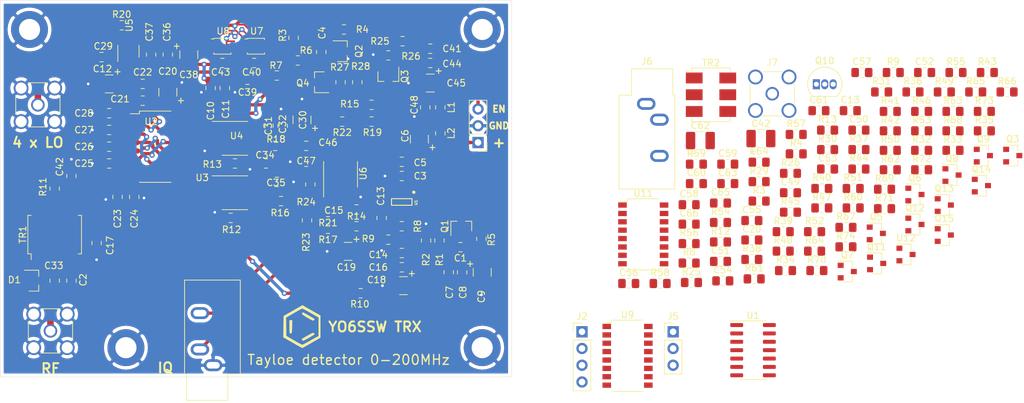
<source format=kicad_pcb>
(kicad_pcb (version 20171130) (host pcbnew "(5.1.7)-1")
  (layers (0 F.Cu signal) (31 B.Cu signal hide) (34 B.Paste user) (35 F.Paste user) (36 B.SilkS user) (37 F.SilkS user) (38 B.Mask user) (39 F.Mask user) (44 Edge.Cuts user))
  (net 0 "")
  (net 1 "Net-(C1-Pad2)")
  (net 2 "Net-(C1-Pad1)")
  (net 3 "Net-(C2-Pad2)")
  (net 4 "Net-(C2-Pad1)")
  (net 5 /Vbat)
  (net 6 GND)
  (net 7 "Net-(C4-Pad2)")
  (net 8 "Net-(C4-Pad1)")
  (net 9 /+Vd)
  (net 10 /-Vf)
  (net 11 "Net-(C13-Pad2)")
  (net 12 /+Vf)
  (net 13 /0deg)
  (net 14 /90deg)
  (net 15 /270deg)
  (net 16 /180deg)
  (net 17 "Net-(C29-Pad2)")
  (net 18 "Net-(C29-Pad1)")
  (net 19 "Net-(C41-Pad2)")
  (net 20 "Net-(C48-Pad2)")
  (net 21 /En)
  (net 22 /Eo)
  (net 23 "Net-(Q3-Pad1)")
  (net 24 "Net-(Q4-Pad1)")
  (net 25 "Net-(R8-Pad2)")
  (net 26 "Net-(R12-Pad2)")
  (net 27 "Net-(R13-Pad2)")
  (net 28 "Net-(R14-Pad2)")
  (net 29 "Net-(R15-Pad2)")
  (net 30 "Net-(R16-Pad2)")
  (net 31 "Net-(R18-Pad2)")
  (net 32 "Net-(R20-Pad2)")
  (net 33 "Net-(R21-Pad2)")
  (net 34 "Net-(R22-Pad2)")
  (net 35 "Net-(TR1-Pad6)")
  (net 36 "Net-(TR1-Pad4)")
  (net 37 /CLK_0)
  (net 38 /CLK_1)
  (net 39 "Net-(U3-Pad8)")
  (net 40 "Net-(U3-Pad5)")
  (net 41 "Net-(U3-Pad1)")
  (net 42 "Net-(U4-Pad8)")
  (net 43 "Net-(U4-Pad5)")
  (net 44 "Net-(U4-Pad1)")
  (net 45 "Net-(U7-Pad3)")
  (net 46 "Net-(U7-Pad2)")
  (net 47 /TXbias)
  (net 48 /RXbias)
  (net 49 /VopRX)
  (net 50 /+9V)
  (net 51 /Vref)
  (net 52 "Net-(C49-Pad1)")
  (net 53 "Net-(C54-Pad2)")
  (net 54 "Net-(C55-Pad2)")
  (net 55 "Net-(C56-Pad2)")
  (net 56 "Net-(C57-Pad2)")
  (net 57 /VopTX)
  (net 58 /RX_Q)
  (net 59 /RX_I)
  (net 60 /TX_Q)
  (net 61 /TX_I)
  (net 62 "Net-(J7-Pad1)")
  (net 63 "Net-(Q3-Pad3)")
  (net 64 /EnRX)
  (net 65 "Net-(Q5-Pad3)")
  (net 66 /Gain_0)
  (net 67 "Net-(Q6-Pad3)")
  (net 68 /Gain_1)
  (net 69 "Net-(Q7-Pad3)")
  (net 70 "Net-(Q7-Pad1)")
  (net 71 "Net-(Q8-Pad3)")
  (net 72 "Net-(Q8-Pad1)")
  (net 73 "Net-(Q10-Pad2)")
  (net 74 "Net-(Q11-Pad2)")
  (net 75 /EnTX)
  (net 76 "Net-(Q14-Pad1)")
  (net 77 "Net-(Q15-Pad3)")
  (net 78 "Net-(R12-Pad1)")
  (net 79 "Net-(R13-Pad1)")
  (net 80 /OP1_O)
  (net 81 /OP2_O)
  (net 82 "Net-(R30-Pad1)")
  (net 83 "Net-(R35-Pad1)")
  (net 84 "Net-(R36-Pad1)")
  (net 85 "Net-(R37-Pad1)")
  (net 86 "Net-(R38-Pad1)")
  (net 87 "Net-(R39-Pad1)")
  (net 88 "Net-(R40-Pad1)")
  (net 89 "Net-(R41-Pad1)")
  (net 90 "Net-(R42-Pad1)")
  (net 91 "Net-(R44-Pad1)")
  (net 92 /TX_270)
  (net 93 /TX_180)
  (net 94 "Net-(R50-Pad2)")
  (net 95 "Net-(R55-Pad1)")
  (net 96 "Net-(R56-Pad1)")
  (net 97 /TX_90)
  (net 98 /TX_0)
  (net 99 "Net-(R73-Pad2)")
  (net 100 "Net-(TR2-Pad6)")
  (net 101 "Net-(TR2-Pad5)")
  (net 102 "Net-(TR2-Pad4)")
  (module Package_SO:SO-14_3.9x8.65mm_P1.27mm (layer F.Cu) (at 176.276 97.536)
    (fp_text reference U1 (at 0 -5.28) (layer F.SilkS))
    (fp_text value OPA1664)
    (pad 14 smd roundrect (at 2.475 -3.81) (size 1.95 0.6) (layers F.Cu F.Paste F.Mask) (net 97 /TX_90))
    (pad 13 smd roundrect (at 2.475 -2.54) (size 1.95 0.6) (layers F.Cu F.Paste F.Mask) (net 95 "Net-(R55-Pad1)"))
    (pad 12 smd roundrect (at 2.475 -1.27) (size 1.95 0.6) (layers F.Cu F.Paste F.Mask) (net 47 /TXbias))
    (pad 11 smd roundrect (at 2.475 0) (size 1.95 0.6) (layers F.Cu F.Paste F.Mask) (net 6 GND))
    (pad 10 smd roundrect (at 2.475 1.27) (size 1.95 0.6) (layers F.Cu F.Paste F.Mask) (net 47 /TXbias))
    (pad 9 smd roundrect (at 2.475 2.54) (size 1.95 0.6) (layers F.Cu F.Paste F.Mask) (net 82 "Net-(R30-Pad1)"))
    (pad 8 smd roundrect (at 2.475 3.81) (size 1.95 0.6) (layers F.Cu F.Paste F.Mask) (net 92 /TX_270))
    (pad 7 smd roundrect (at -2.475 3.81) (size 1.95 0.6) (layers F.Cu F.Paste F.Mask) (net 98 /TX_0))
    (pad 6 smd roundrect (at -2.475 2.54) (size 1.95 0.6) (layers F.Cu F.Paste F.Mask) (net 96 "Net-(R56-Pad1)"))
    (pad 5 smd roundrect (at -2.475 1.27) (size 1.95 0.6) (layers F.Cu F.Paste F.Mask) (net 47 /TXbias))
    (pad 4 smd roundrect (at -2.475 0) (size 1.95 0.6) (layers F.Cu F.Paste F.Mask) (net 57 /VopTX))
    (pad 3 smd roundrect (at -2.475 -1.27) (size 1.95 0.6) (layers F.Cu F.Paste F.Mask) (net 47 /TXbias))
    (pad 2 smd roundrect (at -2.475 -2.54) (size 1.95 0.6) (layers F.Cu F.Paste F.Mask) (net 91 "Net-(R44-Pad1)"))
    (pad 1 smd roundrect (at -2.475 -3.81) (size 1.95 0.6) (layers F.Cu F.Paste F.Mask) (net 93 /TX_180))
  )
  (module Package_SO:SOP-16_4.4x10.4mm_P1.27mm (layer F.Cu) (at 157.268 98.392)
    (fp_text reference U9 (at 0 -6.2) (layer F.SilkS))
    (fp_text value 4052)
    (pad 16 smd rect (at 3.15 -4.45) (size 1.3 0.8) (layers F.Cu F.Paste F.Mask) (net 12 /+Vf))
    (pad 15 smd rect (at 3.15 -3.17) (size 1.3 0.8) (layers F.Cu F.Paste F.Mask) (net 85 "Net-(R37-Pad1)"))
    (pad 14 smd rect (at 3.15 -1.91) (size 1.3 0.8) (layers F.Cu F.Paste F.Mask) (net 84 "Net-(R36-Pad1)"))
    (pad 13 smd rect (at 3.15 -0.64) (size 1.3 0.8) (layers F.Cu F.Paste F.Mask) (net 80 /OP1_O))
    (pad 12 smd rect (at 3.15 0.64) (size 1.3 0.8) (layers F.Cu F.Paste F.Mask) (net 83 "Net-(R35-Pad1)"))
    (pad 11 smd rect (at 3.15 1.91) (size 1.3 0.8) (layers F.Cu F.Paste F.Mask) (net 86 "Net-(R38-Pad1)"))
    (pad 10 smd rect (at 3.15 3.17) (size 1.3 0.8) (layers F.Cu F.Paste F.Mask) (net 78 "Net-(R12-Pad1)"))
    (pad 9 smd rect (at 3.15 4.45) (size 1.3 0.8) (layers F.Cu F.Paste F.Mask) (net 79 "Net-(R13-Pad1)"))
    (pad 8 smd rect (at -3.15 4.45) (size 1.3 0.8) (layers F.Cu F.Paste F.Mask) (net 48 /RXbias))
    (pad 7 smd rect (at -3.15 3.17) (size 1.3 0.8) (layers F.Cu F.Paste F.Mask) (net 6 GND))
    (pad 6 smd rect (at -3.15 1.91) (size 1.3 0.8) (layers F.Cu F.Paste F.Mask) (net 48 /RXbias))
    (pad 5 smd rect (at -3.15 0.64) (size 1.3 0.8) (layers F.Cu F.Paste F.Mask) (net 88 "Net-(R40-Pad1)"))
    (pad 4 smd rect (at -3.15 -0.64) (size 1.3 0.8) (layers F.Cu F.Paste F.Mask) (net 90 "Net-(R42-Pad1)"))
    (pad 3 smd rect (at -3.15 -1.91) (size 1.3 0.8) (layers F.Cu F.Paste F.Mask) (net 81 /OP2_O))
    (pad 2 smd rect (at -3.15 -3.17) (size 1.3 0.8) (layers F.Cu F.Paste F.Mask) (net 89 "Net-(R41-Pad1)"))
    (pad 1 smd rect (at -3.15 -4.45) (size 1.3 0.8) (layers F.Cu F.Paste F.Mask) (net 87 "Net-(R39-Pad1)"))
  )
  (module Connector_PinHeader_2.54mm:PinHeader_1x03_P2.54mm_Vertical (layer F.Cu) (at 164.168 94.742)
    (fp_text reference J5 (at 0 -2.33) (layer F.SilkS))
    (fp_text value RX_GAIN)
    (pad 3 thru_hole oval (at 0 5.08) (size 1.7 1.7) (drill 1) (layers *.Cu *.Mask) (net 6 GND))
    (pad 2 thru_hole oval (at 0 2.54) (size 1.7 1.7) (drill 1) (layers *.Cu *.Mask) (net 68 /Gain_1))
    (pad 1 thru_hole rect (at 0 0) (size 1.7 1.7) (drill 1) (layers *.Cu *.Mask) (net 66 /Gain_0))
  )
  (module Connector_PinHeader_2.54mm:PinHeader_1x04_P2.54mm_Vertical (layer F.Cu) (at 150.368 94.742)
    (fp_text reference J2 (at 0 -2.33) (layer F.SilkS))
    (fp_text value PWR)
    (pad 4 thru_hole oval (at 0 7.62) (size 1.7 1.7) (drill 1) (layers *.Cu *.Mask) (net 64 /EnRX))
    (pad 3 thru_hole oval (at 0 5.08) (size 1.7 1.7) (drill 1) (layers *.Cu *.Mask) (net 75 /EnTX))
    (pad 2 thru_hole oval (at 0 2.54) (size 1.7 1.7) (drill 1) (layers *.Cu *.Mask) (net 6 GND))
    (pad 1 thru_hole rect (at 0 0) (size 1.7 1.7) (drill 1) (layers *.Cu *.Mask) (net 50 /+9V))
  )
  (module Package_TO_SOT_SMD:SOT-23 (layer F.Cu) (at 199.448 83.024)
    (fp_text reference U12 (at 0 -2.5) (layer F.SilkS))
    (fp_text value LM4040DBZ-3)
    (pad 3 smd rect (at 1 0) (size 0.9 0.8) (layers F.Cu F.Paste F.Mask))
    (pad 2 smd rect (at -1 0.95) (size 0.9 0.8) (layers F.Cu F.Paste F.Mask) (net 6 GND))
    (pad 1 smd rect (at -1 -0.95) (size 0.9 0.8) (layers F.Cu F.Paste F.Mask) (net 51 /Vref))
  )
  (module Package_SO:SOP-16_4.4x10.4mm_P1.27mm (layer F.Cu) (at 159.648 79.974)
    (fp_text reference U11 (at 0 -6.2) (layer F.SilkS))
    (fp_text value SN74CBT3253)
    (pad 16 smd rect (at 3.15 -4.45) (size 1.3 0.8) (layers F.Cu F.Paste F.Mask) (net 12 /+Vf))
    (pad 15 smd rect (at 3.15 -3.17) (size 1.3 0.8) (layers F.Cu F.Paste F.Mask) (net 99 "Net-(R73-Pad2)"))
    (pad 14 smd rect (at 3.15 -1.91) (size 1.3 0.8) (layers F.Cu F.Paste F.Mask) (net 37 /CLK_0))
    (pad 13 smd rect (at 3.15 -0.64) (size 1.3 0.8) (layers F.Cu F.Paste F.Mask) (net 56 "Net-(C57-Pad2)"))
    (pad 12 smd rect (at 3.15 0.64) (size 1.3 0.8) (layers F.Cu F.Paste F.Mask) (net 55 "Net-(C56-Pad2)"))
    (pad 11 smd rect (at 3.15 1.91) (size 1.3 0.8) (layers F.Cu F.Paste F.Mask) (net 54 "Net-(C55-Pad2)"))
    (pad 10 smd rect (at 3.15 3.17) (size 1.3 0.8) (layers F.Cu F.Paste F.Mask) (net 53 "Net-(C54-Pad2)"))
    (pad 9 smd rect (at 3.15 4.45) (size 1.3 0.8) (layers F.Cu F.Paste F.Mask) (net 102 "Net-(TR2-Pad4)"))
    (pad 8 smd rect (at -3.15 4.45) (size 1.3 0.8) (layers F.Cu F.Paste F.Mask) (net 10 /-Vf))
    (pad 7 smd rect (at -3.15 3.17) (size 1.3 0.8) (layers F.Cu F.Paste F.Mask) (net 100 "Net-(TR2-Pad6)"))
    (pad 6 smd rect (at -3.15 1.91) (size 1.3 0.8) (layers F.Cu F.Paste F.Mask) (net 56 "Net-(C57-Pad2)"))
    (pad 5 smd rect (at -3.15 0.64) (size 1.3 0.8) (layers F.Cu F.Paste F.Mask) (net 55 "Net-(C56-Pad2)"))
    (pad 4 smd rect (at -3.15 -0.64) (size 1.3 0.8) (layers F.Cu F.Paste F.Mask) (net 54 "Net-(C55-Pad2)"))
    (pad 3 smd rect (at -3.15 -1.91) (size 1.3 0.8) (layers F.Cu F.Paste F.Mask) (net 53 "Net-(C54-Pad2)"))
    (pad 2 smd rect (at -3.15 -3.17) (size 1.3 0.8) (layers F.Cu F.Paste F.Mask) (net 38 /CLK_1))
    (pad 1 smd rect (at -3.15 -4.45) (size 1.3 0.8) (layers F.Cu F.Paste F.Mask) (net 99 "Net-(R73-Pad2)"))
  )
  (module RF_Mini-Circuits:Mini-Circuits_CD636_H4.11mm (layer F.Cu) (at 169.908 58.794)
    (fp_text reference TR2 (at 0 -4.826) (layer F.SilkS))
    (fp_text value ADT4-6WT)
    (pad 6 smd rect (at 2.54 -2.54) (size 2.54 1.65) (layers F.Cu F.Paste F.Mask) (net 100 "Net-(TR2-Pad6)"))
    (pad 5 smd rect (at 2.54 0) (size 2.54 1.65) (layers F.Cu F.Paste F.Mask) (net 101 "Net-(TR2-Pad5)"))
    (pad 4 smd rect (at 2.54 2.54) (size 2.54 1.65) (layers F.Cu F.Paste F.Mask) (net 102 "Net-(TR2-Pad4)"))
    (pad 3 smd rect (at -2.54 2.54) (size 2.54 1.65) (layers F.Cu F.Paste F.Mask) (net 6 GND))
    (pad 2 smd rect (at -2.54 0) (size 2.54 1.65) (layers F.Cu F.Paste F.Mask))
    (pad 1 smd rect (at -2.54 -2.54) (size 2.54 1.65) (layers F.Cu F.Paste F.Mask) (net 62 "Net-(J7-Pad1)"))
  )
  (module Resistor_SMD:R_0805_2012Metric_Pad1.15x1.40mm_HandSolder (layer F.Cu) (at 190.348 81.864)
    (fp_text reference R74 (at 0 -1.65) (layer F.SilkS))
    (fp_text value 1M)
    (pad 2 smd roundrect (at 1.025 0) (size 1.15 1.4) (layers F.Cu F.Paste F.Mask) (roundrect_rratio 0.217391) (net 77 "Net-(Q15-Pad3)"))
    (pad 1 smd roundrect (at -1.025 0) (size 1.15 1.4) (layers F.Cu F.Paste F.Mask) (roundrect_rratio 0.217391) (net 99 "Net-(R73-Pad2)"))
  )
  (module Resistor_SMD:R_0805_2012Metric_Pad1.15x1.40mm_HandSolder (layer F.Cu) (at 211.318 61.324)
    (fp_text reference R73 (at 0 -1.65) (layer F.SilkS))
    (fp_text value 820k)
    (pad 2 smd roundrect (at 1.025 0) (size 1.15 1.4) (layers F.Cu F.Paste F.Mask) (roundrect_rratio 0.217391) (net 99 "Net-(R73-Pad2)"))
    (pad 1 smd roundrect (at -1.025 0) (size 1.15 1.4) (layers F.Cu F.Paste F.Mask) (roundrect_rratio 0.217391) (net 12 /+Vf))
  )
  (module Resistor_SMD:R_0805_2012Metric_Pad1.15x1.40mm_HandSolder (layer F.Cu) (at 201.818 70.174)
    (fp_text reference R72 (at 0 -1.65) (layer F.SilkS))
    (fp_text value 47k)
    (pad 2 smd roundrect (at 1.025 0) (size 1.15 1.4) (layers F.Cu F.Paste F.Mask) (roundrect_rratio 0.217391) (net 76 "Net-(Q14-Pad1)"))
    (pad 1 smd roundrect (at -1.025 0) (size 1.15 1.4) (layers F.Cu F.Paste F.Mask) (roundrect_rratio 0.217391) (net 22 /Eo))
  )
  (module Resistor_SMD:R_0805_2012Metric_Pad1.15x1.40mm_HandSolder (layer F.Cu) (at 196.198 76.074)
    (fp_text reference R71 (at 0 -1.65) (layer F.SilkS))
    (fp_text value 10k)
    (pad 2 smd roundrect (at 1.025 0) (size 1.15 1.4) (layers F.Cu F.Paste F.Mask) (roundrect_rratio 0.217391) (net 12 /+Vf))
    (pad 1 smd roundrect (at -1.025 0) (size 1.15 1.4) (layers F.Cu F.Paste F.Mask) (roundrect_rratio 0.217391) (net 76 "Net-(Q14-Pad1)"))
  )
  (module Resistor_SMD:R_0805_2012Metric_Pad1.15x1.40mm_HandSolder (layer F.Cu) (at 185.948 85.464)
    (fp_text reference R70 (at 0 -1.65) (layer F.SilkS))
    (fp_text value 47)
    (pad 2 smd roundrect (at 1.025 0) (size 1.15 1.4) (layers F.Cu F.Paste F.Mask) (roundrect_rratio 0.217391) (net 93 /TX_180))
    (pad 1 smd roundrect (at -1.025 0) (size 1.15 1.4) (layers F.Cu F.Paste F.Mask) (roundrect_rratio 0.217391) (net 53 "Net-(C54-Pad2)"))
  )
  (module Resistor_SMD:R_0805_2012Metric_Pad1.15x1.40mm_HandSolder (layer F.Cu) (at 196.198 73.124)
    (fp_text reference R69 (at 0 -1.65) (layer F.SilkS))
    (fp_text value 47)
    (pad 2 smd roundrect (at 1.025 0) (size 1.15 1.4) (layers F.Cu F.Paste F.Mask) (roundrect_rratio 0.217391) (net 92 /TX_270))
    (pad 1 smd roundrect (at -1.025 0) (size 1.15 1.4) (layers F.Cu F.Paste F.Mask) (roundrect_rratio 0.217391) (net 54 "Net-(C55-Pad2)"))
  )
  (module Resistor_SMD:R_0805_2012Metric_Pad1.15x1.40mm_HandSolder (layer F.Cu) (at 206.568 64.274)
    (fp_text reference R68 (at 0 -1.65) (layer F.SilkS))
    (fp_text value 47)
    (pad 2 smd roundrect (at 1.025 0) (size 1.15 1.4) (layers F.Cu F.Paste F.Mask) (roundrect_rratio 0.217391) (net 97 /TX_90))
    (pad 1 smd roundrect (at -1.025 0) (size 1.15 1.4) (layers F.Cu F.Paste F.Mask) (roundrect_rratio 0.217391) (net 55 "Net-(C56-Pad2)"))
  )
  (module Resistor_SMD:R_0805_2012Metric_Pad1.15x1.40mm_HandSolder (layer F.Cu) (at 190.348 78.914)
    (fp_text reference R67 (at 0 -1.65) (layer F.SilkS))
    (fp_text value 47)
    (pad 2 smd roundrect (at 1.025 0) (size 1.15 1.4) (layers F.Cu F.Paste F.Mask) (roundrect_rratio 0.217391) (net 98 /TX_0))
    (pad 1 smd roundrect (at -1.025 0) (size 1.15 1.4) (layers F.Cu F.Paste F.Mask) (roundrect_rratio 0.217391) (net 56 "Net-(C57-Pad2)"))
  )
  (module Resistor_SMD:R_0805_2012Metric_Pad1.15x1.40mm_HandSolder (layer F.Cu) (at 214.758 58.374)
    (fp_text reference R66 (at 0 -1.65) (layer F.SilkS))
    (fp_text value 1E)
    (pad 2 smd roundrect (at 1.025 0) (size 1.15 1.4) (layers F.Cu F.Paste F.Mask) (roundrect_rratio 0.217391) (net 12 /+Vf))
    (pad 1 smd roundrect (at -1.025 0) (size 1.15 1.4) (layers F.Cu F.Paste F.Mask) (roundrect_rratio 0.217391) (net 12 /+Vf))
  )
  (module Resistor_SMD:R_0805_2012Metric_Pad1.15x1.40mm_HandSolder (layer F.Cu) (at 210.008 58.374)
    (fp_text reference R65 (at 0 -1.65) (layer F.SilkS))
    (fp_text value 10k)
    (pad 2 smd roundrect (at 1.025 0) (size 1.15 1.4) (layers F.Cu F.Paste F.Mask) (roundrect_rratio 0.217391) (net 6 GND))
    (pad 1 smd roundrect (at -1.025 0) (size 1.15 1.4) (layers F.Cu F.Paste F.Mask) (roundrect_rratio 0.217391) (net 52 "Net-(C49-Pad1)"))
  )
  (module Resistor_SMD:R_0805_2012Metric_Pad1.15x1.40mm_HandSolder (layer F.Cu) (at 185.598 82.514)
    (fp_text reference R64 (at 0 -1.65) (layer F.SilkS))
    (fp_text value 18k?)
    (pad 2 smd roundrect (at 1.025 0) (size 1.15 1.4) (layers F.Cu F.Paste F.Mask) (roundrect_rratio 0.217391) (net 52 "Net-(C49-Pad1)"))
    (pad 1 smd roundrect (at -1.025 0) (size 1.15 1.4) (layers F.Cu F.Paste F.Mask) (roundrect_rratio 0.217391) (net 12 /+Vf))
  )
  (module Resistor_SMD:R_0805_2012Metric_Pad1.15x1.40mm_HandSolder (layer F.Cu) (at 206.568 61.324)
    (fp_text reference R63 (at 0 -1.65) (layer F.SilkS))
    (fp_text value 1.8k)
    (pad 2 smd roundrect (at 1.025 0) (size 1.15 1.4) (layers F.Cu F.Paste F.Mask) (roundrect_rratio 0.217391) (net 6 GND))
    (pad 1 smd roundrect (at -1.025 0) (size 1.15 1.4) (layers F.Cu F.Paste F.Mask) (roundrect_rratio 0.217391) (net 74 "Net-(Q11-Pad2)"))
  )
  (module Resistor_SMD:R_0805_2012Metric_Pad1.15x1.40mm_HandSolder (layer F.Cu) (at 197.068 70.174)
    (fp_text reference R62 (at 0 -1.65) (layer F.SilkS))
    (fp_text value 27k)
    (pad 2 smd roundrect (at 1.025 0) (size 1.15 1.4) (layers F.Cu F.Paste F.Mask) (roundrect_rratio 0.217391) (net 51 /Vref))
    (pad 1 smd roundrect (at -1.025 0) (size 1.15 1.4) (layers F.Cu F.Paste F.Mask) (roundrect_rratio 0.217391) (net 71 "Net-(Q8-Pad3)"))
  )
  (module Resistor_SMD:R_0805_2012Metric_Pad1.15x1.40mm_HandSolder (layer F.Cu) (at 176.448 86.724)
    (fp_text reference R61 (at 0 -1.65) (layer F.SilkS))
    (fp_text value 10K)
    (pad 2 smd roundrect (at 1.025 0) (size 1.15 1.4) (layers F.Cu F.Paste F.Mask) (roundrect_rratio 0.217391) (net 96 "Net-(R56-Pad1)"))
    (pad 1 smd roundrect (at -1.025 0) (size 1.15 1.4) (layers F.Cu F.Paste F.Mask) (roundrect_rratio 0.217391) (net 98 /TX_0))
  )
  (module Resistor_SMD:R_0805_2012Metric_Pad1.15x1.40mm_HandSolder (layer F.Cu) (at 191.448 75.964)
    (fp_text reference R60 (at 0 -1.65) (layer F.SilkS))
    (fp_text value 10K)
    (pad 2 smd roundrect (at 1.025 0) (size 1.15 1.4) (layers F.Cu F.Paste F.Mask) (roundrect_rratio 0.217391) (net 95 "Net-(R55-Pad1)"))
    (pad 1 smd roundrect (at -1.025 0) (size 1.15 1.4) (layers F.Cu F.Paste F.Mask) (roundrect_rratio 0.217391) (net 97 /TX_90))
  )
  (module Resistor_SMD:R_0805_2012Metric_Pad1.15x1.40mm_HandSolder (layer F.Cu) (at 167.698 69.324)
    (fp_text reference R59 (at 0 -1.65) (layer F.SilkS))
    (fp_text value 330k)
    (pad 2 smd roundrect (at 1.025 0) (size 1.15 1.4) (layers F.Cu F.Paste F.Mask) (roundrect_rratio 0.217391) (net 69 "Net-(Q7-Pad3)"))
    (pad 1 smd roundrect (at -1.025 0) (size 1.15 1.4) (layers F.Cu F.Paste F.Mask) (roundrect_rratio 0.217391) (net 72 "Net-(Q8-Pad1)"))
  )
  (module Resistor_SMD:R_0805_2012Metric_Pad1.15x1.40mm_HandSolder (layer F.Cu) (at 162.198 87.424)
    (fp_text reference R58 (at 0 -1.65) (layer F.SilkS))
    (fp_text value 100k)
    (pad 2 smd roundrect (at 1.025 0) (size 1.15 1.4) (layers F.Cu F.Paste F.Mask) (roundrect_rratio 0.217391) (net 72 "Net-(Q8-Pad1)"))
    (pad 1 smd roundrect (at -1.025 0) (size 1.15 1.4) (layers F.Cu F.Paste F.Mask) (roundrect_rratio 0.217391) (net 5 /Vbat))
  )
  (module Resistor_SMD:R_0805_2012Metric_Pad1.15x1.40mm_HandSolder (layer F.Cu) (at 182.818 64.814)
    (fp_text reference R57 (at 0 -1.65) (layer F.SilkS))
    (fp_text value 1M)
    (pad 2 smd roundrect (at 1.025 0) (size 1.15 1.4) (layers F.Cu F.Paste F.Mask) (roundrect_rratio 0.217391) (net 70 "Net-(Q7-Pad1)"))
    (pad 1 smd roundrect (at -1.025 0) (size 1.15 1.4) (layers F.Cu F.Paste F.Mask) (roundrect_rratio 0.217391) (net 6 GND))
  )
  (module Resistor_SMD:R_0805_2012Metric_Pad1.15x1.40mm_HandSolder (layer F.Cu) (at 166.598 81.374)
    (fp_text reference R56 (at 0 -1.65) (layer F.SilkS))
    (fp_text value 10K)
    (pad 2 smd roundrect (at 1.025 0) (size 1.15 1.4) (layers F.Cu F.Paste F.Mask) (roundrect_rratio 0.217391) (net 93 /TX_180))
    (pad 1 smd roundrect (at -1.025 0) (size 1.15 1.4) (layers F.Cu F.Paste F.Mask) (roundrect_rratio 0.217391) (net 96 "Net-(R56-Pad1)"))
  )
  (module Resistor_SMD:R_0805_2012Metric_Pad1.15x1.40mm_HandSolder (layer F.Cu) (at 207.018 55.424)
    (fp_text reference R55 (at 0 -1.65) (layer F.SilkS))
    (fp_text value 10K)
    (pad 2 smd roundrect (at 1.025 0) (size 1.15 1.4) (layers F.Cu F.Paste F.Mask) (roundrect_rratio 0.217391) (net 92 /TX_270))
    (pad 1 smd roundrect (at -1.025 0) (size 1.15 1.4) (layers F.Cu F.Paste F.Mask) (roundrect_rratio 0.217391) (net 95 "Net-(R55-Pad1)"))
  )
  (module Resistor_SMD:R_0805_2012Metric_Pad1.15x1.40mm_HandSolder (layer F.Cu) (at 171.348 78.174)
    (fp_text reference R54 (at 0 -1.65) (layer F.SilkS))
    (fp_text value 27E)
    (pad 2 smd roundrect (at 1.025 0) (size 1.15 1.4) (layers F.Cu F.Paste F.Mask) (roundrect_rratio 0.217391) (net 8 "Net-(C4-Pad1)"))
    (pad 1 smd roundrect (at -1.025 0) (size 1.15 1.4) (layers F.Cu F.Paste F.Mask) (roundrect_rratio 0.217391) (net 51 /Vref))
  )
  (module Resistor_SMD:R_0805_2012Metric_Pad1.15x1.40mm_HandSolder (layer F.Cu) (at 201.818 64.274)
    (fp_text reference R53 (at 0 -1.65) (layer F.SilkS))
    (fp_text value 1M)
    (pad 2 smd roundrect (at 1.025 0) (size 1.15 1.4) (layers F.Cu F.Paste F.Mask) (roundrect_rratio 0.217391) (net 70 "Net-(Q7-Pad1)"))
    (pad 1 smd roundrect (at -1.025 0) (size 1.15 1.4) (layers F.Cu F.Paste F.Mask) (roundrect_rratio 0.217391) (net 64 /EnRX))
  )
  (module Resistor_SMD:R_0805_2012Metric_Pad1.15x1.40mm_HandSolder (layer F.Cu) (at 185.598 79.564)
    (fp_text reference R52 (at 0 -1.65) (layer F.SilkS))
    (fp_text value 1M)
    (pad 2 smd roundrect (at 1.025 0) (size 1.15 1.4) (layers F.Cu F.Paste F.Mask) (roundrect_rratio 0.217391) (net 70 "Net-(Q7-Pad1)"))
    (pad 1 smd roundrect (at -1.025 0) (size 1.15 1.4) (layers F.Cu F.Paste F.Mask) (roundrect_rratio 0.217391) (net 75 /EnTX))
  )
  (module Resistor_SMD:R_0805_2012Metric_Pad1.15x1.40mm_HandSolder (layer F.Cu) (at 191.448 73.014)
    (fp_text reference R51 (at 0 -1.65) (layer F.SilkS))
    (fp_text value 1M)
    (pad 2 smd roundrect (at 1.025 0) (size 1.15 1.4) (layers F.Cu F.Paste F.Mask) (roundrect_rratio 0.217391) (net 63 "Net-(Q3-Pad3)"))
    (pad 1 smd roundrect (at -1.025 0) (size 1.15 1.4) (layers F.Cu F.Paste F.Mask) (roundrect_rratio 0.217391) (net 94 "Net-(R50-Pad2)"))
  )
  (module Resistor_SMD:R_0805_2012Metric_Pad1.15x1.40mm_HandSolder (layer F.Cu) (at 197.068 67.224)
    (fp_text reference R50 (at 0 -1.65) (layer F.SilkS))
    (fp_text value 820k)
    (pad 2 smd roundrect (at 1.025 0) (size 1.15 1.4) (layers F.Cu F.Paste F.Mask) (roundrect_rratio 0.217391) (net 94 "Net-(R50-Pad2)"))
    (pad 1 smd roundrect (at -1.025 0) (size 1.15 1.4) (layers F.Cu F.Paste F.Mask) (roundrect_rratio 0.217391) (net 12 /+Vf))
  )
  (module Resistor_SMD:R_0805_2012Metric_Pad1.15x1.40mm_HandSolder (layer F.Cu) (at 205.258 58.374)
    (fp_text reference R49 (at 0 -1.65) (layer F.SilkS))
    (fp_text value 10K)
    (pad 2 smd roundrect (at 1.025 0) (size 1.15 1.4) (layers F.Cu F.Paste F.Mask) (roundrect_rratio 0.217391) (net 91 "Net-(R44-Pad1)"))
    (pad 1 smd roundrect (at -1.025 0) (size 1.15 1.4) (layers F.Cu F.Paste F.Mask) (roundrect_rratio 0.217391) (net 93 /TX_180))
  )
  (module Resistor_SMD:R_0805_2012Metric_Pad1.15x1.40mm_HandSolder (layer F.Cu) (at 180.848 82.514)
    (fp_text reference R48 (at 0 -1.65) (layer F.SilkS))
    (fp_text value 10K)
    (pad 2 smd roundrect (at 1.025 0) (size 1.15 1.4) (layers F.Cu F.Paste F.Mask) (roundrect_rratio 0.217391) (net 82 "Net-(R30-Pad1)"))
    (pad 1 smd roundrect (at -1.025 0) (size 1.15 1.4) (layers F.Cu F.Paste F.Mask) (roundrect_rratio 0.217391) (net 92 /TX_270))
  )
  (module Resistor_SMD:R_0805_2012Metric_Pad1.15x1.40mm_HandSolder (layer F.Cu) (at 186.698 75.964)
    (fp_text reference R47 (at 0 -1.65) (layer F.SilkS))
    (fp_text value 10K)
    (pad 2 smd roundrect (at 1.025 0) (size 1.15 1.4) (layers F.Cu F.Paste F.Mask) (roundrect_rratio 0.217391) (net 12 /+Vf))
    (pad 1 smd roundrect (at -1.025 0) (size 1.15 1.4) (layers F.Cu F.Paste F.Mask) (roundrect_rratio 0.217391) (net 91 "Net-(R44-Pad1)"))
  )
  (module Resistor_SMD:R_0805_2012Metric_Pad1.15x1.40mm_HandSolder (layer F.Cu) (at 201.818 61.324)
    (fp_text reference R46 (at 0 -1.65) (layer F.SilkS))
    (fp_text value 10K)
    (pad 2 smd roundrect (at 1.025 0) (size 1.15 1.4) (layers F.Cu F.Paste F.Mask) (roundrect_rratio 0.217391) (net 12 /+Vf))
    (pad 1 smd roundrect (at -1.025 0) (size 1.15 1.4) (layers F.Cu F.Paste F.Mask) (roundrect_rratio 0.217391) (net 82 "Net-(R30-Pad1)"))
  )
  (module Resistor_SMD:R_0805_2012Metric_Pad1.15x1.40mm_HandSolder (layer F.Cu) (at 181.948 76.614)
    (fp_text reference R45 (at 0 -1.65) (layer F.SilkS))
    (fp_text value 10K)
    (pad 2 smd roundrect (at 1.025 0) (size 1.15 1.4) (layers F.Cu F.Paste F.Mask) (roundrect_rratio 0.217391) (net 6 GND))
    (pad 1 smd roundrect (at -1.025 0) (size 1.15 1.4) (layers F.Cu F.Paste F.Mask) (roundrect_rratio 0.217391) (net 91 "Net-(R44-Pad1)"))
  )
  (module Resistor_SMD:R_0805_2012Metric_Pad1.15x1.40mm_HandSolder (layer F.Cu) (at 192.318 70.064)
    (fp_text reference R44 (at 0 -1.65) (layer F.SilkS))
    (fp_text value 10K)
    (pad 2 smd roundrect (at 1.025 0) (size 1.15 1.4) (layers F.Cu F.Paste F.Mask) (roundrect_rratio 0.217391) (net 61 /TX_I))
    (pad 1 smd roundrect (at -1.025 0) (size 1.15 1.4) (layers F.Cu F.Paste F.Mask) (roundrect_rratio 0.217391) (net 91 "Net-(R44-Pad1)"))
  )
  (module Resistor_SMD:R_0805_2012Metric_Pad1.15x1.40mm_HandSolder (layer F.Cu) (at 211.768 55.424)
    (fp_text reference R43 (at 0 -1.65) (layer F.SilkS))
    (fp_text value 10K)
    (pad 2 smd roundrect (at 1.025 0) (size 1.15 1.4) (layers F.Cu F.Paste F.Mask) (roundrect_rratio 0.217391) (net 6 GND))
    (pad 1 smd roundrect (at -1.025 0) (size 1.15 1.4) (layers F.Cu F.Paste F.Mask) (roundrect_rratio 0.217391) (net 82 "Net-(R30-Pad1)"))
  )
  (module Resistor_SMD:R_0805_2012Metric_Pad1.15x1.40mm_HandSolder (layer F.Cu) (at 197.068 64.274)
    (fp_text reference R42 (at 0 -1.65) (layer F.SilkS))
    (fp_text value 3K3)
    (pad 2 smd roundrect (at 1.025 0) (size 1.15 1.4) (layers F.Cu F.Paste F.Mask) (roundrect_rratio 0.217391) (net 14 /90deg))
    (pad 1 smd roundrect (at -1.025 0) (size 1.15 1.4) (layers F.Cu F.Paste F.Mask) (roundrect_rratio 0.217391) (net 90 "Net-(R42-Pad1)"))
  )
  (module Resistor_SMD:R_0805_2012Metric_Pad1.15x1.40mm_HandSolder (layer F.Cu) (at 197.068 61.324)
    (fp_text reference R41 (at 0 -1.65) (layer F.SilkS))
    (fp_text value 8K2)
    (pad 2 smd roundrect (at 1.025 0) (size 1.15 1.4) (layers F.Cu F.Paste F.Mask) (roundrect_rratio 0.217391) (net 14 /90deg))
    (pad 1 smd roundrect (at -1.025 0) (size 1.15 1.4) (layers F.Cu F.Paste F.Mask) (roundrect_rratio 0.217391) (net 89 "Net-(R41-Pad1)"))
  )
  (module Resistor_SMD:R_0805_2012Metric_Pad1.15x1.40mm_HandSolder (layer F.Cu) (at 186.698 73.014)
    (fp_text reference R40 (at 0 -1.65) (layer F.SilkS))
    (fp_text value 15K)
    (pad 2 smd roundrect (at 1.025 0) (size 1.15 1.4) (layers F.Cu F.Paste F.Mask) (roundrect_rratio 0.217391) (net 14 /90deg))
    (pad 1 smd roundrect (at -1.025 0) (size 1.15 1.4) (layers F.Cu F.Paste F.Mask) (roundrect_rratio 0.217391) (net 88 "Net-(R40-Pad1)"))
  )
  (module Resistor_SMD:R_0805_2012Metric_Pad1.15x1.40mm_HandSolder (layer F.Cu) (at 180.848 79.564)
    (fp_text reference R39 (at 0 -1.65) (layer F.SilkS))
    (fp_text value 33K)
    (pad 2 smd roundrect (at 1.025 0) (size 1.15 1.4) (layers F.Cu F.Paste F.Mask) (roundrect_rratio 0.217391) (net 14 /90deg))
    (pad 1 smd roundrect (at -1.025 0) (size 1.15 1.4) (layers F.Cu F.Paste F.Mask) (roundrect_rratio 0.217391) (net 87 "Net-(R39-Pad1)"))
  )
  (module Resistor_SMD:R_0805_2012Metric_Pad1.15x1.40mm_HandSolder (layer F.Cu) (at 176.098 83.774)
    (fp_text reference R38 (at 0 -1.65) (layer F.SilkS))
    (fp_text value 3K3)
    (pad 2 smd roundrect (at 1.025 0) (size 1.15 1.4) (layers F.Cu F.Paste F.Mask) (roundrect_rratio 0.217391) (net 16 /180deg))
    (pad 1 smd roundrect (at -1.025 0) (size 1.15 1.4) (layers F.Cu F.Paste F.Mask) (roundrect_rratio 0.217391) (net 86 "Net-(R38-Pad1)"))
  )
  (module Resistor_SMD:R_0805_2012Metric_Pad1.15x1.40mm_HandSolder (layer F.Cu) (at 192.318 67.114)
    (fp_text reference R37 (at 0 -1.65) (layer F.SilkS))
    (fp_text value 8K2)
    (pad 2 smd roundrect (at 1.025 0) (size 1.15 1.4) (layers F.Cu F.Paste F.Mask) (roundrect_rratio 0.217391) (net 16 /180deg))
    (pad 1 smd roundrect (at -1.025 0) (size 1.15 1.4) (layers F.Cu F.Paste F.Mask) (roundrect_rratio 0.217391) (net 85 "Net-(R37-Pad1)"))
  )
  (module Resistor_SMD:R_0805_2012Metric_Pad1.15x1.40mm_HandSolder (layer F.Cu) (at 200.508 58.374)
    (fp_text reference R36 (at 0 -1.65) (layer F.SilkS))
    (fp_text value 15K)
    (pad 2 smd roundrect (at 1.025 0) (size 1.15 1.4) (layers F.Cu F.Paste F.Mask) (roundrect_rratio 0.217391) (net 16 /180deg))
    (pad 1 smd roundrect (at -1.025 0) (size 1.15 1.4) (layers F.Cu F.Paste F.Mask) (roundrect_rratio 0.217391) (net 84 "Net-(R36-Pad1)"))
  )
  (module Resistor_SMD:R_0805_2012Metric_Pad1.15x1.40mm_HandSolder (layer F.Cu) (at 211.318 64.274)
    (fp_text reference R35 (at 0 -1.65) (layer F.SilkS))
    (fp_text value 33K)
    (pad 2 smd roundrect (at 1.025 0) (size 1.15 1.4) (layers F.Cu F.Paste F.Mask) (roundrect_rratio 0.217391) (net 16 /180deg))
    (pad 1 smd roundrect (at -1.025 0) (size 1.15 1.4) (layers F.Cu F.Paste F.Mask) (roundrect_rratio 0.217391) (net 83 "Net-(R35-Pad1)"))
  )
  (module Resistor_SMD:R_0805_2012Metric_Pad1.15x1.40mm_HandSolder (layer F.Cu) (at 181.198 85.464)
    (fp_text reference R34 (at 0 -1.65) (layer F.SilkS))
    (fp_text value 1M)
    (pad 2 smd roundrect (at 1.025 0) (size 1.15 1.4) (layers F.Cu F.Paste F.Mask) (roundrect_rratio 0.217391) (net 67 "Net-(Q6-Pad3)"))
    (pad 1 smd roundrect (at -1.025 0) (size 1.15 1.4) (layers F.Cu F.Paste F.Mask) (roundrect_rratio 0.217391) (net 79 "Net-(R13-Pad1)"))
  )
  (module Resistor_SMD:R_0805_2012Metric_Pad1.15x1.40mm_HandSolder (layer F.Cu) (at 206.568 67.224)
    (fp_text reference R33 (at 0 -1.65) (layer F.SilkS))
    (fp_text value 1M)
    (pad 2 smd roundrect (at 1.025 0) (size 1.15 1.4) (layers F.Cu F.Paste F.Mask) (roundrect_rratio 0.217391) (net 78 "Net-(R12-Pad1)"))
    (pad 1 smd roundrect (at -1.025 0) (size 1.15 1.4) (layers F.Cu F.Paste F.Mask) (roundrect_rratio 0.217391) (net 65 "Net-(Q5-Pad3)"))
  )
  (module Resistor_SMD:R_0805_2012Metric_Pad1.15x1.40mm_HandSolder (layer F.Cu) (at 201.818 67.224)
    (fp_text reference R32 (at 0 -1.65) (layer F.SilkS))
    (fp_text value 1M)
    (pad 2 smd roundrect (at 1.025 0) (size 1.15 1.4) (layers F.Cu F.Paste F.Mask) (roundrect_rratio 0.217391) (net 6 GND))
    (pad 1 smd roundrect (at -1.025 0) (size 1.15 1.4) (layers F.Cu F.Paste F.Mask) (roundrect_rratio 0.217391) (net 68 /Gain_1))
  )
  (module Resistor_SMD:R_0805_2012Metric_Pad1.15x1.40mm_HandSolder (layer F.Cu) (at 195.758 58.374)
    (fp_text reference R31 (at 0 -1.65) (layer F.SilkS))
    (fp_text value 1M)
    (pad 2 smd roundrect (at 1.025 0) (size 1.15 1.4) (layers F.Cu F.Paste F.Mask) (roundrect_rratio 0.217391) (net 6 GND))
    (pad 1 smd roundrect (at -1.025 0) (size 1.15 1.4) (layers F.Cu F.Paste F.Mask) (roundrect_rratio 0.217391) (net 66 /Gain_0))
  )
  (module Resistor_SMD:R_0805_2012Metric_Pad1.15x1.40mm_HandSolder (layer F.Cu) (at 187.568 67.114)
    (fp_text reference R30 (at 0 -1.65) (layer F.SilkS))
    (fp_text value 10K)
    (pad 2 smd roundrect (at 1.025 0) (size 1.15 1.4) (layers F.Cu F.Paste F.Mask) (roundrect_rratio 0.217391) (net 60 /TX_Q))
    (pad 1 smd roundrect (at -1.025 0) (size 1.15 1.4) (layers F.Cu F.Paste F.Mask) (roundrect_rratio 0.217391) (net 82 "Net-(R30-Pad1)"))
  )
  (module Resistor_SMD:R_0805_2012Metric_Pad1.15x1.40mm_HandSolder (layer F.Cu) (at 177.198 71.974)
    (fp_text reference R29 (at 0 -1.65) (layer F.SilkS))
    (fp_text value NF)
    (pad 2 smd roundrect (at 1.025 0) (size 1.15 1.4) (layers F.Cu F.Paste F.Mask) (roundrect_rratio 0.217391) (net 47 /TXbias))
    (pad 1 smd roundrect (at -1.025 0) (size 1.15 1.4) (layers F.Cu F.Paste F.Mask) (roundrect_rratio 0.217391) (net 48 /RXbias))
  )
  (module Resistor_SMD:R_0805_2012Metric_Pad1.15x1.40mm_HandSolder (layer F.Cu) (at 181.948 70.714)
    (fp_text reference R26 (at 0 -1.65) (layer F.SilkS))
    (fp_text value 330k)
    (pad 2 smd roundrect (at 1.025 0) (size 1.15 1.4) (layers F.Cu F.Paste F.Mask) (roundrect_rratio 0.217391) (net 68 /Gain_1))
    (pad 1 smd roundrect (at -1.025 0) (size 1.15 1.4) (layers F.Cu F.Paste F.Mask) (roundrect_rratio 0.217391) (net 6 GND))
  )
  (module Resistor_SMD:R_0805_2012Metric_Pad1.15x1.40mm_HandSolder (layer F.Cu) (at 166.948 87.274)
    (fp_text reference R25 (at 0 -1.65) (layer F.SilkS))
    (fp_text value 330k)
    (pad 2 smd roundrect (at 1.025 0) (size 1.15 1.4) (layers F.Cu F.Paste F.Mask) (roundrect_rratio 0.217391) (net 66 /Gain_0))
    (pad 1 smd roundrect (at -1.025 0) (size 1.15 1.4) (layers F.Cu F.Paste F.Mask) (roundrect_rratio 0.217391) (net 6 GND))
  )
  (module Resistor_SMD:R_0805_2012Metric_Pad1.15x1.40mm_HandSolder (layer F.Cu) (at 187.568 64.164)
    (fp_text reference R13 (at 0 -1.65) (layer F.SilkS))
    (fp_text value 680K)
    (pad 2 smd roundrect (at 1.025 0) (size 1.15 1.4) (layers F.Cu F.Paste F.Mask) (roundrect_rratio 0.217391) (net 12 /+Vf))
    (pad 1 smd roundrect (at -1.025 0) (size 1.15 1.4) (layers F.Cu F.Paste F.Mask) (roundrect_rratio 0.217391) (net 79 "Net-(R13-Pad1)"))
  )
  (module Resistor_SMD:R_0805_2012Metric_Pad1.15x1.40mm_HandSolder (layer F.Cu) (at 171.348 81.124)
    (fp_text reference R12 (at 0 -1.65) (layer F.SilkS))
    (fp_text value 680K)
    (pad 2 smd roundrect (at 1.025 0) (size 1.15 1.4) (layers F.Cu F.Paste F.Mask) (roundrect_rratio 0.217391) (net 12 /+Vf))
    (pad 1 smd roundrect (at -1.025 0) (size 1.15 1.4) (layers F.Cu F.Paste F.Mask) (roundrect_rratio 0.217391) (net 78 "Net-(R12-Pad1)"))
  )
  (module Resistor_SMD:R_0805_2012Metric_Pad1.15x1.40mm_HandSolder (layer F.Cu) (at 197.518 55.424)
    (fp_text reference R9 (at 0 -1.65) (layer F.SilkS))
    (fp_text value NF)
    (pad 2 smd roundrect (at 1.025 0) (size 1.15 1.4) (layers F.Cu F.Paste F.Mask) (roundrect_rratio 0.217391) (net 64 /EnRX))
    (pad 1 smd roundrect (at -1.025 0) (size 1.15 1.4) (layers F.Cu F.Paste F.Mask) (roundrect_rratio 0.217391) (net 6 GND))
  )
  (module Resistor_SMD:R_0805_2012Metric_Pad1.15x1.40mm_HandSolder (layer F.Cu) (at 166.598 84.324)
    (fp_text reference R8 (at 0 -1.65) (layer F.SilkS))
    (fp_text value NF)
    (pad 2 smd roundrect (at 1.025 0) (size 1.15 1.4) (layers F.Cu F.Paste F.Mask) (roundrect_rratio 0.217391) (net 75 /EnTX))
    (pad 1 smd roundrect (at -1.025 0) (size 1.15 1.4) (layers F.Cu F.Paste F.Mask) (roundrect_rratio 0.217391) (net 6 GND))
  )
  (module Resistor_SMD:R_0805_2012Metric_Pad1.15x1.40mm_HandSolder (layer F.Cu) (at 182.818 67.764)
    (fp_text reference R4 (at 0 -1.65) (layer F.SilkS))
    (fp_text value 33k)
    (pad 2 smd roundrect (at 1.025 0) (size 1.15 1.4) (layers F.Cu F.Paste F.Mask) (roundrect_rratio 0.217391) (net 10 /-Vf))
    (pad 1 smd roundrect (at -1.025 0) (size 1.15 1.4) (layers F.Cu F.Paste F.Mask) (roundrect_rratio 0.217391) (net 47 /TXbias))
  )
  (module Resistor_SMD:R_0805_2012Metric_Pad1.15x1.40mm_HandSolder (layer F.Cu) (at 177.198 74.924)
    (fp_text reference R3 (at 0 -1.65) (layer F.SilkS))
    (fp_text value 33k)
    (pad 2 smd roundrect (at 1.025 0) (size 1.15 1.4) (layers F.Cu F.Paste F.Mask) (roundrect_rratio 0.217391) (net 12 /+Vf))
    (pad 1 smd roundrect (at -1.025 0) (size 1.15 1.4) (layers F.Cu F.Paste F.Mask) (roundrect_rratio 0.217391) (net 47 /TXbias))
  )
  (module Package_TO_SOT_SMD:SOT-23 (layer F.Cu) (at 205.248 80.074)
    (fp_text reference Q15 (at 0 -2.5) (layer F.SilkS))
    (fp_text value 2N7002)
    (pad 3 smd rect (at 1 0) (size 0.9 0.8) (layers F.Cu F.Paste F.Mask) (net 77 "Net-(Q15-Pad3)"))
    (pad 2 smd rect (at -1 0.95) (size 0.9 0.8) (layers F.Cu F.Paste F.Mask) (net 6 GND))
    (pad 1 smd rect (at -1 -0.95) (size 0.9 0.8) (layers F.Cu F.Paste F.Mask) (net 75 /EnTX))
  )
  (module Package_TO_SOT_SMD:SOT-23 (layer F.Cu) (at 210.868 72.574)
    (fp_text reference Q14 (at 0 -2.5) (layer F.SilkS))
    (fp_text value BC858)
    (pad 3 smd rect (at 1 0) (size 0.9 0.8) (layers F.Cu F.Paste F.Mask) (net 57 /VopTX))
    (pad 2 smd rect (at -1 0.95) (size 0.9 0.8) (layers F.Cu F.Paste F.Mask) (net 12 /+Vf))
    (pad 1 smd rect (at -1 -0.95) (size 0.9 0.8) (layers F.Cu F.Paste F.Mask) (net 76 "Net-(Q14-Pad1)"))
  )
  (module Package_TO_SOT_SMD:SOT-23 (layer F.Cu) (at 205.248 75.524)
    (fp_text reference Q13 (at 0 -2.5) (layer F.SilkS))
    (fp_text value 2N7002)
    (pad 3 smd rect (at 1 0) (size 0.9 0.8) (layers F.Cu F.Paste F.Mask) (net 22 /Eo))
    (pad 2 smd rect (at -1 0.95) (size 0.9 0.8) (layers F.Cu F.Paste F.Mask) (net 6 GND))
    (pad 1 smd rect (at -1 -0.95) (size 0.9 0.8) (layers F.Cu F.Paste F.Mask) (net 75 /EnTX))
  )
  (module Package_TO_SOT_SMD:SOT-23 (layer F.Cu) (at 200.798 78.474)
    (fp_text reference Q12 (at 0 -2.5) (layer F.SilkS))
    (fp_text value 2N7002)
    (pad 3 smd rect (at 1 0) (size 0.9 0.8) (layers F.Cu F.Paste F.Mask) (net 22 /Eo))
    (pad 2 smd rect (at -1 0.95) (size 0.9 0.8) (layers F.Cu F.Paste F.Mask) (net 6 GND))
    (pad 1 smd rect (at -1 -0.95) (size 0.9 0.8) (layers F.Cu F.Paste F.Mask) (net 64 /EnRX))
  )
  (module Package_TO_SOT_SMD:SOT-23 (layer F.Cu) (at 194.998 84.374)
    (fp_text reference Q11 (at 0 -2.5) (layer F.SilkS))
    (fp_text value BC848)
    (pad 3 smd rect (at 1 0) (size 0.9 0.8) (layers F.Cu F.Paste F.Mask) (net 5 /Vbat))
    (pad 2 smd rect (at -1 0.95) (size 0.9 0.8) (layers F.Cu F.Paste F.Mask) (net 74 "Net-(Q11-Pad2)"))
    (pad 1 smd rect (at -1 -0.95) (size 0.9 0.8) (layers F.Cu F.Paste F.Mask) (net 52 "Net-(C49-Pad1)"))
  )
  (module Package_TO_SOT_THT:TO-92_Inline (layer F.Cu) (at 185.868 57.204)
    (fp_text reference Q10 (at 1.27 -3.56) (layer F.SilkS))
    (fp_text value BC327)
    (pad 1 thru_hole rect (at 0 0) (size 1.05 1.5) (drill 0.75) (layers *.Cu *.Mask) (net 12 /+Vf))
    (pad 3 thru_hole oval (at 2.54 0) (size 1.05 1.5) (drill 0.75) (layers *.Cu *.Mask) (net 5 /Vbat))
    (pad 2 thru_hole oval (at 1.27 0) (size 1.05 1.5) (drill 0.75) (layers *.Cu *.Mask) (net 73 "Net-(Q10-Pad2)"))
  )
  (module Package_TO_SOT_SMD:SOT-23 (layer F.Cu) (at 211.168 68.024)
    (fp_text reference Q9 (at 0 -2.5) (layer F.SilkS))
    (fp_text value BC848)
    (pad 3 smd rect (at 1 0) (size 0.9 0.8) (layers F.Cu F.Paste F.Mask) (net 73 "Net-(Q10-Pad2)"))
    (pad 2 smd rect (at -1 0.95) (size 0.9 0.8) (layers F.Cu F.Paste F.Mask) (net 74 "Net-(Q11-Pad2)"))
    (pad 1 smd rect (at -1 -0.95) (size 0.9 0.8) (layers F.Cu F.Paste F.Mask) (net 51 /Vref))
  )
  (module Package_TO_SOT_SMD:SOT-23 (layer F.Cu) (at 206.418 70.974)
    (fp_text reference Q8 (at 0 -2.5) (layer F.SilkS))
    (fp_text value BC858)
    (pad 3 smd rect (at 1 0) (size 0.9 0.8) (layers F.Cu F.Paste F.Mask) (net 71 "Net-(Q8-Pad3)"))
    (pad 2 smd rect (at -1 0.95) (size 0.9 0.8) (layers F.Cu F.Paste F.Mask) (net 5 /Vbat))
    (pad 1 smd rect (at -1 -0.95) (size 0.9 0.8) (layers F.Cu F.Paste F.Mask) (net 72 "Net-(Q8-Pad1)"))
  )
  (module Package_TO_SOT_SMD:SOT-23 (layer F.Cu) (at 190.548 85.614)
    (fp_text reference Q7 (at 0 -2.5) (layer F.SilkS))
    (fp_text value BC848)
    (pad 3 smd rect (at 1 0) (size 0.9 0.8) (layers F.Cu F.Paste F.Mask) (net 69 "Net-(Q7-Pad3)"))
    (pad 2 smd rect (at -1 0.95) (size 0.9 0.8) (layers F.Cu F.Paste F.Mask) (net 6 GND))
    (pad 1 smd rect (at -1 -0.95) (size 0.9 0.8) (layers F.Cu F.Paste F.Mask) (net 70 "Net-(Q7-Pad1)"))
  )
  (module Package_TO_SOT_SMD:SOT-23 (layer F.Cu) (at 200.798 73.924)
    (fp_text reference Q6 (at 0 -2.5) (layer F.SilkS))
    (fp_text value 2N7002)
    (pad 3 smd rect (at 1 0) (size 0.9 0.8) (layers F.Cu F.Paste F.Mask) (net 67 "Net-(Q6-Pad3)"))
    (pad 2 smd rect (at -1 0.95) (size 0.9 0.8) (layers F.Cu F.Paste F.Mask) (net 6 GND))
    (pad 1 smd rect (at -1 -0.95) (size 0.9 0.8) (layers F.Cu F.Paste F.Mask) (net 68 /Gain_1))
  )
  (module Package_TO_SOT_SMD:SOT-23 (layer F.Cu) (at 194.948 79.824)
    (fp_text reference Q5 (at 0 -2.5) (layer F.SilkS))
    (fp_text value 2N7002)
    (pad 3 smd rect (at 1 0) (size 0.9 0.8) (layers F.Cu F.Paste F.Mask) (net 65 "Net-(Q5-Pad3)"))
    (pad 2 smd rect (at -1 0.95) (size 0.9 0.8) (layers F.Cu F.Paste F.Mask) (net 6 GND))
    (pad 1 smd rect (at -1 -0.95) (size 0.9 0.8) (layers F.Cu F.Paste F.Mask) (net 66 /Gain_0))
  )
  (module Package_TO_SOT_SMD:SOT-23 (layer F.Cu) (at 215.618 68.024)
    (fp_text reference Q3 (at 0 -2.5) (layer F.SilkS))
    (fp_text value 2N7002)
    (pad 3 smd rect (at 1 0) (size 0.9 0.8) (layers F.Cu F.Paste F.Mask) (net 63 "Net-(Q3-Pad3)"))
    (pad 2 smd rect (at -1 0.95) (size 0.9 0.8) (layers F.Cu F.Paste F.Mask) (net 6 GND))
    (pad 1 smd rect (at -1 -0.95) (size 0.9 0.8) (layers F.Cu F.Paste F.Mask) (net 64 /EnRX))
  )
  (module Connector_Coaxial:SMA_Amphenol_901-144_Vertical (layer F.Cu) (at 179.188 58.644)
    (fp_text reference J7 (at 0 -4.75) (layer F.SilkS))
    (fp_text value TX_OUT)
    (pad 2 thru_hole circle (at -2.54 2.54) (size 2.25 2.25) (drill 1.7) (layers *.Cu *.Mask) (net 6 GND))
    (pad 2 thru_hole circle (at -2.54 -2.54) (size 2.25 2.25) (drill 1.7) (layers *.Cu *.Mask) (net 6 GND))
    (pad 2 thru_hole circle (at 2.54 -2.54) (size 2.25 2.25) (drill 1.7) (layers *.Cu *.Mask) (net 6 GND))
    (pad 2 thru_hole circle (at 2.54 2.54) (size 2.25 2.25) (drill 1.7) (layers *.Cu *.Mask) (net 6 GND))
    (pad 1 thru_hole circle (at 0 0) (size 2.05 2.05) (drill 1.5) (layers *.Cu *.Mask) (net 62 "Net-(J7-Pad1)"))
  )
  (module Connector_Audio:Jack_3.5mm_CUI_SJ1-3533NG_Horizontal (layer F.Cu) (at 160.098 60.174)
    (fp_text reference J6 (at 0.1 -6.45) (layer F.SilkS))
    (fp_text value IQ_IN)
    (pad R thru_hole oval (at 2 7.9) (size 2.8 1.8) (drill oval 2 1) (layers *.Cu *.Mask) (net 60 /TX_Q))
    (pad T thru_hole oval (at 2 2.4) (size 2.8 1.8) (drill oval 2 1) (layers *.Cu *.Mask) (net 61 /TX_I))
    (pad S thru_hole oval (at 0 0) (size 2.8 1.8) (drill oval 2 1) (layers *.Cu *.Mask) (net 6 GND))
  )
  (module Capacitor_SMD:C_0805_2012Metric_Pad1.15x1.40mm_HandSolder (layer F.Cu) (at 166.598 78.424)
    (fp_text reference C66 (at 0 -1.65) (layer F.SilkS))
    (fp_text value 0.1u)
    (pad 2 smd roundrect (at 1.025 0) (size 1.15 1.4) (layers F.Cu F.Paste F.Mask) (roundrect_rratio 0.217391) (net 57 /VopTX))
    (pad 1 smd roundrect (at -1.025 0) (size 1.15 1.4) (layers F.Cu F.Paste F.Mask) (roundrect_rratio 0.217391) (net 10 /-Vf))
  )
  (module Capacitor_SMD:C_0805_2012Metric_Pad1.15x1.40mm_HandSolder (layer F.Cu) (at 171.348 75.224)
    (fp_text reference C65 (at 0 -1.65) (layer F.SilkS))
    (fp_text value 1n)
    (pad 2 smd roundrect (at 1.025 0) (size 1.15 1.4) (layers F.Cu F.Paste F.Mask) (roundrect_rratio 0.217391) (net 57 /VopTX))
    (pad 1 smd roundrect (at -1.025 0) (size 1.15 1.4) (layers F.Cu F.Paste F.Mask) (roundrect_rratio 0.217391) (net 10 /-Vf))
  )
  (module Capacitor_SMD:C_0805_2012Metric_Pad1.15x1.40mm_HandSolder (layer F.Cu) (at 177.198 69.024)
    (fp_text reference C64 (at 0 -1.65) (layer F.SilkS))
    (fp_text value 0.1u)
    (pad 2 smd roundrect (at 1.025 0) (size 1.15 1.4) (layers F.Cu F.Paste F.Mask) (roundrect_rratio 0.217391) (net 57 /VopTX))
    (pad 1 smd roundrect (at -1.025 0) (size 1.15 1.4) (layers F.Cu F.Paste F.Mask) (roundrect_rratio 0.217391) (net 6 GND))
  )
  (module Capacitor_SMD:C_0805_2012Metric_Pad1.15x1.40mm_HandSolder (layer F.Cu) (at 172.448 72.274)
    (fp_text reference C63 (at 0 -1.65) (layer F.SilkS))
    (fp_text value 1n)
    (pad 2 smd roundrect (at 1.025 0) (size 1.15 1.4) (layers F.Cu F.Paste F.Mask) (roundrect_rratio 0.217391) (net 57 /VopTX))
    (pad 1 smd roundrect (at -1.025 0) (size 1.15 1.4) (layers F.Cu F.Paste F.Mask) (roundrect_rratio 0.217391) (net 6 GND))
  )
  (module custom_library:CP_1210_3225Metric_Pad1.42x2.65mm_HandSolder (layer F.Cu) (at 168.298 65.744)
    (fp_text reference C62 (at 0 -2.28) (layer F.SilkS))
    (fp_text value NF)
    (fp_text user + (at -1.27 1.905) (layer F.SilkS))
    (pad 2 smd roundrect (at 1.4875 0) (size 1.425 2.65) (layers F.Cu F.Paste F.Mask) (roundrect_rratio 0.175439) (net 6 GND))
    (pad 1 smd roundrect (at -1.4875 0) (size 1.425 2.65) (layers F.Cu F.Paste F.Mask) (roundrect_rratio 0.175439) (net 57 /VopTX))
  )
  (module Capacitor_SMD:C_0805_2012Metric_Pad1.15x1.40mm_HandSolder (layer F.Cu) (at 186.258 61.214)
    (fp_text reference C61 (at 0 -1.65) (layer F.SilkS))
    (fp_text value 0.1u)
    (pad 2 smd roundrect (at 1.025 0) (size 1.15 1.4) (layers F.Cu F.Paste F.Mask) (roundrect_rratio 0.217391) (net 10 /-Vf))
    (pad 1 smd roundrect (at -1.025 0) (size 1.15 1.4) (layers F.Cu F.Paste F.Mask) (roundrect_rratio 0.217391) (net 6 GND))
  )
  (module Capacitor_SMD:C_0805_2012Metric_Pad1.15x1.40mm_HandSolder (layer F.Cu) (at 167.698 72.274)
    (fp_text reference C60 (at 0 -1.65) (layer F.SilkS))
    (fp_text value 1n)
    (pad 2 smd roundrect (at 1.025 0) (size 1.15 1.4) (layers F.Cu F.Paste F.Mask) (roundrect_rratio 0.217391) (net 10 /-Vf))
    (pad 1 smd roundrect (at -1.025 0) (size 1.15 1.4) (layers F.Cu F.Paste F.Mask) (roundrect_rratio 0.217391) (net 6 GND))
  )
  (module Capacitor_SMD:C_0805_2012Metric_Pad1.15x1.40mm_HandSolder (layer F.Cu) (at 172.448 69.324)
    (fp_text reference C59 (at 0 -1.65) (layer F.SilkS))
    (fp_text value 0.1u)
    (pad 2 smd roundrect (at 1.025 0) (size 1.15 1.4) (layers F.Cu F.Paste F.Mask) (roundrect_rratio 0.217391) (net 12 /+Vf))
    (pad 1 smd roundrect (at -1.025 0) (size 1.15 1.4) (layers F.Cu F.Paste F.Mask) (roundrect_rratio 0.217391) (net 10 /-Vf))
  )
  (module Capacitor_SMD:C_0805_2012Metric_Pad1.15x1.40mm_HandSolder (layer F.Cu) (at 166.598 75.474)
    (fp_text reference C58 (at 0 -1.65) (layer F.SilkS))
    (fp_text value 1n)
    (pad 2 smd roundrect (at 1.025 0) (size 1.15 1.4) (layers F.Cu F.Paste F.Mask) (roundrect_rratio 0.217391) (net 12 /+Vf))
    (pad 1 smd roundrect (at -1.025 0) (size 1.15 1.4) (layers F.Cu F.Paste F.Mask) (roundrect_rratio 0.217391) (net 10 /-Vf))
  )
  (module Capacitor_SMD:C_0805_2012Metric_Pad1.15x1.40mm_HandSolder (layer F.Cu) (at 192.768 55.424)
    (fp_text reference C57 (at 0 -1.65) (layer F.SilkS))
    (fp_text value 1n)
    (pad 2 smd roundrect (at 1.025 0) (size 1.15 1.4) (layers F.Cu F.Paste F.Mask) (roundrect_rratio 0.217391) (net 56 "Net-(C57-Pad2)"))
    (pad 1 smd roundrect (at -1.025 0) (size 1.15 1.4) (layers F.Cu F.Paste F.Mask) (roundrect_rratio 0.217391) (net 6 GND))
  )
  (module Capacitor_SMD:C_0805_2012Metric_Pad1.15x1.40mm_HandSolder (layer F.Cu) (at 157.448 87.424)
    (fp_text reference C56 (at 0 -1.65) (layer F.SilkS))
    (fp_text value 1n)
    (pad 2 smd roundrect (at 1.025 0) (size 1.15 1.4) (layers F.Cu F.Paste F.Mask) (roundrect_rratio 0.217391) (net 55 "Net-(C56-Pad2)"))
    (pad 1 smd roundrect (at -1.025 0) (size 1.15 1.4) (layers F.Cu F.Paste F.Mask) (roundrect_rratio 0.217391) (net 6 GND))
  )
  (module Capacitor_SMD:C_0805_2012Metric_Pad1.15x1.40mm_HandSolder (layer F.Cu) (at 176.098 77.874)
    (fp_text reference C55 (at 0 -1.65) (layer F.SilkS))
    (fp_text value 1n)
    (pad 2 smd roundrect (at 1.025 0) (size 1.15 1.4) (layers F.Cu F.Paste F.Mask) (roundrect_rratio 0.217391) (net 54 "Net-(C55-Pad2)"))
    (pad 1 smd roundrect (at -1.025 0) (size 1.15 1.4) (layers F.Cu F.Paste F.Mask) (roundrect_rratio 0.217391) (net 6 GND))
  )
  (module Capacitor_SMD:C_0805_2012Metric_Pad1.15x1.40mm_HandSolder (layer F.Cu) (at 171.698 87.024)
    (fp_text reference C54 (at 0 -1.65) (layer F.SilkS))
    (fp_text value 1n)
    (pad 2 smd roundrect (at 1.025 0) (size 1.15 1.4) (layers F.Cu F.Paste F.Mask) (roundrect_rratio 0.217391) (net 53 "Net-(C54-Pad2)"))
    (pad 1 smd roundrect (at -1.025 0) (size 1.15 1.4) (layers F.Cu F.Paste F.Mask) (roundrect_rratio 0.217391) (net 6 GND))
  )
  (module Capacitor_SMD:C_0805_2012Metric_Pad1.15x1.40mm_HandSolder (layer F.Cu) (at 187.568 70.064)
    (fp_text reference C53 (at 0 -1.65) (layer F.SilkS))
    (fp_text value 0.1u)
    (pad 2 smd roundrect (at 1.025 0) (size 1.15 1.4) (layers F.Cu F.Paste F.Mask) (roundrect_rratio 0.217391) (net 48 /RXbias))
    (pad 1 smd roundrect (at -1.025 0) (size 1.15 1.4) (layers F.Cu F.Paste F.Mask) (roundrect_rratio 0.217391) (net 6 GND))
  )
  (module Capacitor_SMD:C_0805_2012Metric_Pad1.15x1.40mm_HandSolder (layer F.Cu) (at 202.268 55.424)
    (fp_text reference C52 (at 0 -1.65) (layer F.SilkS))
    (fp_text value 1n)
    (pad 2 smd roundrect (at 1.025 0) (size 1.15 1.4) (layers F.Cu F.Paste F.Mask) (roundrect_rratio 0.217391) (net 48 /RXbias))
    (pad 1 smd roundrect (at -1.025 0) (size 1.15 1.4) (layers F.Cu F.Paste F.Mask) (roundrect_rratio 0.217391) (net 6 GND))
  )
  (module Capacitor_SMD:C_0805_2012Metric_Pad1.15x1.40mm_HandSolder (layer F.Cu) (at 171.348 84.074)
    (fp_text reference C51 (at 0 -1.65) (layer F.SilkS))
    (fp_text value 0.1u)
    (pad 2 smd roundrect (at 1.025 0) (size 1.15 1.4) (layers F.Cu F.Paste F.Mask) (roundrect_rratio 0.217391) (net 12 /+Vf))
    (pad 1 smd roundrect (at -1.025 0) (size 1.15 1.4) (layers F.Cu F.Paste F.Mask) (roundrect_rratio 0.217391) (net 6 GND))
  )
  (module Capacitor_SMD:C_0805_2012Metric_Pad1.15x1.40mm_HandSolder (layer F.Cu) (at 192.318 64.164)
    (fp_text reference C50 (at 0 -1.65) (layer F.SilkS))
    (fp_text value 1n)
    (pad 2 smd roundrect (at 1.025 0) (size 1.15 1.4) (layers F.Cu F.Paste F.Mask) (roundrect_rratio 0.217391) (net 12 /+Vf))
    (pad 1 smd roundrect (at -1.025 0) (size 1.15 1.4) (layers F.Cu F.Paste F.Mask) (roundrect_rratio 0.217391) (net 6 GND))
  )
  (module Capacitor_SMD:C_0805_2012Metric_Pad1.15x1.40mm_HandSolder (layer F.Cu) (at 181.948 73.664)
    (fp_text reference C49 (at 0 -1.65) (layer F.SilkS))
    (fp_text value 0.1u)
    (pad 2 smd roundrect (at 1.025 0) (size 1.15 1.4) (layers F.Cu F.Paste F.Mask) (roundrect_rratio 0.217391) (net 12 /+Vf))
    (pad 1 smd roundrect (at -1.025 0) (size 1.15 1.4) (layers F.Cu F.Paste F.Mask) (roundrect_rratio 0.217391) (net 52 "Net-(C49-Pad1)"))
  )
  (module custom_library:CP_1210_3225Metric_Pad1.42x2.65mm_HandSolder (layer F.Cu) (at 177.468 65.444)
    (fp_text reference C42 (at 0 -2.28) (layer F.SilkS))
    (fp_text value 47u)
    (fp_text user + (at -1.27 1.905) (layer F.SilkS))
    (pad 2 smd roundrect (at 1.4875 0) (size 1.425 2.65) (layers F.Cu F.Paste F.Mask) (roundrect_rratio 0.175439) (net 6 GND))
    (pad 1 smd roundrect (at -1.4875 0) (size 1.425 2.65) (layers F.Cu F.Paste F.Mask) (roundrect_rratio 0.175439) (net 51 /Vref))
  )
  (module Capacitor_SMD:C_0805_2012Metric_Pad1.15x1.40mm_HandSolder (layer F.Cu) (at 176.098 80.824)
    (fp_text reference C20 (at 0 -1.65) (layer F.SilkS))
    (fp_text value 1n)
    (pad 2 smd roundrect (at 1.025 0) (size 1.15 1.4) (layers F.Cu F.Paste F.Mask) (roundrect_rratio 0.217391) (net 47 /TXbias))
    (pad 1 smd roundrect (at -1.025 0) (size 1.15 1.4) (layers F.Cu F.Paste F.Mask) (roundrect_rratio 0.217391) (net 6 GND))
  )
  (module Capacitor_SMD:C_0805_2012Metric_Pad1.15x1.40mm_HandSolder (layer F.Cu) (at 191.008 61.214)
    (fp_text reference C13 (at 0 -1.65) (layer F.SilkS))
    (fp_text value 0.1u)
    (pad 2 smd roundrect (at 1.025 0) (size 1.15 1.4) (layers F.Cu F.Paste F.Mask) (roundrect_rratio 0.217391) (net 47 /TXbias))
    (pad 1 smd roundrect (at -1.025 0) (size 1.15 1.4) (layers F.Cu F.Paste F.Mask) (roundrect_rratio 0.217391) (net 6 GND))
  )
  (module benzen_logos:benzene_only_logo (layer F.Cu) (at 108 94)
    (fp_text reference G*** hide)
    (fp_text value LOGO hide)
  )
  (module MountingHole:MountingHole_3.2mm_M3_DIN965_Pad (layer F.Cu) (at 81.28 97.155)
    (fp_text reference H4 hide)
    (fp_text value MountingHole_Pad)
    (pad 1 thru_hole circle (at 0 0) (size 5.6 5.6) (drill 3.2) (layers *.Cu *.Mask) (net 6 GND))
  )
  (module MountingHole:MountingHole_3.2mm_M3_DIN965_Pad (layer F.Cu) (at 135.255 97.155)
    (fp_text reference H3 hide)
    (fp_text value MountingHole_Pad)
    (pad 1 thru_hole circle (at 0 0) (size 5.6 5.6) (drill 3.2) (layers *.Cu *.Mask) (net 6 GND))
  )
  (module MountingHole:MountingHole_3.2mm_M3_DIN965_Pad (layer F.Cu) (at 66.675 48.895)
    (fp_text reference H2 hide)
    (fp_text value MountingHole_Pad)
    (pad 1 thru_hole circle (at 0 0) (size 5.6 5.6) (drill 3.2) (layers *.Cu *.Mask) (net 6 GND))
  )
  (module MountingHole:MountingHole_3.2mm_M3_DIN965_Pad (layer F.Cu) (at 135.255 48.895)
    (fp_text reference H1 hide)
    (fp_text value MountingHole_Pad)
    (pad 1 thru_hole circle (at 0 0) (size 5.6 5.6) (drill 3.2) (layers *.Cu *.Mask) (net 6 GND))
  )
  (module Capacitor_SMD:C_0805_2012Metric_Pad1.15x1.40mm_HandSolder (layer F.Cu) (at 108.585 68.961)
    (fp_text reference C47 (at 0 -0.127) (layer F.SilkS))
    (fp_text value 0.1u)
    (pad 2 smd roundrect (at 1.025 0) (size 1.15 1.4) (layers F.Cu F.Paste F.Mask) (roundrect_rratio 0.2173904347826087) (net 12 /+Vf))
    (pad 1 smd roundrect (at -1.025 0) (size 1.15 1.4) (layers F.Cu F.Paste F.Mask) (roundrect_rratio 0.2173904347826087) (net 6 GND))
  )
  (module Resistor_SMD:R_0805_2012Metric_Pad1.15x1.40mm_HandSolder (layer F.Cu) (at 70.485 73.025 90)
    (fp_text reference R11 (at 0.254 -1.778 90) (layer F.SilkS))
    (fp_text value 33kk)
    (pad 2 smd roundrect (at 1.025 0 90) (size 1.15 1.4) (layers F.Cu F.Paste F.Mask) (roundrect_rratio 0.2173904347826087) (net 10 /-Vf))
    (pad 1 smd roundrect (at -1.025 0 90) (size 1.15 1.4) (layers F.Cu F.Paste F.Mask) (roundrect_rratio 0.2173904347826087) (net 48 /RXbias))
  )
  (module Resistor_SMD:R_0805_2012Metric_Pad1.15x1.40mm_HandSolder (layer F.Cu) (at 116.84 88.9)
    (fp_text reference R10 (at -0.127 1.651) (layer F.SilkS))
    (fp_text value 33k)
    (pad 2 smd roundrect (at 1.025 0) (size 1.15 1.4) (layers F.Cu F.Paste F.Mask) (roundrect_rratio 0.2173904347826087) (net 12 /+Vf))
    (pad 1 smd roundrect (at -1.025 0) (size 1.15 1.4) (layers F.Cu F.Paste F.Mask) (roundrect_rratio 0.2173904347826087) (net 48 /RXbias))
  )
  (module Capacitor_SMD:C_0805_2012Metric_Pad1.15x1.40mm_HandSolder (layer F.Cu) (at 110.871 52.324 270)
    (fp_text reference C4 (at -2.921 -0.127 90) (layer F.SilkS))
    (fp_text value 0.1u)
    (pad 2 smd roundrect (at 1.025 0 270) (size 1.15 1.4) (layers F.Cu F.Paste F.Mask) (roundrect_rratio 0.2173904347826087) (net 7 "Net-(C4-Pad2)"))
    (pad 1 smd roundrect (at -1.025 0 270) (size 1.15 1.4) (layers F.Cu F.Paste F.Mask) (roundrect_rratio 0.2173904347826087) (net 8 "Net-(C4-Pad1)"))
  )
  (module custom_library:CP_1210_3225Metric_Pad1.42x2.65mm_HandSolder (layer F.Cu) (at 107.95 62.611 90)
    (fp_text reference C30 (at 0 0.127 90) (layer F.SilkS))
    (fp_text value NF)
    (fp_text user + (at -1.27 1.905 90) (layer F.SilkS))
    (pad 2 smd roundrect (at 1.4875 0 90) (size 1.425 2.65) (layers F.Cu F.Paste F.Mask) (roundrect_rratio 0.1754385964912281) (net 6 GND))
    (pad 1 smd roundrect (at -1.4875 0 90) (size 1.425 2.65) (layers F.Cu F.Paste F.Mask) (roundrect_rratio 0.1754385964912281) (net 49 /VopRX))
  )
  (module Capacitor_SMD:C_0805_2012Metric_Pad1.15x1.40mm_HandSolder (layer F.Cu) (at 100.711 53.975)
    (fp_text reference C40 (at -0.381 1.397) (layer F.SilkS))
    (fp_text value 1n)
    (pad 2 smd roundrect (at 1.025 0) (size 1.15 1.4) (layers F.Cu F.Paste F.Mask) (roundrect_rratio 0.2173904347826087) (net 9 /+Vd))
    (pad 1 smd roundrect (at -1.025 0) (size 1.15 1.4) (layers F.Cu F.Paste F.Mask) (roundrect_rratio 0.2173904347826087) (net 10 /-Vf))
  )
  (module Capacitor_SMD:C_0805_2012Metric_Pad1.15x1.40mm_HandSolder (layer F.Cu) (at 99.695 56.515)
    (fp_text reference C39 (at 0 1.905) (layer F.SilkS))
    (fp_text value 0.1u)
    (pad 2 smd roundrect (at 1.025 0) (size 1.15 1.4) (layers F.Cu F.Paste F.Mask) (roundrect_rratio 0.2173904347826087) (net 9 /+Vd))
    (pad 1 smd roundrect (at -1.025 0) (size 1.15 1.4) (layers F.Cu F.Paste F.Mask) (roundrect_rratio 0.2173904347826087) (net 10 /-Vf))
  )
  (module Capacitor_SMD:C_0805_2012Metric_Pad1.15x1.40mm_HandSolder (layer F.Cu) (at 70.485 86.995 90)
    (fp_text reference C33 (at 2.286 -0.127) (layer F.SilkS))
    (fp_text value 1n)
    (pad 2 smd roundrect (at 1.025 0 90) (size 1.15 1.4) (layers F.Cu F.Paste F.Mask) (roundrect_rratio 0.2173904347826087) (net 4 "Net-(C2-Pad1)"))
    (pad 1 smd roundrect (at -1.025 0 90) (size 1.15 1.4) (layers F.Cu F.Paste F.Mask) (roundrect_rratio 0.2173904347826087) (net 3 "Net-(C2-Pad2)"))
  )
  (module Package_SO:VSSOP-8_2.4x2.1mm_P0.5mm (layer F.Cu) (at 95.885 51.435)
    (fp_text reference U8 (at 0.127 -2.286) (layer F.SilkS))
    (fp_text value 74AUP1G74)
    (pad 8 smd rect (at 1.55 -0.75) (size 0.75 0.25) (layers F.Cu F.Paste F.Mask) (net 9 /+Vd))
    (pad 7 smd rect (at 1.55 -0.25) (size 0.75 0.25) (layers F.Cu F.Paste F.Mask) (net 9 /+Vd))
    (pad 6 smd rect (at 1.55 0.25) (size 0.75 0.25) (layers F.Cu F.Paste F.Mask) (net 9 /+Vd))
    (pad 5 smd rect (at 1.55 0.75) (size 0.75 0.25) (layers F.Cu F.Paste F.Mask) (net 46 "Net-(U7-Pad2)"))
    (pad 4 smd rect (at -1.55 0.75) (size 0.75 0.25) (layers F.Cu F.Paste F.Mask) (net 10 /-Vf))
    (pad 3 smd rect (at -1.55 0.25) (size 0.75 0.25) (layers F.Cu F.Paste F.Mask) (net 38 /CLK_1))
    (pad 2 smd rect (at -1.55 -0.25) (size 0.75 0.25) (layers F.Cu F.Paste F.Mask) (net 45 "Net-(U7-Pad3)"))
    (pad 1 smd rect (at -1.55 -0.75) (size 0.75 0.25) (layers F.Cu F.Paste F.Mask) (net 32 "Net-(R20-Pad2)"))
  )
  (module Package_SO:VSSOP-8_2.4x2.1mm_P0.5mm (layer F.Cu) (at 100.965 51.435)
    (fp_text reference U7 (at 0.127 -2.286) (layer F.SilkS))
    (fp_text value 74AUP1G74)
    (pad 8 smd rect (at 1.55 -0.75) (size 0.75 0.25) (layers F.Cu F.Paste F.Mask) (net 9 /+Vd))
    (pad 7 smd rect (at 1.55 -0.25) (size 0.75 0.25) (layers F.Cu F.Paste F.Mask) (net 9 /+Vd))
    (pad 6 smd rect (at 1.55 0.25) (size 0.75 0.25) (layers F.Cu F.Paste F.Mask) (net 9 /+Vd))
    (pad 5 smd rect (at 1.55 0.75) (size 0.75 0.25) (layers F.Cu F.Paste F.Mask) (net 37 /CLK_0))
    (pad 4 smd rect (at -1.55 0.75) (size 0.75 0.25) (layers F.Cu F.Paste F.Mask) (net 10 /-Vf))
    (pad 3 smd rect (at -1.55 0.25) (size 0.75 0.25) (layers F.Cu F.Paste F.Mask) (net 45 "Net-(U7-Pad3)"))
    (pad 2 smd rect (at -1.55 -0.25) (size 0.75 0.25) (layers F.Cu F.Paste F.Mask) (net 46 "Net-(U7-Pad2)"))
    (pad 1 smd rect (at -1.55 -0.75) (size 0.75 0.25) (layers F.Cu F.Paste F.Mask) (net 32 "Net-(R20-Pad2)"))
  )
  (module Package_SO:SOIC-8_3.9x4.9mm_P1.27mm (layer F.Cu) (at 113.792 70.866 90)
    (fp_text reference U6 (at 0.127 3.429 90) (layer F.SilkS))
    (fp_text value OPA1662)
    (pad 8 smd roundrect (at 2.475 -1.905 90) (size 1.95 0.6) (layers F.Cu F.Paste F.Mask) (net 12 /+Vf))
    (pad 7 smd roundrect (at 2.475 -0.635 90) (size 1.95 0.6) (layers F.Cu F.Paste F.Mask) (net 34 "Net-(R22-Pad2)"))
    (pad 6 smd roundrect (at 2.475 0.635 90) (size 1.95 0.6) (layers F.Cu F.Paste F.Mask) (net 31 "Net-(R18-Pad2)"))
    (pad 5 smd roundrect (at 2.475 1.905 90) (size 1.95 0.6) (layers F.Cu F.Paste F.Mask) (net 48 /RXbias))
    (pad 4 smd roundrect (at -2.475 1.905 90) (size 1.95 0.6) (layers F.Cu F.Paste F.Mask) (net 6 GND))
    (pad 3 smd roundrect (at -2.475 0.635 90) (size 1.95 0.6) (layers F.Cu F.Paste F.Mask) (net 48 /RXbias))
    (pad 2 smd roundrect (at -2.475 -0.635 90) (size 1.95 0.6) (layers F.Cu F.Paste F.Mask) (net 30 "Net-(R16-Pad2)"))
    (pad 1 smd roundrect (at -2.475 -1.905 90) (size 1.95 0.6) (layers F.Cu F.Paste F.Mask) (net 33 "Net-(R21-Pad2)"))
  )
  (module Package_TO_SOT_SMD:SOT-23-5_HandSoldering (layer F.Cu) (at 81.661 52.197 90)
    (fp_text reference U5 (at 3.937 0.127 90) (layer F.SilkS))
    (fp_text value NC7SZ00M5X)
    (pad 5 smd rect (at 1.35 -0.95 90) (size 1.56 0.65) (layers F.Cu F.Paste F.Mask) (net 9 /+Vd))
    (pad 4 smd rect (at 1.35 0.95 90) (size 1.56 0.65) (layers F.Cu F.Paste F.Mask) (net 32 "Net-(R20-Pad2)"))
    (pad 3 smd rect (at -1.35 0.95 90) (size 1.56 0.65) (layers F.Cu F.Paste F.Mask) (net 10 /-Vf))
    (pad 2 smd rect (at -1.35 0 90) (size 1.56 0.65) (layers F.Cu F.Paste F.Mask) (net 9 /+Vd))
    (pad 1 smd rect (at -1.35 -0.95 90) (size 1.56 0.65) (layers F.Cu F.Paste F.Mask) (net 18 "Net-(C29-Pad1)"))
  )
  (module Package_SO:SOIC-8_3.9x4.9mm_P1.27mm (layer F.Cu) (at 97.79 65.405)
    (fp_text reference U4 (at 0.254 -0.381) (layer F.SilkS))
    (fp_text value AD797)
    (pad 8 smd roundrect (at 2.475 -1.905) (size 1.95 0.6) (layers F.Cu F.Paste F.Mask) (net 42 "Net-(U4-Pad8)"))
    (pad 7 smd roundrect (at 2.475 -0.635) (size 1.95 0.6) (layers F.Cu F.Paste F.Mask) (net 49 /VopRX))
    (pad 6 smd roundrect (at 2.475 0.635) (size 1.95 0.6) (layers F.Cu F.Paste F.Mask) (net 81 /OP2_O))
    (pad 5 smd roundrect (at 2.475 1.905) (size 1.95 0.6) (layers F.Cu F.Paste F.Mask) (net 43 "Net-(U4-Pad5)"))
    (pad 4 smd roundrect (at -2.475 1.905) (size 1.95 0.6) (layers F.Cu F.Paste F.Mask) (net 6 GND))
    (pad 3 smd roundrect (at -2.475 0.635) (size 1.95 0.6) (layers F.Cu F.Paste F.Mask) (net 14 /90deg))
    (pad 2 smd roundrect (at -2.475 -0.635) (size 1.95 0.6) (layers F.Cu F.Paste F.Mask) (net 15 /270deg))
    (pad 1 smd roundrect (at -2.475 -1.905) (size 1.95 0.6) (layers F.Cu F.Paste F.Mask) (net 44 "Net-(U4-Pad1)"))
  )
  (module Package_SO:SOIC-8_3.9x4.9mm_P1.27mm (layer F.Cu) (at 97.79 73.66)
    (fp_text reference U3 (at -4.953 -2.286) (layer F.SilkS))
    (fp_text value AD797)
    (pad 8 smd roundrect (at 2.475 -1.905) (size 1.95 0.6) (layers F.Cu F.Paste F.Mask) (net 39 "Net-(U3-Pad8)"))
    (pad 7 smd roundrect (at 2.475 -0.635) (size 1.95 0.6) (layers F.Cu F.Paste F.Mask) (net 49 /VopRX))
    (pad 6 smd roundrect (at 2.475 0.635) (size 1.95 0.6) (layers F.Cu F.Paste F.Mask) (net 80 /OP1_O))
    (pad 5 smd roundrect (at 2.475 1.905) (size 1.95 0.6) (layers F.Cu F.Paste F.Mask) (net 40 "Net-(U3-Pad5)"))
    (pad 4 smd roundrect (at -2.475 1.905) (size 1.95 0.6) (layers F.Cu F.Paste F.Mask) (net 6 GND))
    (pad 3 smd roundrect (at -2.475 0.635) (size 1.95 0.6) (layers F.Cu F.Paste F.Mask) (net 13 /0deg))
    (pad 2 smd roundrect (at -2.475 -0.635) (size 1.95 0.6) (layers F.Cu F.Paste F.Mask) (net 16 /180deg))
    (pad 1 smd roundrect (at -2.475 -1.905) (size 1.95 0.6) (layers F.Cu F.Paste F.Mask) (net 41 "Net-(U3-Pad1)"))
  )
  (module Package_SO:SOP-16_4.4x10.4mm_P1.27mm (layer F.Cu) (at 85.725 66.675)
    (fp_text reference U2 (at -0.635 -3.81) (layer F.SilkS))
    (fp_text value SN74CBT3253)
    (pad 16 smd rect (at 3.15 -4.45) (size 1.3 0.8) (layers F.Cu F.Paste F.Mask) (net 12 /+Vf))
    (pad 15 smd rect (at 3.15 -3.17) (size 1.3 0.8) (layers F.Cu F.Paste F.Mask) (net 94 "Net-(R50-Pad2)"))
    (pad 14 smd rect (at 3.15 -1.91) (size 1.3 0.8) (layers F.Cu F.Paste F.Mask) (net 37 /CLK_0))
    (pad 13 smd rect (at 3.15 -0.64) (size 1.3 0.8) (layers F.Cu F.Paste F.Mask) (net 13 /0deg))
    (pad 12 smd rect (at 3.15 0.64) (size 1.3 0.8) (layers F.Cu F.Paste F.Mask) (net 14 /90deg))
    (pad 11 smd rect (at 3.15 1.91) (size 1.3 0.8) (layers F.Cu F.Paste F.Mask) (net 15 /270deg))
    (pad 10 smd rect (at 3.15 3.17) (size 1.3 0.8) (layers F.Cu F.Paste F.Mask) (net 16 /180deg))
    (pad 9 smd rect (at 3.15 4.45) (size 1.3 0.8) (layers F.Cu F.Paste F.Mask) (net 36 "Net-(TR1-Pad4)"))
    (pad 8 smd rect (at -3.15 4.45) (size 1.3 0.8) (layers F.Cu F.Paste F.Mask) (net 10 /-Vf))
    (pad 7 smd rect (at -3.15 3.17) (size 1.3 0.8) (layers F.Cu F.Paste F.Mask) (net 35 "Net-(TR1-Pad6)"))
    (pad 6 smd rect (at -3.15 1.91) (size 1.3 0.8) (layers F.Cu F.Paste F.Mask) (net 13 /0deg))
    (pad 5 smd rect (at -3.15 0.64) (size 1.3 0.8) (layers F.Cu F.Paste F.Mask) (net 14 /90deg))
    (pad 4 smd rect (at -3.15 -0.64) (size 1.3 0.8) (layers F.Cu F.Paste F.Mask) (net 15 /270deg))
    (pad 3 smd rect (at -3.15 -1.91) (size 1.3 0.8) (layers F.Cu F.Paste F.Mask) (net 16 /180deg))
    (pad 2 smd rect (at -3.15 -3.17) (size 1.3 0.8) (layers F.Cu F.Paste F.Mask) (net 38 /CLK_1))
    (pad 1 smd rect (at -3.15 -4.45) (size 1.3 0.8) (layers F.Cu F.Paste F.Mask) (net 94 "Net-(R50-Pad2)"))
  )
  (module custom_library:Texas_Instruments-TPS79101DBVREP-Level_A (layer F.Cu) (at 123.063 75.057 270)
    (fp_text reference U1 (at -0.381 -2.159 90) (layer F.SilkS) (effects (font (size 0.399999 0.399999)) (justify right)))
    (fp_text value TPS79101DBVREP hide)
    (pad 1 smd roundrect (at -1.475001 -0.950001 180) (size 0.650001 1.2) (layers F.Cu F.Paste F.Mask) (roundrect_rratio 0.2999995384622485) (net 5 /Vbat))
    (pad 2 smd roundrect (at -1.475001 -0.000001 180) (size 0.650001 1.2) (layers F.Cu F.Paste F.Mask) (roundrect_rratio 0.2999995384622485) (net 6 GND))
    (pad 3 smd roundrect (at -1.475001 0.949998 180) (size 0.650001 1.2) (layers F.Cu F.Paste F.Mask) (roundrect_rratio 0.2999995384622485) (net 22 /Eo))
    (pad 4 smd roundrect (at 1.474998 0.949998 180) (size 0.650001 1.2) (layers F.Cu F.Paste F.Mask) (roundrect_rratio 0.2999995384622485) (net 11 "Net-(C13-Pad2)"))
    (pad 5 smd roundrect (at 1.474998 -0.000001 180) (size 0.650001 1.2) (layers F.Cu F.Paste F.Mask) (roundrect_rratio 0.2999995384622485) (net 25 "Net-(R8-Pad2)"))
    (pad 6 smd roundrect (at 1.474998 -0.950001 180) (size 0.650001 1.2) (layers F.Cu F.Paste F.Mask) (roundrect_rratio 0.2999995384622485) (net 12 /+Vf))
  )
  (module RF_Mini-Circuits:Mini-Circuits_CD636_H4.11mm (layer F.Cu) (at 70.485 80.01 90)
    (fp_text reference TR1 (at 0 -4.826 90) (layer F.SilkS))
    (fp_text value ADT4-6WT)
    (pad 6 smd rect (at 2.54 -2.54 90) (size 2.54 1.65) (layers F.Cu F.Paste F.Mask) (net 35 "Net-(TR1-Pad6)"))
    (pad 5 smd rect (at 2.54 0 90) (size 2.54 1.65) (layers F.Cu F.Paste F.Mask) (net 48 /RXbias))
    (pad 4 smd rect (at 2.54 2.54 90) (size 2.54 1.65) (layers F.Cu F.Paste F.Mask) (net 36 "Net-(TR1-Pad4)"))
    (pad 3 smd rect (at -2.54 2.54 90) (size 2.54 1.65) (layers F.Cu F.Paste F.Mask) (net 4 "Net-(C2-Pad1)"))
    (pad 2 smd rect (at -2.54 0 90) (size 2.54 1.65) (layers F.Cu F.Paste F.Mask))
    (pad 1 smd rect (at -2.54 -2.54 90) (size 2.54 1.65) (layers F.Cu F.Paste F.Mask) (net 6 GND))
  )
  (module Resistor_SMD:R_0805_2012Metric_Pad1.15x1.40mm_HandSolder (layer F.Cu) (at 116.332 56.896 90)
    (fp_text reference R28 (at 2.413 0.508 180) (layer F.SilkS))
    (fp_text value 330k)
    (pad 2 smd roundrect (at 1.025 0 90) (size 1.15 1.4) (layers F.Cu F.Paste F.Mask) (roundrect_rratio 0.2173904347826087) (net 24 "Net-(Q4-Pad1)"))
    (pad 1 smd roundrect (at -1.025 0 90) (size 1.15 1.4) (layers F.Cu F.Paste F.Mask) (roundrect_rratio 0.2173904347826087) (net 22 /Eo))
  )
  (module Resistor_SMD:R_0805_2012Metric_Pad1.15x1.40mm_HandSolder (layer F.Cu) (at 113.792 56.896 90)
    (fp_text reference R27 (at 2.286 -0.127 180) (layer F.SilkS))
    (fp_text value 100k)
    (pad 2 smd roundrect (at 1.025 0 90) (size 1.15 1.4) (layers F.Cu F.Paste F.Mask) (roundrect_rratio 0.2173904347826087) (net 5 /Vbat))
    (pad 1 smd roundrect (at -1.025 0 90) (size 1.15 1.4) (layers F.Cu F.Paste F.Mask) (roundrect_rratio 0.2173904347826087) (net 24 "Net-(Q4-Pad1)"))
  )
  (module Resistor_SMD:R_0805_2012Metric_Pad1.15x1.40mm_HandSolder (layer F.Cu) (at 121.031 52.832 180)
    (fp_text reference R26 (at -3.429 -0.127) (layer F.SilkS))
    (fp_text value 10k)
    (pad 2 smd roundrect (at 1.025 0 180) (size 1.15 1.4) (layers F.Cu F.Paste F.Mask) (roundrect_rratio 0.2173904347826087) (net 6 GND))
    (pad 1 smd roundrect (at -1.025 0 180) (size 1.15 1.4) (layers F.Cu F.Paste F.Mask) (roundrect_rratio 0.2173904347826087) (net 23 "Net-(Q3-Pad1)"))
  )
  (module Resistor_SMD:R_0805_2012Metric_Pad1.15x1.40mm_HandSolder (layer F.Cu) (at 123.19 50.673 180)
    (fp_text reference R25 (at 3.429 0) (layer F.SilkS))
    (fp_text value 100k)
    (pad 2 smd roundrect (at 1.025 0 180) (size 1.15 1.4) (layers F.Cu F.Paste F.Mask) (roundrect_rratio 0.2173904347826087) (net 23 "Net-(Q3-Pad1)"))
    (pad 1 smd roundrect (at -1.025 0 180) (size 1.15 1.4) (layers F.Cu F.Paste F.Mask) (roundrect_rratio 0.2173904347826087) (net 21 /En))
  )
  (module Resistor_SMD:R_0805_2012Metric_Pad1.15x1.40mm_HandSolder (layer F.Cu) (at 109.22 72.39 270)
    (fp_text reference R24 (at 2.667 0.635 180) (layer F.SilkS))
    (fp_text value 100E)
    (pad 2 smd roundrect (at 1.025 0 270) (size 1.15 1.4) (layers F.Cu F.Paste F.Mask) (roundrect_rratio 0.2173904347826087) (net 58 /RX_Q))
    (pad 1 smd roundrect (at -1.025 0 270) (size 1.15 1.4) (layers F.Cu F.Paste F.Mask) (roundrect_rratio 0.2173904347826087) (net 34 "Net-(R22-Pad2)"))
  )
  (module Resistor_SMD:R_0805_2012Metric_Pad1.15x1.40mm_HandSolder (layer F.Cu) (at 108.712 77.851 270)
    (fp_text reference R23 (at 3.311 0.127 90) (layer F.SilkS))
    (fp_text value 100E)
    (pad 2 smd roundrect (at 1.025 0 270) (size 1.15 1.4) (layers F.Cu F.Paste F.Mask) (roundrect_rratio 0.2173904347826087) (net 59 /RX_I))
    (pad 1 smd roundrect (at -1.025 0 270) (size 1.15 1.4) (layers F.Cu F.Paste F.Mask) (roundrect_rratio 0.2173904347826087) (net 33 "Net-(R21-Pad2)"))
  )
  (module Resistor_SMD:R_0805_2012Metric_Pad1.15x1.40mm_HandSolder (layer F.Cu) (at 114.046 62.865 180)
    (fp_text reference R22 (at 0 -1.651) (layer F.SilkS))
    (fp_text value 10K)
    (pad 2 smd roundrect (at 1.025 0 180) (size 1.15 1.4) (layers F.Cu F.Paste F.Mask) (roundrect_rratio 0.2173904347826087) (net 34 "Net-(R22-Pad2)"))
    (pad 1 smd roundrect (at -1.025 0 180) (size 1.15 1.4) (layers F.Cu F.Paste F.Mask) (roundrect_rratio 0.2173904347826087) (net 31 "Net-(R18-Pad2)"))
  )
  (module Resistor_SMD:R_0805_2012Metric_Pad1.15x1.40mm_HandSolder (layer F.Cu) (at 111.887 76.581 180)
    (fp_text reference R21 (at 0 -1.65) (layer F.SilkS))
    (fp_text value 10K)
    (pad 2 smd roundrect (at 1.025 0 180) (size 1.15 1.4) (layers F.Cu F.Paste F.Mask) (roundrect_rratio 0.2173904347826087) (net 33 "Net-(R21-Pad2)"))
    (pad 1 smd roundrect (at -1.025 0 180) (size 1.15 1.4) (layers F.Cu F.Paste F.Mask) (roundrect_rratio 0.2173904347826087) (net 30 "Net-(R16-Pad2)"))
  )
  (module Resistor_SMD:R_0805_2012Metric_Pad1.15x1.40mm_HandSolder (layer F.Cu) (at 80.645 48.26)
    (fp_text reference R20 (at 0 -1.65) (layer F.SilkS))
    (fp_text value 22k)
    (pad 2 smd roundrect (at 1.025 0) (size 1.15 1.4) (layers F.Cu F.Paste F.Mask) (roundrect_rratio 0.2173904347826087) (net 32 "Net-(R20-Pad2)"))
    (pad 1 smd roundrect (at -1.025 0) (size 1.15 1.4) (layers F.Cu F.Paste F.Mask) (roundrect_rratio 0.2173904347826087) (net 18 "Net-(C29-Pad1)"))
  )
  (module Resistor_SMD:R_0805_2012Metric_Pad1.15x1.40mm_HandSolder (layer F.Cu) (at 118.491 62.865 180)
    (fp_text reference R19 (at -0.127 -1.651) (layer F.SilkS))
    (fp_text value 3K)
    (pad 2 smd roundrect (at 1.025 0 180) (size 1.15 1.4) (layers F.Cu F.Paste F.Mask) (roundrect_rratio 0.2173904347826087) (net 31 "Net-(R18-Pad2)"))
    (pad 1 smd roundrect (at -1.025 0 180) (size 1.15 1.4) (layers F.Cu F.Paste F.Mask) (roundrect_rratio 0.2173904347826087) (net 29 "Net-(R15-Pad2)"))
  )
  (module Resistor_SMD:R_0805_2012Metric_Pad1.15x1.40mm_HandSolder (layer F.Cu) (at 103.886 66.548)
    (fp_text reference R18 (at 0.127 -1.016) (layer F.SilkS))
    (fp_text value 27K)
    (pad 2 smd roundrect (at 1.025 0) (size 1.15 1.4) (layers F.Cu F.Paste F.Mask) (roundrect_rratio 0.2173904347826087) (net 31 "Net-(R18-Pad2)"))
    (pad 1 smd roundrect (at -1.025 0) (size 1.15 1.4) (layers F.Cu F.Paste F.Mask) (roundrect_rratio 0.2173904347826087) (net 81 /OP2_O))
  )
  (module Resistor_SMD:R_0805_2012Metric_Pad1.15x1.40mm_HandSolder (layer F.Cu) (at 111.887 79.121 180)
    (fp_text reference R17 (at 0 -1.65) (layer F.SilkS))
    (fp_text value 3K)
    (pad 2 smd roundrect (at 1.025 0 180) (size 1.15 1.4) (layers F.Cu F.Paste F.Mask) (roundrect_rratio 0.2173904347826087) (net 30 "Net-(R16-Pad2)"))
    (pad 1 smd roundrect (at -1.025 0 180) (size 1.15 1.4) (layers F.Cu F.Paste F.Mask) (roundrect_rratio 0.2173904347826087) (net 28 "Net-(R14-Pad2)"))
  )
  (module Resistor_SMD:R_0805_2012Metric_Pad1.15x1.40mm_HandSolder (layer F.Cu) (at 104.775 74.93)
    (fp_text reference R16 (at -0.127 1.778) (layer F.SilkS))
    (fp_text value 27K)
    (pad 2 smd roundrect (at 1.025 0) (size 1.15 1.4) (layers F.Cu F.Paste F.Mask) (roundrect_rratio 0.2173904347826087) (net 30 "Net-(R16-Pad2)"))
    (pad 1 smd roundrect (at -1.025 0) (size 1.15 1.4) (layers F.Cu F.Paste F.Mask) (roundrect_rratio 0.2173904347826087) (net 80 /OP1_O))
  )
  (module Resistor_SMD:R_0805_2012Metric_Pad1.15x1.40mm_HandSolder (layer F.Cu) (at 118.491 60.325)
    (fp_text reference R15 (at -3.302 -0.127) (layer F.SilkS))
    (fp_text value 3K)
    (pad 2 smd roundrect (at 1.025 0) (size 1.15 1.4) (layers F.Cu F.Paste F.Mask) (roundrect_rratio 0.2173904347826087) (net 29 "Net-(R15-Pad2)"))
    (pad 1 smd roundrect (at -1.025 0) (size 1.15 1.4) (layers F.Cu F.Paste F.Mask) (roundrect_rratio 0.2173904347826087) (net 12 /+Vf))
  )
  (module Resistor_SMD:R_0805_2012Metric_Pad1.15x1.40mm_HandSolder (layer F.Cu) (at 116.205 78.74 180)
    (fp_text reference R14 (at 0 1.524) (layer F.SilkS))
    (fp_text value 3K)
    (pad 2 smd roundrect (at 1.025 0 180) (size 1.15 1.4) (layers F.Cu F.Paste F.Mask) (roundrect_rratio 0.2173904347826087) (net 28 "Net-(R14-Pad2)"))
    (pad 1 smd roundrect (at -1.025 0 180) (size 1.15 1.4) (layers F.Cu F.Paste F.Mask) (roundrect_rratio 0.2173904347826087) (net 12 /+Vf))
  )
  (module Resistor_SMD:R_0805_2012Metric_Pad1.15x1.40mm_HandSolder (layer F.Cu) (at 97.79 69.215)
    (fp_text reference R13 (at -3.429 0.127) (layer F.SilkS))
    (fp_text value 10k?)
    (pad 2 smd roundrect (at 1.025 0) (size 1.15 1.4) (layers F.Cu F.Paste F.Mask) (roundrect_rratio 0.2173904347826087) (net 27 "Net-(R13-Pad2)"))
    (pad 1 smd roundrect (at -1.025 0) (size 1.15 1.4) (layers F.Cu F.Paste F.Mask) (roundrect_rratio 0.2173904347826087) (net 15 /270deg))
  )
  (module Resistor_SMD:R_0805_2012Metric_Pad1.15x1.40mm_HandSolder (layer F.Cu) (at 97.155 77.47)
    (fp_text reference R12 (at 0.127 1.778) (layer F.SilkS))
    (fp_text value 10k?)
    (pad 2 smd roundrect (at 1.025 0) (size 1.15 1.4) (layers F.Cu F.Paste F.Mask) (roundrect_rratio 0.2173904347826087) (net 26 "Net-(R12-Pad2)"))
    (pad 1 smd roundrect (at -1.025 0) (size 1.15 1.4) (layers F.Cu F.Paste F.Mask) (roundrect_rratio 0.2173904347826087) (net 16 /180deg))
  )
  (module Resistor_SMD:R_0805_2012Metric_Pad1.15x1.40mm_HandSolder (layer F.Cu) (at 121.031 80.772 180)
    (fp_text reference R9 (at 3.048 0.127) (layer F.SilkS))
    (fp_text value 27k)
    (pad 2 smd roundrect (at 1.025 0 180) (size 1.15 1.4) (layers F.Cu F.Paste F.Mask) (roundrect_rratio 0.2173904347826087) (net 6 GND))
    (pad 1 smd roundrect (at -1.025 0 180) (size 1.15 1.4) (layers F.Cu F.Paste F.Mask) (roundrect_rratio 0.2173904347826087) (net 25 "Net-(R8-Pad2)"))
  )
  (module Resistor_SMD:R_0805_2012Metric_Pad1.15x1.40mm_HandSolder (layer F.Cu) (at 123.063 78.74 180)
    (fp_text reference R8 (at -2.413 0 270) (layer F.SilkS))
    (fp_text value 120k)
    (pad 2 smd roundrect (at 1.025 0 180) (size 1.15 1.4) (layers F.Cu F.Paste F.Mask) (roundrect_rratio 0.2173904347826087) (net 25 "Net-(R8-Pad2)"))
    (pad 1 smd roundrect (at -1.025 0 180) (size 1.15 1.4) (layers F.Cu F.Paste F.Mask) (roundrect_rratio 0.2173904347826087) (net 12 /+Vf))
  )
  (module Resistor_SMD:R_0805_2012Metric_Pad1.15x1.40mm_HandSolder (layer F.Cu) (at 104.14 55.88)
    (fp_text reference R7 (at -0.127 -1.524) (layer F.SilkS))
    (fp_text value 1E)
    (pad 2 smd roundrect (at 1.025 0) (size 1.15 1.4) (layers F.Cu F.Paste F.Mask) (roundrect_rratio 0.2173904347826087) (net 7 "Net-(C4-Pad2)"))
    (pad 1 smd roundrect (at -1.025 0) (size 1.15 1.4) (layers F.Cu F.Paste F.Mask) (roundrect_rratio 0.2173904347826087) (net 10 /-Vf))
  )
  (module Resistor_SMD:R_0805_2012Metric_Pad1.15x1.40mm_HandSolder (layer F.Cu) (at 107.315 53.594)
    (fp_text reference R6 (at 1.27 -1.524) (layer F.SilkS))
    (fp_text value NF)
    (pad 2 smd roundrect (at 1.025 0) (size 1.15 1.4) (layers F.Cu F.Paste F.Mask) (roundrect_rratio 0.2173904347826087) (net 7 "Net-(C4-Pad2)"))
    (pad 1 smd roundrect (at -1.025 0) (size 1.15 1.4) (layers F.Cu F.Paste F.Mask) (roundrect_rratio 0.2173904347826087) (net 12 /+Vf))
  )
  (module Resistor_SMD:R_0805_2012Metric_Pad1.15x1.40mm_HandSolder (layer F.Cu) (at 135.128 80.645 90)
    (fp_text reference R5 (at -0.127 1.524 90) (layer F.SilkS))
    (fp_text value 1E)
    (pad 2 smd roundrect (at 1.025 0 90) (size 1.15 1.4) (layers F.Cu F.Paste F.Mask) (roundrect_rratio 0.2173904347826087) (net 9 /+Vd))
    (pad 1 smd roundrect (at -1.025 0 90) (size 1.15 1.4) (layers F.Cu F.Paste F.Mask) (roundrect_rratio 0.2173904347826087) (net 2 "Net-(C1-Pad1)"))
  )
  (module Resistor_SMD:R_0805_2012Metric_Pad1.15x1.40mm_HandSolder (layer F.Cu) (at 114.3 48.895)
    (fp_text reference R4 (at 2.794 0) (layer F.SilkS))
    (fp_text value 6k8)
    (pad 2 smd roundrect (at 1.025 0) (size 1.15 1.4) (layers F.Cu F.Paste F.Mask) (roundrect_rratio 0.2173904347826087) (net 6 GND))
    (pad 1 smd roundrect (at -1.025 0) (size 1.15 1.4) (layers F.Cu F.Paste F.Mask) (roundrect_rratio 0.2173904347826087) (net 8 "Net-(C4-Pad1)"))
  )
  (module Resistor_SMD:R_0805_2012Metric_Pad1.15x1.40mm_HandSolder (layer F.Cu) (at 106.68 50.165 90)
    (fp_text reference R3 (at 0.381 -1.651 90) (layer F.SilkS))
    (fp_text value 56k)
    (pad 2 smd roundrect (at 1.025 0 90) (size 1.15 1.4) (layers F.Cu F.Paste F.Mask) (roundrect_rratio 0.2173904347826087) (net 8 "Net-(C4-Pad1)"))
    (pad 1 smd roundrect (at -1.025 0 90) (size 1.15 1.4) (layers F.Cu F.Paste F.Mask) (roundrect_rratio 0.2173904347826087) (net 12 /+Vf))
  )
  (module Resistor_SMD:R_0805_2012Metric_Pad1.15x1.40mm_HandSolder (layer F.Cu) (at 126.746 80.899 90)
    (fp_text reference R2 (at -2.921 0 90) (layer F.SilkS))
    (fp_text value 5.6K)
    (pad 2 smd roundrect (at 1.025 0 90) (size 1.15 1.4) (layers F.Cu F.Paste F.Mask) (roundrect_rratio 0.2173904347826087) (net 6 GND))
    (pad 1 smd roundrect (at -1.025 0 90) (size 1.15 1.4) (layers F.Cu F.Paste F.Mask) (roundrect_rratio 0.2173904347826087) (net 1 "Net-(C1-Pad2)"))
  )
  (module Resistor_SMD:R_0805_2012Metric_Pad1.15x1.40mm_HandSolder (layer F.Cu) (at 128.778 80.899 270)
    (fp_text reference R1 (at 2.921 0 90) (layer F.SilkS))
    (fp_text value 180)
    (pad 2 smd roundrect (at 1.025 0 270) (size 1.15 1.4) (layers F.Cu F.Paste F.Mask) (roundrect_rratio 0.2173904347826087) (net 1 "Net-(C1-Pad2)"))
    (pad 1 smd roundrect (at -1.025 0 270) (size 1.15 1.4) (layers F.Cu F.Paste F.Mask) (roundrect_rratio 0.2173904347826087) (net 12 /+Vf))
  )
  (module Package_TO_SOT_SMD:SOT-23 (layer F.Cu) (at 110.617 56.896 180)
    (fp_text reference Q4 (at 2.54 -0.127) (layer F.SilkS))
    (fp_text value BC858)
    (pad 3 smd rect (at 1 0 180) (size 0.9 0.8) (layers F.Cu F.Paste F.Mask) (net 49 /VopRX))
    (pad 2 smd rect (at -1 0.95 180) (size 0.9 0.8) (layers F.Cu F.Paste F.Mask) (net 5 /Vbat))
    (pad 1 smd rect (at -1 -0.95 180) (size 0.9 0.8) (layers F.Cu F.Paste F.Mask) (net 24 "Net-(Q4-Pad1)"))
  )
  (module Package_TO_SOT_SMD:SOT-23 (layer F.Cu) (at 121.031 56.007 270)
    (fp_text reference Q3 (at 0 -2.5 90) (layer F.SilkS))
    (fp_text value BC848)
    (pad 3 smd rect (at 1 0 270) (size 0.9 0.8) (layers F.Cu F.Paste F.Mask) (net 22 /Eo))
    (pad 2 smd rect (at -1 0.95 270) (size 0.9 0.8) (layers F.Cu F.Paste F.Mask) (net 6 GND))
    (pad 1 smd rect (at -1 -0.95 270) (size 0.9 0.8) (layers F.Cu F.Paste F.Mask) (net 23 "Net-(Q3-Pad1)"))
  )
  (module Package_TO_SOT_SMD:SOT-23 (layer F.Cu) (at 114.046 52.197)
    (fp_text reference Q2 (at 2.54 0 270) (layer F.SilkS))
    (fp_text value BC858)
    (pad 3 smd rect (at 1 0) (size 0.9 0.8) (layers F.Cu F.Paste F.Mask) (net 6 GND))
    (pad 2 smd rect (at -1 0.95) (size 0.9 0.8) (layers F.Cu F.Paste F.Mask) (net 7 "Net-(C4-Pad2)"))
    (pad 1 smd rect (at -1 -0.95) (size 0.9 0.8) (layers F.Cu F.Paste F.Mask) (net 8 "Net-(C4-Pad1)"))
  )
  (module Package_TO_SOT_SMD:SOT-23 (layer F.Cu) (at 132.08 78.74 90)
    (fp_text reference Q1 (at 0 -2.5 90) (layer F.SilkS))
    (fp_text value BC848)
    (pad 3 smd rect (at 1 0 90) (size 0.9 0.8) (layers F.Cu F.Paste F.Mask) (net 5 /Vbat))
    (pad 2 smd rect (at -1 0.95 90) (size 0.9 0.8) (layers F.Cu F.Paste F.Mask) (net 2 "Net-(C1-Pad1)"))
    (pad 1 smd rect (at -1 -0.95 90) (size 0.9 0.8) (layers F.Cu F.Paste F.Mask) (net 1 "Net-(C1-Pad2)"))
  )
  (module Inductor_SMD:L_0805_2012Metric_Pad1.15x1.40mm_HandSolder (layer F.Cu) (at 128.905 64.643 270)
    (fp_text reference L2 (at 0 -1.65 90) (layer F.SilkS))
    (fp_text value 10uH)
    (pad 2 smd roundrect (at 1.025 0 270) (size 1.15 1.4) (layers F.Cu F.Paste F.Mask) (roundrect_rratio 0.2173904347826087) (net 5 /Vbat))
    (pad 1 smd roundrect (at -1.025 0 270) (size 1.15 1.4) (layers F.Cu F.Paste F.Mask) (roundrect_rratio 0.2173904347826087) (net 20 "Net-(C48-Pad2)"))
  )
  (module Inductor_SMD:L_0805_2012Metric_Pad1.15x1.40mm_HandSolder (layer F.Cu) (at 128.905 60.706 270)
    (fp_text reference L1 (at 0 -1.65 90) (layer F.SilkS))
    (fp_text value 10uH)
    (pad 2 smd roundrect (at 1.025 0 270) (size 1.15 1.4) (layers F.Cu F.Paste F.Mask) (roundrect_rratio 0.2173904347826087) (net 20 "Net-(C48-Pad2)"))
    (pad 1 smd roundrect (at -1.025 0 270) (size 1.15 1.4) (layers F.Cu F.Paste F.Mask) (roundrect_rratio 0.2173904347826087) (net 50 /+9V))
  )
  (module Connector_Coaxial:SMA_Amphenol_901-144_Vertical (layer F.Cu) (at 67.945 60.325 270)
    (fp_text reference J4 hide)
    (fp_text value 4LO_IN)
    (pad 2 thru_hole circle (at -2.54 2.54 270) (size 2.25 2.25) (drill 1.7) (layers *.Cu *.Mask) (net 6 GND))
    (pad 2 thru_hole circle (at -2.54 -2.54 270) (size 2.25 2.25) (drill 1.7) (layers *.Cu *.Mask) (net 6 GND))
    (pad 2 thru_hole circle (at 2.54 -2.54 270) (size 2.25 2.25) (drill 1.7) (layers *.Cu *.Mask) (net 6 GND))
    (pad 2 thru_hole circle (at 2.54 2.54 270) (size 2.25 2.25) (drill 1.7) (layers *.Cu *.Mask) (net 6 GND))
    (pad 1 thru_hole circle (at 0 0 270) (size 2.05 2.05) (drill 1.5) (layers *.Cu *.Mask) (net 17 "Net-(C29-Pad2)"))
  )
  (module Connector_Audio:Jack_3.5mm_CUI_SJ1-3533NG_Horizontal (layer F.Cu) (at 94.488 99.822 180)
    (fp_text reference J3 hide)
    (fp_text value IQ_OUT)
    (pad R thru_hole oval (at 2 7.9 180) (size 2.8 1.8) (drill oval 2 1) (layers *.Cu *.Mask) (net 58 /RX_Q))
    (pad T thru_hole oval (at 2 2.4 180) (size 2.8 1.8) (drill oval 2 1) (layers *.Cu *.Mask) (net 59 /RX_I))
    (pad S thru_hole oval (at 0 0 180) (size 2.8 1.8) (drill oval 2 1) (layers *.Cu *.Mask) (net 6 GND))
  )
  (module Connector_PinHeader_2.54mm:PinHeader_1x03_P2.54mm_Vertical (layer F.Cu) (at 134.62 66.04 180)
    (fp_text reference J2 hide)
    (fp_text value PWR_IN)
    (pad 3 thru_hole oval (at 0 5.08 180) (size 1.7 1.7) (drill 1) (layers *.Cu *.Mask) (net 21 /En))
    (pad 2 thru_hole oval (at 0 2.54 180) (size 1.7 1.7) (drill 1) (layers *.Cu *.Mask) (net 6 GND))
    (pad 1 thru_hole rect (at 0 0 180) (size 1.7 1.7) (drill 1) (layers *.Cu *.Mask) (net 19 "Net-(C41-Pad2)"))
  )
  (module Connector_Coaxial:SMA_Amphenol_901-144_Vertical (layer F.Cu) (at 69.85 94.615 180)
    (fp_text reference J1 hide)
    (fp_text value RF_IN)
    (pad 2 thru_hole circle (at -2.54 2.54 180) (size 2.25 2.25) (drill 1.7) (layers *.Cu *.Mask) (net 6 GND))
    (pad 2 thru_hole circle (at -2.54 -2.54 180) (size 2.25 2.25) (drill 1.7) (layers *.Cu *.Mask) (net 6 GND))
    (pad 2 thru_hole circle (at 2.54 -2.54 180) (size 2.25 2.25) (drill 1.7) (layers *.Cu *.Mask) (net 6 GND))
    (pad 2 thru_hole circle (at 2.54 2.54 180) (size 2.25 2.25) (drill 1.7) (layers *.Cu *.Mask) (net 6 GND))
    (pad 1 thru_hole circle (at 0 0 180) (size 2.05 2.05) (drill 1.5) (layers *.Cu *.Mask) (net 3 "Net-(C2-Pad2)"))
  )
  (module Package_TO_SOT_SMD:SOT-23 (layer F.Cu) (at 67.31 86.995)
    (fp_text reference D1 (at -2.921 -0.127) (layer F.SilkS))
    (fp_text value BAT64-04)
    (pad 3 smd rect (at 1 0) (size 0.9 0.8) (layers F.Cu F.Paste F.Mask) (net 4 "Net-(C2-Pad1)"))
    (pad 2 smd rect (at -1 0.95) (size 0.9 0.8) (layers F.Cu F.Paste F.Mask) (net 6 GND))
    (pad 1 smd rect (at -1 -0.95) (size 0.9 0.8) (layers F.Cu F.Paste F.Mask) (net 6 GND))
  )
  (module Capacitor_SMD:C_0805_2012Metric_Pad1.15x1.40mm_HandSolder (layer F.Cu) (at 126.619 60.706 270)
    (fp_text reference C48 (at -0.381 1.651 90) (layer F.SilkS))
    (fp_text value 0.1u)
    (pad 2 smd roundrect (at 1.025 0 270) (size 1.15 1.4) (layers F.Cu F.Paste F.Mask) (roundrect_rratio 0.2173904347826087) (net 20 "Net-(C48-Pad2)"))
    (pad 1 smd roundrect (at -1.025 0 270) (size 1.15 1.4) (layers F.Cu F.Paste F.Mask) (roundrect_rratio 0.2173904347826087) (net 6 GND))
  )
  (module Capacitor_SMD:C_0805_2012Metric_Pad1.15x1.40mm_HandSolder (layer F.Cu) (at 108.585 66.548)
    (fp_text reference C46 (at 3.302 -0.508) (layer F.SilkS))
    (fp_text value 1n)
    (pad 2 smd roundrect (at 1.025 0) (size 1.15 1.4) (layers F.Cu F.Paste F.Mask) (roundrect_rratio 0.2173904347826087) (net 12 /+Vf))
    (pad 1 smd roundrect (at -1.025 0) (size 1.15 1.4) (layers F.Cu F.Paste F.Mask) (roundrect_rratio 0.2173904347826087) (net 6 GND))
  )
  (module custom_library:CP_1210_3225Metric_Pad1.42x2.65mm_HandSolder (layer F.Cu) (at 127.381 57.023 180)
    (fp_text reference C45 (at -3.937 0) (layer F.SilkS))
    (fp_text value 47u)
    (fp_text user + (at -1.27 1.905) (layer F.SilkS))
    (pad 2 smd roundrect (at 1.4875 0 180) (size 1.425 2.65) (layers F.Cu F.Paste F.Mask) (roundrect_rratio 0.1754385964912281) (net 6 GND))
    (pad 1 smd roundrect (at -1.4875 0 180) (size 1.425 2.65) (layers F.Cu F.Paste F.Mask) (roundrect_rratio 0.1754385964912281) (net 50 /+9V))
  )
  (module Capacitor_SMD:C_0805_2012Metric_Pad1.15x1.40mm_HandSolder (layer F.Cu) (at 127.381 53.975)
    (fp_text reference C44 (at 3.302 0.127) (layer F.SilkS))
    (fp_text value 1n)
    (pad 2 smd roundrect (at 1.025 0) (size 1.15 1.4) (layers F.Cu F.Paste F.Mask) (roundrect_rratio 0.2173904347826087) (net 50 /+9V))
    (pad 1 smd roundrect (at -1.025 0) (size 1.15 1.4) (layers F.Cu F.Paste F.Mask) (roundrect_rratio 0.2173904347826087) (net 6 GND))
  )
  (module Capacitor_SMD:C_0805_2012Metric_Pad1.15x1.40mm_HandSolder (layer F.Cu) (at 95.885 53.975)
    (fp_text reference C43 (at -0.254 1.397) (layer F.SilkS))
    (fp_text value 1n)
    (pad 2 smd roundrect (at 1.025 0) (size 1.15 1.4) (layers F.Cu F.Paste F.Mask) (roundrect_rratio 0.2173904347826087) (net 9 /+Vd))
    (pad 1 smd roundrect (at -1.025 0) (size 1.15 1.4) (layers F.Cu F.Paste F.Mask) (roundrect_rratio 0.2173904347826087) (net 10 /-Vf))
  )
  (module Capacitor_SMD:C_0805_2012Metric_Pad1.15x1.40mm_HandSolder (layer F.Cu) (at 73.025 71.12 270)
    (fp_text reference C42 (at -1.397 1.778 90) (layer F.SilkS))
    (fp_text value 1n)
    (pad 2 smd roundrect (at 1.025 0 270) (size 1.15 1.4) (layers F.Cu F.Paste F.Mask) (roundrect_rratio 0.2173904347826087) (net 10 /-Vf))
    (pad 1 smd roundrect (at -1.025 0 270) (size 1.15 1.4) (layers F.Cu F.Paste F.Mask) (roundrect_rratio 0.2173904347826087) (net 6 GND))
  )
  (module Capacitor_SMD:C_0805_2012Metric_Pad1.15x1.40mm_HandSolder (layer F.Cu) (at 127.381 51.816)
    (fp_text reference C41 (at 3.302 0) (layer F.SilkS))
    (fp_text value 0.1u)
    (pad 2 smd roundrect (at 1.025 0) (size 1.15 1.4) (layers F.Cu F.Paste F.Mask) (roundrect_rratio 0.2173904347826087) (net 50 /+9V))
    (pad 1 smd roundrect (at -1.025 0) (size 1.15 1.4) (layers F.Cu F.Paste F.Mask) (roundrect_rratio 0.2173904347826087) (net 6 GND))
  )
  (module custom_library:CP_1210_3225Metric_Pad1.42x2.65mm_HandSolder (layer F.Cu) (at 90.805 52.705 270)
    (fp_text reference C38 (at 3.048 0 180) (layer F.SilkS))
    (fp_text value 47u)
    (fp_text user + (at -1.27 1.905 90) (layer F.SilkS))
    (pad 2 smd roundrect (at 1.4875 0 270) (size 1.425 2.65) (layers F.Cu F.Paste F.Mask) (roundrect_rratio 0.1754385964912281) (net 10 /-Vf))
    (pad 1 smd roundrect (at -1.4875 0 270) (size 1.425 2.65) (layers F.Cu F.Paste F.Mask) (roundrect_rratio 0.1754385964912281) (net 9 /+Vd))
  )
  (module Capacitor_SMD:C_0805_2012Metric_Pad1.15x1.40mm_HandSolder (layer F.Cu) (at 85.09 52.705 90)
    (fp_text reference C37 (at 3.429 -0.254 90) (layer F.SilkS))
    (fp_text value 1n)
    (pad 2 smd roundrect (at 1.025 0 90) (size 1.15 1.4) (layers F.Cu F.Paste F.Mask) (roundrect_rratio 0.2173904347826087) (net 9 /+Vd))
    (pad 1 smd roundrect (at -1.025 0 90) (size 1.15 1.4) (layers F.Cu F.Paste F.Mask) (roundrect_rratio 0.2173904347826087) (net 10 /-Vf))
  )
  (module Capacitor_SMD:C_0805_2012Metric_Pad1.15x1.40mm_HandSolder (layer F.Cu) (at 87.63 52.705 90)
    (fp_text reference C36 (at 3.429 -0.127 270) (layer F.SilkS))
    (fp_text value 0.1u)
    (pad 2 smd roundrect (at 1.025 0 90) (size 1.15 1.4) (layers F.Cu F.Paste F.Mask) (roundrect_rratio 0.2173904347826087) (net 9 /+Vd))
    (pad 1 smd roundrect (at -1.025 0 90) (size 1.15 1.4) (layers F.Cu F.Paste F.Mask) (roundrect_rratio 0.2173904347826087) (net 10 /-Vf))
  )
  (module Capacitor_SMD:C_0805_2012Metric_Pad1.15x1.40mm_HandSolder (layer F.Cu) (at 104.14 72.009 180)
    (fp_text reference C35 (at 0.127 -0.127) (layer F.SilkS))
    (fp_text value 0.1u)
    (pad 2 smd roundrect (at 1.025 0 180) (size 1.15 1.4) (layers F.Cu F.Paste F.Mask) (roundrect_rratio 0.2173904347826087) (net 49 /VopRX))
    (pad 1 smd roundrect (at -1.025 0 180) (size 1.15 1.4) (layers F.Cu F.Paste F.Mask) (roundrect_rratio 0.2173904347826087) (net 6 GND))
  )
  (module Capacitor_SMD:C_0805_2012Metric_Pad1.15x1.40mm_HandSolder (layer F.Cu) (at 102.489 69.215)
    (fp_text reference C34 (at -0.127 -1.27) (layer F.SilkS))
    (fp_text value 1n)
    (pad 2 smd roundrect (at 1.025 0) (size 1.15 1.4) (layers F.Cu F.Paste F.Mask) (roundrect_rratio 0.2173904347826087) (net 49 /VopRX))
    (pad 1 smd roundrect (at -1.025 0) (size 1.15 1.4) (layers F.Cu F.Paste F.Mask) (roundrect_rratio 0.2173904347826087) (net 6 GND))
  )
  (module Capacitor_SMD:C_0805_2012Metric_Pad1.15x1.40mm_HandSolder (layer F.Cu) (at 105.029 63.5 270)
    (fp_text reference C32 (at -0.254 0 90) (layer F.SilkS))
    (fp_text value 0.1u)
    (pad 2 smd roundrect (at 1.025 0 270) (size 1.15 1.4) (layers F.Cu F.Paste F.Mask) (roundrect_rratio 0.2173904347826087) (net 49 /VopRX))
    (pad 1 smd roundrect (at -1.025 0 270) (size 1.15 1.4) (layers F.Cu F.Paste F.Mask) (roundrect_rratio 0.2173904347826087) (net 6 GND))
  )
  (module Capacitor_SMD:C_0805_2012Metric_Pad1.15x1.40mm_HandSolder (layer F.Cu) (at 102.87 63.5 270)
    (fp_text reference C31 (at 0 0 270) (layer F.SilkS))
    (fp_text value 1n)
    (pad 2 smd roundrect (at 1.025 0 270) (size 1.15 1.4) (layers F.Cu F.Paste F.Mask) (roundrect_rratio 0.2173904347826087) (net 49 /VopRX))
    (pad 1 smd roundrect (at -1.025 0 270) (size 1.15 1.4) (layers F.Cu F.Paste F.Mask) (roundrect_rratio 0.2173904347826087) (net 6 GND))
  )
  (module Capacitor_SMD:C_0805_2012Metric_Pad1.15x1.40mm_HandSolder (layer F.Cu) (at 77.588 53.086 180)
    (fp_text reference C29 (at -0.263 1.651) (layer F.SilkS))
    (fp_text value 1n0)
    (pad 2 smd roundrect (at 1.025 0 180) (size 1.15 1.4) (layers F.Cu F.Paste F.Mask) (roundrect_rratio 0.2173904347826087) (net 17 "Net-(C29-Pad2)"))
    (pad 1 smd roundrect (at -1.025 0 180) (size 1.15 1.4) (layers F.Cu F.Paste F.Mask) (roundrect_rratio 0.2173904347826087) (net 18 "Net-(C29-Pad1)"))
  )
  (module Capacitor_SMD:C_0805_2012Metric_Pad1.15x1.40mm_HandSolder (layer F.Cu) (at 78.74 61.595)
    (fp_text reference C28 (at -3.81 0) (layer F.SilkS))
    (fp_text value 0.22u)
    (pad 2 smd roundrect (at 1.025 0) (size 1.15 1.4) (layers F.Cu F.Paste F.Mask) (roundrect_rratio 0.2173904347826087) (net 16 /180deg))
    (pad 1 smd roundrect (at -1.025 0) (size 1.15 1.4) (layers F.Cu F.Paste F.Mask) (roundrect_rratio 0.2173904347826087) (net 6 GND))
  )
  (module Capacitor_SMD:C_0805_2012Metric_Pad1.15x1.40mm_HandSolder (layer F.Cu) (at 78.74 64.135)
    (fp_text reference C27 (at -3.81 0) (layer F.SilkS))
    (fp_text value 0.22u)
    (pad 2 smd roundrect (at 1.025 0) (size 1.15 1.4) (layers F.Cu F.Paste F.Mask) (roundrect_rratio 0.2173904347826087) (net 15 /270deg))
    (pad 1 smd roundrect (at -1.025 0) (size 1.15 1.4) (layers F.Cu F.Paste F.Mask) (roundrect_rratio 0.2173904347826087) (net 6 GND))
  )
  (module Capacitor_SMD:C_0805_2012Metric_Pad1.15x1.40mm_HandSolder (layer F.Cu) (at 78.74 66.675)
    (fp_text reference C26 (at -3.81 0) (layer F.SilkS))
    (fp_text value 0.22u)
    (pad 2 smd roundrect (at 1.025 0) (size 1.15 1.4) (layers F.Cu F.Paste F.Mask) (roundrect_rratio 0.2173904347826087) (net 14 /90deg))
    (pad 1 smd roundrect (at -1.025 0) (size 1.15 1.4) (layers F.Cu F.Paste F.Mask) (roundrect_rratio 0.2173904347826087) (net 6 GND))
  )
  (module Capacitor_SMD:C_0805_2012Metric_Pad1.15x1.40mm_HandSolder (layer F.Cu) (at 78.74 69.215)
    (fp_text reference C25 (at -3.81 0) (layer F.SilkS))
    (fp_text value 0.22u)
    (pad 2 smd roundrect (at 1.025 0) (size 1.15 1.4) (layers F.Cu F.Paste F.Mask) (roundrect_rratio 0.2173904347826087) (net 13 /0deg))
    (pad 1 smd roundrect (at -1.025 0) (size 1.15 1.4) (layers F.Cu F.Paste F.Mask) (roundrect_rratio 0.2173904347826087) (net 6 GND))
  )
  (module Capacitor_SMD:C_0805_2012Metric_Pad1.15x1.40mm_HandSolder (layer F.Cu) (at 82.55 74.295 90)
    (fp_text reference C24 (at -3.302 0 90) (layer F.SilkS))
    (fp_text value 0.1u)
    (pad 2 smd roundrect (at 1.025 0 90) (size 1.15 1.4) (layers F.Cu F.Paste F.Mask) (roundrect_rratio 0.2173904347826087) (net 10 /-Vf))
    (pad 1 smd roundrect (at -1.025 0 90) (size 1.15 1.4) (layers F.Cu F.Paste F.Mask) (roundrect_rratio 0.2173904347826087) (net 6 GND))
  )
  (module Capacitor_SMD:C_0805_2012Metric_Pad1.15x1.40mm_HandSolder (layer F.Cu) (at 80.01 74.295 90)
    (fp_text reference C23 (at -3.302 0 90) (layer F.SilkS))
    (fp_text value 1n)
    (pad 2 smd roundrect (at 1.025 0 90) (size 1.15 1.4) (layers F.Cu F.Paste F.Mask) (roundrect_rratio 0.2173904347826087) (net 10 /-Vf))
    (pad 1 smd roundrect (at -1.025 0 90) (size 1.15 1.4) (layers F.Cu F.Paste F.Mask) (roundrect_rratio 0.2173904347826087) (net 6 GND))
  )
  (module Capacitor_SMD:C_0805_2012Metric_Pad1.15x1.40mm_HandSolder (layer F.Cu) (at 83.82 57.15)
    (fp_text reference C22 (at 0 -1.778) (layer F.SilkS))
    (fp_text value 0.1u)
    (pad 2 smd roundrect (at 1.025 0) (size 1.15 1.4) (layers F.Cu F.Paste F.Mask) (roundrect_rratio 0.2173904347826087) (net 12 /+Vf))
    (pad 1 smd roundrect (at -1.025 0) (size 1.15 1.4) (layers F.Cu F.Paste F.Mask) (roundrect_rratio 0.2173904347826087) (net 10 /-Vf))
  )
  (module Capacitor_SMD:C_0805_2012Metric_Pad1.15x1.40mm_HandSolder (layer F.Cu) (at 83.82 59.69)
    (fp_text reference C21 (at -3.429 -0.254) (layer F.SilkS))
    (fp_text value 1n)
    (pad 2 smd roundrect (at 1.025 0) (size 1.15 1.4) (layers F.Cu F.Paste F.Mask) (roundrect_rratio 0.2173904347826087) (net 12 /+Vf))
    (pad 1 smd roundrect (at -1.025 0) (size 1.15 1.4) (layers F.Cu F.Paste F.Mask) (roundrect_rratio 0.2173904347826087) (net 10 /-Vf))
  )
  (module custom_library:CP_1210_3225Metric_Pad1.42x2.65mm_HandSolder (layer F.Cu) (at 87.63 58.42 90)
    (fp_text reference C20 (at 3.175 0 180) (layer F.SilkS))
    (fp_text value 47u)
    (fp_text user + (at -1.27 1.905 90) (layer F.SilkS))
    (pad 2 smd roundrect (at 1.4875 0 90) (size 1.425 2.65) (layers F.Cu F.Paste F.Mask) (roundrect_rratio 0.1754385964912281) (net 6 GND))
    (pad 1 smd roundrect (at -1.4875 0 90) (size 1.425 2.65) (layers F.Cu F.Paste F.Mask) (roundrect_rratio 0.1754385964912281) (net 12 /+Vf))
  )
  (module custom_library:CP_1210_3225Metric_Pad1.42x2.65mm_HandSolder (layer F.Cu) (at 114.935 82.55 180)
    (fp_text reference C19 (at 0.254 -2.413) (layer F.SilkS))
    (fp_text value 47u)
    (fp_text user + (at -1.27 1.905) (layer F.SilkS))
    (pad 2 smd roundrect (at 1.4875 0 180) (size 1.425 2.65) (layers F.Cu F.Paste F.Mask) (roundrect_rratio 0.1754385964912281) (net 6 GND))
    (pad 1 smd roundrect (at -1.4875 0 180) (size 1.425 2.65) (layers F.Cu F.Paste F.Mask) (roundrect_rratio 0.1754385964912281) (net 48 /RXbias))
  )
  (module custom_library:CP_1210_3225Metric_Pad1.42x2.65mm_HandSolder (layer F.Cu) (at 123.317 87.757 180)
    (fp_text reference C18 (at 4.064 0.889) (layer F.SilkS))
    (fp_text value 47u)
    (fp_text user + (at -1.27 1.905) (layer F.SilkS))
    (pad 2 smd roundrect (at 1.4875 0 180) (size 1.425 2.65) (layers F.Cu F.Paste F.Mask) (roundrect_rratio 0.1754385964912281) (net 6 GND))
    (pad 1 smd roundrect (at -1.4875 0 180) (size 1.425 2.65) (layers F.Cu F.Paste F.Mask) (roundrect_rratio 0.1754385964912281) (net 12 /+Vf))
  )
  (module Capacitor_SMD:C_0805_2012Metric_Pad1.15x1.40mm_HandSolder (layer F.Cu) (at 76.835 81.28 90)
    (fp_text reference C17 (at -0.381 2.032 90) (layer F.SilkS))
    (fp_text value 1n)
    (pad 2 smd roundrect (at 1.025 0 90) (size 1.15 1.4) (layers F.Cu F.Paste F.Mask) (roundrect_rratio 0.2173904347826087) (net 48 /RXbias))
    (pad 1 smd roundrect (at -1.025 0 90) (size 1.15 1.4) (layers F.Cu F.Paste F.Mask) (roundrect_rratio 0.2173904347826087) (net 6 GND))
  )
  (module Capacitor_SMD:C_0805_2012Metric_Pad1.15x1.40mm_HandSolder (layer F.Cu) (at 123.063 84.963)
    (fp_text reference C16 (at -3.556 0) (layer F.SilkS))
    (fp_text value 1n)
    (pad 2 smd roundrect (at 1.025 0) (size 1.15 1.4) (layers F.Cu F.Paste F.Mask) (roundrect_rratio 0.2173904347826087) (net 12 /+Vf))
    (pad 1 smd roundrect (at -1.025 0) (size 1.15 1.4) (layers F.Cu F.Paste F.Mask) (roundrect_rratio 0.2173904347826087) (net 6 GND))
  )
  (module Capacitor_SMD:C_0805_2012Metric_Pad1.15x1.40mm_HandSolder (layer F.Cu) (at 116.205 76.2 180)
    (fp_text reference C15 (at 3.429 -0.127) (layer F.SilkS))
    (fp_text value 0.1u)
    (pad 2 smd roundrect (at 1.025 0 180) (size 1.15 1.4) (layers F.Cu F.Paste F.Mask) (roundrect_rratio 0.2173904347826087) (net 48 /RXbias))
    (pad 1 smd roundrect (at -1.025 0 180) (size 1.15 1.4) (layers F.Cu F.Paste F.Mask) (roundrect_rratio 0.2173904347826087) (net 6 GND))
  )
  (module Capacitor_SMD:C_0805_2012Metric_Pad1.15x1.40mm_HandSolder (layer F.Cu) (at 123.063 82.804)
    (fp_text reference C14 (at -3.556 0.254) (layer F.SilkS))
    (fp_text value 0.1u)
    (pad 2 smd roundrect (at 1.025 0) (size 1.15 1.4) (layers F.Cu F.Paste F.Mask) (roundrect_rratio 0.2173904347826087) (net 12 /+Vf))
    (pad 1 smd roundrect (at -1.025 0) (size 1.15 1.4) (layers F.Cu F.Paste F.Mask) (roundrect_rratio 0.2173904347826087) (net 6 GND))
  )
  (module Capacitor_SMD:C_0805_2012Metric_Pad1.15x1.40mm_HandSolder (layer F.Cu) (at 120.015 77.47 90)
    (fp_text reference C13 (at 3.302 -0.127 90) (layer F.SilkS))
    (fp_text value 0.01u)
    (pad 2 smd roundrect (at 1.025 0 90) (size 1.15 1.4) (layers F.Cu F.Paste F.Mask) (roundrect_rratio 0.2173904347826087) (net 11 "Net-(C13-Pad2)"))
    (pad 1 smd roundrect (at -1.025 0 90) (size 1.15 1.4) (layers F.Cu F.Paste F.Mask) (roundrect_rratio 0.2173904347826087) (net 6 GND))
  )
  (module custom_library:CP_1210_3225Metric_Pad1.42x2.65mm_HandSolder (layer F.Cu) (at 78.74 57.15 180)
    (fp_text reference C12 (at 1.016 2.286) (layer F.SilkS))
    (fp_text value 47u)
    (fp_text user + (at -1.27 1.905) (layer F.SilkS))
    (pad 2 smd roundrect (at 1.4875 0 180) (size 1.425 2.65) (layers F.Cu F.Paste F.Mask) (roundrect_rratio 0.1754385964912281) (net 6 GND))
    (pad 1 smd roundrect (at -1.4875 0 180) (size 1.425 2.65) (layers F.Cu F.Paste F.Mask) (roundrect_rratio 0.1754385964912281) (net 10 /-Vf))
  )
  (module Capacitor_SMD:C_0805_2012Metric_Pad1.15x1.40mm_HandSolder (layer F.Cu) (at 96.266 57.785 90)
    (fp_text reference C11 (at -3.175 0.127 90) (layer F.SilkS))
    (fp_text value 1n)
    (pad 2 smd roundrect (at 1.025 0 90) (size 1.15 1.4) (layers F.Cu F.Paste F.Mask) (roundrect_rratio 0.2173904347826087) (net 10 /-Vf))
    (pad 1 smd roundrect (at -1.025 0 90) (size 1.15 1.4) (layers F.Cu F.Paste F.Mask) (roundrect_rratio 0.2173904347826087) (net 6 GND))
  )
  (module Capacitor_SMD:C_0805_2012Metric_Pad1.15x1.40mm_HandSolder (layer F.Cu) (at 94.107 57.785 90)
    (fp_text reference C10 (at -3.429 0 90) (layer F.SilkS))
    (fp_text value 0.1u)
    (pad 2 smd roundrect (at 1.025 0 90) (size 1.15 1.4) (layers F.Cu F.Paste F.Mask) (roundrect_rratio 0.2173904347826087) (net 10 /-Vf))
    (pad 1 smd roundrect (at -1.025 0 90) (size 1.15 1.4) (layers F.Cu F.Paste F.Mask) (roundrect_rratio 0.2173904347826087) (net 6 GND))
  )
  (module custom_library:CP_1210_3225Metric_Pad1.42x2.65mm_HandSolder (layer F.Cu) (at 135.255 85.725 270)
    (fp_text reference C9 (at 3.683 0.127 90) (layer F.SilkS))
    (fp_text value 47u)
    (fp_text user + (at -1.27 1.905 90) (layer F.SilkS))
    (pad 2 smd roundrect (at 1.4875 0 270) (size 1.425 2.65) (layers F.Cu F.Paste F.Mask) (roundrect_rratio 0.1754385964912281) (net 6 GND))
    (pad 1 smd roundrect (at -1.4875 0 270) (size 1.425 2.65) (layers F.Cu F.Paste F.Mask) (roundrect_rratio 0.1754385964912281) (net 9 /+Vd))
  )
  (module Capacitor_SMD:C_0805_2012Metric_Pad1.15x1.40mm_HandSolder (layer F.Cu) (at 132.207 85.725 90)
    (fp_text reference C8 (at -3.048 0.127 90) (layer F.SilkS))
    (fp_text value 1n)
    (pad 2 smd roundrect (at 1.025 0 90) (size 1.15 1.4) (layers F.Cu F.Paste F.Mask) (roundrect_rratio 0.2173904347826087) (net 9 /+Vd))
    (pad 1 smd roundrect (at -1.025 0 90) (size 1.15 1.4) (layers F.Cu F.Paste F.Mask) (roundrect_rratio 0.2173904347826087) (net 6 GND))
  )
  (module Capacitor_SMD:C_0805_2012Metric_Pad1.15x1.40mm_HandSolder (layer F.Cu) (at 130.175 85.716 90)
    (fp_text reference C7 (at -3.057 0.127 90) (layer F.SilkS))
    (fp_text value 0.1u)
    (pad 2 smd roundrect (at 1.025 0 90) (size 1.15 1.4) (layers F.Cu F.Paste F.Mask) (roundrect_rratio 0.2173904347826087) (net 9 /+Vd))
    (pad 1 smd roundrect (at -1.025 0 90) (size 1.15 1.4) (layers F.Cu F.Paste F.Mask) (roundrect_rratio 0.2173904347826087) (net 6 GND))
  )
  (module custom_library:CP_1210_3225Metric_Pad1.42x2.65mm_HandSolder (layer F.Cu) (at 125.73 65.532 90)
    (fp_text reference C6 (at 0.508 -2.159 90) (layer F.SilkS))
    (fp_text value 47u)
    (fp_text user + (at -1.27 1.905 90) (layer F.SilkS))
    (pad 2 smd roundrect (at 1.4875 0 90) (size 1.425 2.65) (layers F.Cu F.Paste F.Mask) (roundrect_rratio 0.1754385964912281) (net 6 GND))
    (pad 1 smd roundrect (at -1.4875 0 90) (size 1.425 2.65) (layers F.Cu F.Paste F.Mask) (roundrect_rratio 0.1754385964912281) (net 5 /Vbat))
  )
  (module Capacitor_SMD:C_0805_2012Metric_Pad1.15x1.40mm_HandSolder (layer F.Cu) (at 123.063 68.961)
    (fp_text reference C5 (at 2.794 0.127) (layer F.SilkS))
    (fp_text value 1n)
    (pad 2 smd roundrect (at 1.025 0) (size 1.15 1.4) (layers F.Cu F.Paste F.Mask) (roundrect_rratio 0.2173904347826087) (net 5 /Vbat))
    (pad 1 smd roundrect (at -1.025 0) (size 1.15 1.4) (layers F.Cu F.Paste F.Mask) (roundrect_rratio 0.2173904347826087) (net 6 GND))
  )
  (module Capacitor_SMD:C_0805_2012Metric_Pad1.15x1.40mm_HandSolder (layer F.Cu) (at 123.063 71.12)
    (fp_text reference C3 (at 2.794 0) (layer F.SilkS))
    (fp_text value 0.1u)
    (pad 2 smd roundrect (at 1.025 0) (size 1.15 1.4) (layers F.Cu F.Paste F.Mask) (roundrect_rratio 0.2173904347826087) (net 5 /Vbat))
    (pad 1 smd roundrect (at -1.025 0) (size 1.15 1.4) (layers F.Cu F.Paste F.Mask) (roundrect_rratio 0.2173904347826087) (net 6 GND))
  )
  (module Capacitor_SMD:C_0805_2012Metric_Pad1.15x1.40mm_HandSolder (layer F.Cu) (at 73.025 86.995 270)
    (fp_text reference C2 (at -0.127 -1.778 270) (layer F.SilkS))
    (fp_text value 0.1u)
    (pad 2 smd roundrect (at 1.025 0 270) (size 1.15 1.4) (layers F.Cu F.Paste F.Mask) (roundrect_rratio 0.2173904347826087) (net 3 "Net-(C2-Pad2)"))
    (pad 1 smd roundrect (at -1.025 0 270) (size 1.15 1.4) (layers F.Cu F.Paste F.Mask) (roundrect_rratio 0.2173904347826087) (net 4 "Net-(C2-Pad1)"))
  )
  (module Capacitor_SMD:C_0805_2012Metric_Pad1.15x1.40mm_HandSolder (layer F.Cu) (at 131.953 81.915 180)
    (fp_text reference C1 (at 0 -1.65) (layer F.SilkS))
    (fp_text value 0.1u)
    (pad 2 smd roundrect (at 1.025 0 180) (size 1.15 1.4) (layers F.Cu F.Paste F.Mask) (roundrect_rratio 0.2173904347826087) (net 1 "Net-(C1-Pad2)"))
    (pad 1 smd roundrect (at -1.025 0 180) (size 1.15 1.4) (layers F.Cu F.Paste F.Mask) (roundrect_rratio 0.2173904347826087) (net 2 "Net-(C1-Pad1)"))
  )
  (gr_text IQ (at 87.249 100.203) (layer F.SilkS) (effects (font (size 1.5 1.5) (thickness 0.3))))
  (gr_text RF (at 69.85 100.33) (layer F.SilkS) (effects (font (size 1.5 1.5) (thickness 0.3))))
  (gr_text "4 x LO" (at 67.945 66.04) (layer F.SilkS) (effects (font (size 1.5 1.5) (thickness 0.3))))
  (gr_text + (at 137.795 66.04) (layer F.SilkS) (effects (font (size 1.5 1.5) (thickness 0.3))))
  (gr_text GND (at 137.795 63.5) (layer F.SilkS) (effects (font (size 1 1) (thickness 0.25))))
  (gr_text EN (at 137.795 60.96) (layer F.SilkS) (effects (font (size 1 1) (thickness 0.25))))
  (gr_text "YO6SSW TRX" (at 119 94) (layer F.SilkS) (effects (font (size 1.5 1.5) (thickness 0.3))))
  (gr_text "Tayloe detector 0-200MHz" (at 115 99) (layer F.SilkS) (effects (font (size 1.5 1.5) (thickness 0.2))))
  (gr_line (start 62.23 101.6) (end 62.23 44.45) (layer Edge.Cuts) (width 0.05))
  (gr_line (start 139.7 101.6) (end 62.23 101.6) (layer Edge.Cuts) (width 0.05))
  (gr_line (start 139.7 44.45) (end 139.7 101.6) (layer Edge.Cuts) (width 0.05))
  (gr_line (start 62.23 44.45) (end 139.7 44.45) (layer Edge.Cuts) (width 0.05))
  (segment (start 131.13 81.713) (end 130.928 81.915) (width 0.5) (layer F.Cu) (net 1))
  (segment (start 131.13 79.613) (end 131.13 81.713) (width 0.5) (layer F.Cu) (net 1))
  (segment (start 126.746 81.924) (end 128.778 81.924) (width 0.5) (layer F.Cu) (net 1))
  (segment (start 130.919 81.924) (end 130.928 81.915) (width 0.5) (layer F.Cu) (net 1))
  (segment (start 128.778 81.924) (end 130.919 81.924) (width 0.5) (layer F.Cu) (net 1))
  (segment (start 132.978 79.665) (end 133.03 79.613) (width 0.5) (layer F.Cu) (net 2))
  (segment (start 132.978 81.915) (end 132.978 79.665) (width 0.5) (layer F.Cu) (net 2))
  (segment (start 135.121 79.613) (end 135.128 79.62) (width 0.5) (layer F.Cu) (net 2))
  (segment (start 133.03 79.613) (end 135.121 79.613) (width 0.5) (layer F.Cu) (net 2))
  (segment (start 73.025 88.02) (end 70.485 88.02) (width 0.5) (layer F.Cu) (net 3))
  (segment (start 69.85 88.655) (end 70.485 88.02) (width 1) (layer F.Cu) (net 3))
  (segment (start 69.85 94.615) (end 69.85 88.655) (width 1) (layer F.Cu) (net 3))
  (segment (start 69.335 85.97) (end 68.31 86.995) (width 0.5) (layer F.Cu) (net 4))
  (segment (start 70.485 85.97) (end 69.335 85.97) (width 0.5) (layer F.Cu) (net 4))
  (segment (start 73.025 82.55) (end 73.025 85.725) (width 0.5) (layer F.Cu) (net 4))
  (segment (start 73.025 85.97) (end 71.51 85.97) (width 0.5) (layer F.Cu) (net 4))
  (segment (start 71.51 85.97) (end 70.485 85.97) (width 0.5) (layer F.Cu) (net 4))
  (segment (start 111.692 55.871) (end 111.617 55.946) (width 0.25) (layer F.Cu) (net 5))
  (segment (start 113.792 55.871) (end 111.692 55.871) (width 0.5) (layer F.Cu) (net 5))
  (segment (start 124.013001 71.194999) (end 124.088 71.12) (width 0.5) (layer F.Cu) (net 5))
  (segment (start 124.013001 73.581999) (end 124.013001 71.194999) (width 0.5) (layer F.Cu) (net 5))
  (segment (start 124.088 71.12) (end 124.088 68.961) (width 0.5) (layer F.Cu) (net 5))
  (segment (start 124.013001 73.581999) (end 124.318001 73.886999) (width 0.5) (layer F.Cu) (net 5))
  (segment (start 124.088 68.6615) (end 125.73 67.0195) (width 0.5) (layer F.Cu) (net 5))
  (segment (start 124.088 68.961) (end 124.088 68.6615) (width 0.5) (layer F.Cu) (net 5))
  (segment (start 127.5535 67.0195) (end 128.905 65.668) (width 0.5) (layer F.Cu) (net 5))
  (segment (start 125.73 67.0195) (end 127.5535 67.0195) (width 0.5) (layer F.Cu) (net 5))
  (segment (start 132.08 73.3695) (end 125.73 67.0195) (width 0.5) (layer F.Cu) (net 5))
  (segment (start 132.08 77.74) (end 132.08 73.3695) (width 0.5) (layer F.Cu) (net 5))
  (segment (start 122.555 65.659) (end 123.9155 67.0195) (width 0.5) (layer F.Cu) (net 5))
  (segment (start 115.053 54.61) (end 118.023998 54.61) (width 0.5) (layer F.Cu) (net 5))
  (segment (start 123.9155 67.0195) (end 125.73 67.0195) (width 0.5) (layer F.Cu) (net 5))
  (segment (start 113.792 55.871) (end 115.053 54.61) (width 0.5) (layer F.Cu) (net 5))
  (segment (start 118.023998 54.61) (end 119.320999 55.907001) (width 0.5) (layer F.Cu) (net 5))
  (segment (start 119.320999 55.907001) (end 121.820001 55.907001) (width 0.5) (layer F.Cu) (net 5))
  (segment (start 121.820001 55.907001) (end 122.555 56.642) (width 0.5) (layer F.Cu) (net 5))
  (segment (start 122.555 56.642) (end 122.555 65.659) (width 0.5) (layer F.Cu) (net 5))
  (segment (start 80.01 75.32) (end 82.55 75.32) (width 0.5) (layer F.Cu) (net 6))
  (segment (start 66.31 91.075) (end 67.31 92.075) (width 0.5) (layer F.Cu) (net 6))
  (segment (start 66.31 86.045) (end 66.31 91.075) (width 0.5) (layer F.Cu) (net 6))
  (segment (start 77.865 64.13) (end 77.86 64.135) (width 0.5) (layer F.Cu) (net 6))
  (segment (start 77.715 61.595) (end 77.47 61.595) (width 0.25) (layer F.Cu) (net 6))
  (via (at 76.2 61.595) (size 0.8) (drill 0.4) (layers F.Cu B.Cu) (net 6))
  (segment (start 77.715 61.595) (end 76.2 61.595) (width 0.5) (layer F.Cu) (net 6))
  (via (at 76.2 64.135) (size 0.8) (drill 0.4) (layers F.Cu B.Cu) (net 6))
  (segment (start 77.715 64.135) (end 76.2 64.135) (width 0.5) (layer F.Cu) (net 6))
  (via (at 76.2 66.675) (size 0.8) (drill 0.4) (layers F.Cu B.Cu) (net 6))
  (segment (start 77.715 66.675) (end 76.2 66.675) (width 0.5) (layer F.Cu) (net 6))
  (via (at 76.2 69.215) (size 0.8) (drill 0.4) (layers F.Cu B.Cu) (net 6))
  (segment (start 77.715 69.215) (end 76.2 69.215) (width 0.5) (layer F.Cu) (net 6))
  (via (at 93.218 67.31) (size 0.8) (drill 0.4) (layers F.Cu B.Cu) (net 6))
  (segment (start 95.315 67.31) (end 93.218 67.31) (width 0.5) (layer F.Cu) (net 6))
  (via (at 78.232 74.676) (size 0.8) (drill 0.4) (layers F.Cu B.Cu) (net 6))
  (segment (start 78.876 75.32) (end 78.232 74.676) (width 0.5) (layer F.Cu) (net 6))
  (segment (start 80.01 75.32) (end 78.876 75.32) (width 0.5) (layer F.Cu) (net 6))
  (via (at 94.742 76.62) (size 0.8) (drill 0.4) (layers F.Cu B.Cu) (net 6))
  (via (at 116.84 74.295) (size 0.8) (drill 0.4) (layers F.Cu B.Cu) (net 6))
  (segment (start 122.038 71.12) (end 122.038 68.961) (width 0.5) (layer F.Cu) (net 6))
  (segment (start 123.063001 72.145001) (end 122.038 71.12) (width 0.5) (layer F.Cu) (net 6))
  (segment (start 123.063001 73.581999) (end 123.063001 72.145001) (width 0.5) (layer F.Cu) (net 6))
  (via (at 120.523 71.12) (size 0.8) (drill 0.4) (layers F.Cu B.Cu) (net 6))
  (segment (start 122.038 71.12) (end 120.523 71.12) (width 0.5) (layer F.Cu) (net 6))
  (segment (start 120.015 80.763) (end 120.006 80.772) (width 0.5) (layer F.Cu) (net 6))
  (segment (start 120.015 78.495) (end 120.015 80.763) (width 0.5) (layer F.Cu) (net 6))
  (via (at 120.015 82.423) (size 0.8) (drill 0.4) (layers F.Cu B.Cu) (net 6))
  (segment (start 120.006 82.414) (end 120.015 82.423) (width 0.5) (layer F.Cu) (net 6))
  (segment (start 120.006 80.772) (end 120.006 82.414) (width 0.5) (layer F.Cu) (net 6))
  (segment (start 122.038 82.804) (end 122.038 84.963) (width 0.5) (layer F.Cu) (net 6))
  (segment (start 122.038 87.5485) (end 121.8295 87.757) (width 0.5) (layer F.Cu) (net 6))
  (segment (start 122.038 84.963) (end 122.038 87.5485) (width 0.5) (layer F.Cu) (net 6))
  (via (at 120.142 87.757) (size 0.8) (drill 0.4) (layers F.Cu B.Cu) (net 6))
  (segment (start 121.8295 87.757) (end 120.142 87.757) (width 0.5) (layer F.Cu) (net 6))
  (segment (start 126.356 51.816) (end 126.356 53.975) (width 0.5) (layer F.Cu) (net 6))
  (segment (start 126.356 56.5605) (end 125.8935 57.023) (width 0.5) (layer F.Cu) (net 6))
  (segment (start 126.356 53.975) (end 126.356 56.5605) (width 0.5) (layer F.Cu) (net 6))
  (segment (start 125.8935 58.9555) (end 126.619 59.681) (width 0.5) (layer F.Cu) (net 6))
  (segment (start 125.8935 57.023) (end 125.8935 58.9555) (width 0.5) (layer F.Cu) (net 6))
  (via (at 124.079 57.023) (size 0.8) (drill 0.4) (layers F.Cu B.Cu) (net 6))
  (segment (start 125.8935 57.023) (end 124.079 57.023) (width 0.5) (layer F.Cu) (net 6))
  (segment (start 132.198 86.741) (end 132.207 86.75) (width 0.5) (layer F.Cu) (net 6))
  (segment (start 130.175 86.741) (end 132.198 86.741) (width 0.5) (layer F.Cu) (net 6))
  (segment (start 134.5385 86.75) (end 135.128 87.3395) (width 0.5) (layer F.Cu) (net 6))
  (segment (start 132.207 86.75) (end 134.5385 86.75) (width 0.5) (layer F.Cu) (net 6))
  (via (at 135.128 89.154) (size 0.8) (drill 0.4) (layers F.Cu B.Cu) (net 6))
  (segment (start 135.128 87.3395) (end 135.128 89.154) (width 0.5) (layer F.Cu) (net 6))
  (segment (start 126.746 79.874) (end 126.746 79.756) (width 0.5) (layer F.Cu) (net 6))
  (segment (start 126.746 79.756) (end 126.746 78.359) (width 0.5) (layer F.Cu) (net 6))
  (segment (start 94.107 58.81) (end 96.266 58.81) (width 0.5) (layer F.Cu) (net 6))
  (segment (start 102.87 62.475) (end 105.029 62.475) (width 0.5) (layer F.Cu) (net 6))
  (segment (start 106.5985 62.475) (end 107.95 61.1235) (width 0.5) (layer F.Cu) (net 6))
  (segment (start 105.029 62.475) (end 106.5985 62.475) (width 0.5) (layer F.Cu) (net 6))
  (via (at 107.95 59.436) (size 0.8) (drill 0.4) (layers F.Cu B.Cu) (net 6))
  (segment (start 107.95 61.1235) (end 107.95 59.436) (width 0.5) (layer F.Cu) (net 6))
  (segment (start 94.742 75.565) (end 94.742 76.62) (width 0.5) (layer F.Cu) (net 6))
  (segment (start 95.315 75.565) (end 94.742 75.565) (width 0.5) (layer F.Cu) (net 6))
  (via (at 100.076 70.104) (size 0.8) (drill 0.4) (layers F.Cu B.Cu) (net 6))
  (segment (start 100.965 69.215) (end 100.076 70.104) (width 0.5) (layer F.Cu) (net 6))
  (segment (start 101.464 69.215) (end 100.965 69.215) (width 0.5) (layer F.Cu) (net 6))
  (segment (start 107.56 66.548) (end 107.56 68.961) (width 0.5) (layer F.Cu) (net 6))
  (via (at 106.172 68.961) (size 0.8) (drill 0.4) (layers F.Cu B.Cu) (net 6))
  (segment (start 107.56 68.961) (end 106.172 68.961) (width 0.5) (layer F.Cu) (net 6))
  (via (at 106.68 72.009) (size 0.8) (drill 0.4) (layers F.Cu B.Cu) (net 6))
  (segment (start 105.165 72.009) (end 106.68 72.009) (width 0.5) (layer F.Cu) (net 6))
  (via (at 124.968 62.103) (size 0.8) (drill 0.4) (layers F.Cu B.Cu) (net 6))
  (segment (start 125.73 62.865) (end 124.968 62.103) (width 0.5) (layer F.Cu) (net 6))
  (segment (start 125.73 64.0445) (end 125.73 62.865) (width 0.5) (layer F.Cu) (net 6))
  (segment (start 66.36 86.045) (end 67.945 84.46) (width 0.5) (layer F.Cu) (net 6))
  (segment (start 66.31 86.045) (end 66.36 86.045) (width 0.5) (layer F.Cu) (net 6))
  (segment (start 67.945 84.46) (end 67.945 82.55) (width 0.5) (layer F.Cu) (net 6))
  (segment (start 82.55 75.32) (end 83.420525 74.449475) (width 0.5) (layer F.Cu) (net 6))
  (segment (start 83.44778 74.449475) (end 84.013465 74.449475) (width 0.5) (layer F.Cu) (net 6))
  (segment (start 83.420525 74.449475) (end 83.44778 74.449475) (width 0.5) (layer F.Cu) (net 6))
  (via (at 84.013465 74.449475) (size 0.8) (drill 0.4) (layers F.Cu B.Cu) (net 6))
  (via (at 89.752482 56.9325) (size 0.8) (drill 0.4) (layers F.Cu B.Cu) (net 6))
  (segment (start 87.63 56.9325) (end 89.752482 56.9325) (width 0.5) (layer F.Cu) (net 6))
  (segment (start 76.835 82.305) (end 76.835 83.82) (width 0.5) (layer F.Cu) (net 6))
  (via (at 76.835 83.82) (size 0.8) (drill 0.4) (layers F.Cu B.Cu) (net 6))
  (segment (start 117.23 74.874) (end 115.697 73.341) (width 0.5) (layer F.Cu) (net 6))
  (segment (start 117.23 76.2) (end 117.23 74.874) (width 0.5) (layer F.Cu) (net 6))
  (segment (start 113.4475 82.55) (end 111.76 82.55) (width 0.5) (layer F.Cu) (net 6))
  (via (at 111.76 82.55) (size 0.8) (drill 0.4) (layers F.Cu B.Cu) (net 6))
  (segment (start 120.081 52.907) (end 120.006 52.832) (width 0.5) (layer F.Cu) (net 6))
  (segment (start 120.081 55.007) (end 120.081 52.907) (width 0.5) (layer F.Cu) (net 6))
  (segment (start 120.006 52.832) (end 118.872 52.832) (width 0.5) (layer F.Cu) (net 6))
  (via (at 118.745 52.705) (size 0.8) (drill 0.4) (layers F.Cu B.Cu) (net 6))
  (segment (start 118.872 52.832) (end 118.745 52.705) (width 0.5) (layer F.Cu) (net 6))
  (via (at 126.746 78.359) (size 0.8) (drill 0.4) (layers F.Cu B.Cu) (net 6))
  (segment (start 115.046 52.197) (end 115.046 53.229) (width 0.5) (layer F.Cu) (net 6))
  (via (at 114.935 53.34) (size 0.8) (drill 0.4) (layers F.Cu B.Cu) (net 6))
  (segment (start 115.046 53.229) (end 114.935 53.34) (width 0.5) (layer F.Cu) (net 6))
  (segment (start 115.046 52.197) (end 115.046 50.689) (width 0.5) (layer F.Cu) (net 6))
  (segment (start 115.325 50.41) (end 115.325 48.895) (width 0.5) (layer F.Cu) (net 6))
  (segment (start 115.046 50.689) (end 115.325 50.41) (width 0.5) (layer F.Cu) (net 6))
  (segment (start 94.107 58.81) (end 93.1 58.81) (width 0.5) (layer F.Cu) (net 6))
  (segment (start 93.1 58.81) (end 92.71 58.42) (width 0.5) (layer F.Cu) (net 6))
  (via (at 92.71 58.42) (size 0.8) (drill 0.4) (layers F.Cu B.Cu) (net 6))
  (segment (start 97.066 58.81) (end 97.456 58.42) (width 0.5) (layer F.Cu) (net 6))
  (segment (start 96.266 58.81) (end 97.066 58.81) (width 0.5) (layer F.Cu) (net 6))
  (via (at 97.79 58.42) (size 0.8) (drill 0.4) (layers F.Cu B.Cu) (net 6))
  (segment (start 97.456 58.42) (end 97.79 58.42) (width 0.5) (layer F.Cu) (net 6))
  (segment (start 105.029 61.8) (end 104.775 61.546) (width 0.5) (layer F.Cu) (net 6))
  (segment (start 105.029 62.475) (end 105.029 61.8) (width 0.5) (layer F.Cu) (net 6))
  (via (at 104.775 60.96) (size 0.8) (drill 0.4) (layers F.Cu B.Cu) (net 6))
  (segment (start 104.775 61.546) (end 104.775 60.96) (width 0.5) (layer F.Cu) (net 6))
  (segment (start 77.2525 57.15) (end 75.565 57.15) (width 0.5) (layer F.Cu) (net 6))
  (via (at 75.565 57.15) (size 0.8) (drill 0.4) (layers F.Cu B.Cu) (net 6))
  (segment (start 73.025 70.095) (end 73.025 68.58) (width 0.5) (layer F.Cu) (net 6))
  (via (at 73.025 68.58) (size 0.8) (drill 0.4) (layers F.Cu B.Cu) (net 6))
  (segment (start 111.073 53.147) (end 110.871 53.349) (width 0.5) (layer F.Cu) (net 7))
  (segment (start 113.046 53.147) (end 111.073 53.147) (width 0.5) (layer F.Cu) (net 7))
  (segment (start 110.626 53.594) (end 110.871 53.349) (width 0.5) (layer F.Cu) (net 7))
  (segment (start 108.213 53.594) (end 110.626 53.594) (width 0.5) (layer F.Cu) (net 7))
  (segment (start 105.165 55.08) (end 105.165 55.88) (width 0.5) (layer F.Cu) (net 7))
  (segment (start 105.165 52.315) (end 105.165 55.08) (width 0.5) (layer F.Cu) (net 7))
  (segment (start 108.34 50.502517) (end 108.002483 50.165) (width 0.5) (layer F.Cu) (net 7))
  (segment (start 108.34 53.594) (end 108.34 50.502517) (width 0.5) (layer F.Cu) (net 7))
  (segment (start 108.002483 50.165) (end 105.41 50.165) (width 0.5) (layer F.Cu) (net 7))
  (segment (start 105.41 50.165) (end 104.775 50.8) (width 0.5) (layer F.Cu) (net 7))
  (segment (start 104.775 50.8) (end 104.775 51.925) (width 0.5) (layer F.Cu) (net 7))
  (segment (start 104.775 51.925) (end 105.165 52.315) (width 0.5) (layer F.Cu) (net 7))
  (segment (start 112.994 51.299) (end 113.046 51.247) (width 0.5) (layer F.Cu) (net 8))
  (segment (start 110.871 51.299) (end 112.994 51.299) (width 0.5) (layer F.Cu) (net 8))
  (segment (start 110.735 51.435) (end 110.871 51.299) (width 0.5) (layer F.Cu) (net 8))
  (segment (start 113.275 51.018) (end 113.046 51.247) (width 0.5) (layer F.Cu) (net 8))
  (segment (start 113.275 48.895) (end 113.275 51.018) (width 0.5) (layer F.Cu) (net 8))
  (segment (start 110.247628 50.675628) (end 110.247628 50.557628) (width 0.5) (layer F.Cu) (net 8))
  (segment (start 110.871 51.299) (end 110.247628 50.675628) (width 0.5) (layer F.Cu) (net 8))
  (segment (start 108.83 49.14) (end 106.68 49.14) (width 0.5) (layer F.Cu) (net 8))
  (segment (start 110.247628 50.557628) (end 108.83 49.14) (width 0.5) (layer F.Cu) (net 8))
  (segment (start 81.661 51.797) (end 80.711 50.847) (width 0.5) (layer F.Cu) (net 9))
  (segment (start 87.63 51.68) (end 84.7 51.68) (width 0.5) (layer F.Cu) (net 9))
  (segment (start 81.668001 52.316999) (end 81.661 52.324) (width 0.5) (layer F.Cu) (net 9))
  (segment (start 84.063001 52.316999) (end 81.668001 52.316999) (width 0.5) (layer F.Cu) (net 9))
  (segment (start 84.7 51.68) (end 84.063001 52.316999) (width 0.5) (layer F.Cu) (net 9))
  (segment (start 81.661 53.547) (end 81.661 52.324) (width 0.5) (layer F.Cu) (net 9))
  (segment (start 81.661 52.324) (end 81.661 51.797) (width 0.5) (layer F.Cu) (net 9))
  (segment (start 101.85 51.685) (end 101.6 51.435) (width 0.25) (layer F.Cu) (net 9))
  (segment (start 102.515 51.685) (end 101.85 51.685) (width 0.25) (layer F.Cu) (net 9))
  (segment (start 101.6 52.785) (end 101.6 51.435) (width 0.25) (layer F.Cu) (net 9))
  (segment (start 101.6 51.435) (end 101.6 50.8) (width 0.25) (layer F.Cu) (net 9))
  (segment (start 101.85 51.185) (end 101.6 51.435) (width 0.25) (layer F.Cu) (net 9))
  (segment (start 102.515 51.185) (end 101.85 51.185) (width 0.25) (layer F.Cu) (net 9))
  (segment (start 101.715 50.685) (end 101.6 50.8) (width 0.25) (layer F.Cu) (net 9))
  (segment (start 102.515 50.685) (end 101.715 50.685) (width 0.25) (layer F.Cu) (net 9))
  (segment (start 96.635 50.685) (end 97.435 50.685) (width 0.25) (layer F.Cu) (net 9))
  (segment (start 96.77 51.185) (end 96.52 51.435) (width 0.25) (layer F.Cu) (net 9))
  (segment (start 97.435 51.185) (end 96.77 51.185) (width 0.25) (layer F.Cu) (net 9))
  (segment (start 96.52 52.705) (end 96.52 51.435) (width 0.25) (layer F.Cu) (net 9))
  (segment (start 96.52 51.435) (end 96.52 50.8) (width 0.25) (layer F.Cu) (net 9))
  (segment (start 96.77 51.685) (end 96.52 51.435) (width 0.25) (layer F.Cu) (net 9))
  (segment (start 97.435 51.685) (end 96.77 51.685) (width 0.25) (layer F.Cu) (net 9))
  (segment (start 96.635 50.685) (end 96.52 50.8) (width 0.25) (layer F.Cu) (net 9))
  (segment (start 135.128 84.3645) (end 135.128 81.67) (width 0.5) (layer F.Cu) (net 9))
  (segment (start 132.198 84.691) (end 132.207 84.7) (width 0.5) (layer F.Cu) (net 9))
  (segment (start 130.175 84.691) (end 132.198 84.691) (width 0.5) (layer F.Cu) (net 9))
  (segment (start 134.7925 84.7) (end 135.128 84.3645) (width 0.5) (layer F.Cu) (net 9))
  (segment (start 132.207 84.7) (end 134.7925 84.7) (width 0.5) (layer F.Cu) (net 9))
  (segment (start 87.63 51.68) (end 88.655 51.68) (width 0.5) (layer F.Cu) (net 9))
  (segment (start 89.1175 51.2175) (end 90.805 51.2175) (width 0.5) (layer F.Cu) (net 9))
  (segment (start 88.655 51.68) (end 89.1175 51.2175) (width 0.5) (layer F.Cu) (net 9))
  (segment (start 96.91 53.095) (end 96.91 53.975) (width 0.25) (layer F.Cu) (net 9))
  (segment (start 96.52 52.705) (end 96.91 53.095) (width 0.25) (layer F.Cu) (net 9))
  (segment (start 101.736 52.921) (end 101.736 53.975) (width 0.25) (layer F.Cu) (net 9))
  (segment (start 101.6 52.785) (end 101.736 52.921) (width 0.25) (layer F.Cu) (net 9))
  (segment (start 101.736 55.499) (end 100.72 56.515) (width 0.5) (layer F.Cu) (net 9))
  (segment (start 101.736 53.975) (end 101.736 55.499) (width 0.5) (layer F.Cu) (net 9))
  (segment (start 96.635 50.685) (end 96.635 50.28) (width 0.25) (layer F.Cu) (net 9))
  (via (at 96.52 50.255) (size 0.8) (drill 0.4) (layers F.Cu B.Cu) (net 9))
  (segment (start 96.635 50.28) (end 96.61 50.255) (width 0.25) (layer F.Cu) (net 9))
  (segment (start 96.61 50.255) (end 96.52 50.255) (width 0.25) (layer F.Cu) (net 9))
  (via (at 97.79 48.35499) (size 0.8) (drill 0.4) (layers F.Cu B.Cu) (net 9))
  (segment (start 97.974991 48.169999) (end 97.79 48.35499) (width 0.25) (layer F.Cu) (net 9))
  (segment (start 99.202999 48.169999) (end 97.974991 48.169999) (width 0.25) (layer F.Cu) (net 9))
  (segment (start 101.715 50.685) (end 101.715 50.682) (width 0.25) (layer F.Cu) (net 9))
  (segment (start 101.715 50.682) (end 99.202999 48.169999) (width 0.25) (layer F.Cu) (net 9))
  (segment (start 97.79 48.895) (end 97.79 48.35499) (width 0.25) (layer B.Cu) (net 9))
  (segment (start 96.919999 49.765001) (end 97.79 48.895) (width 0.25) (layer B.Cu) (net 9))
  (segment (start 96.52 50.255) (end 96.919999 49.855001) (width 0.25) (layer B.Cu) (net 9))
  (segment (start 96.919999 49.855001) (end 96.919999 49.765001) (width 0.25) (layer B.Cu) (net 9))
  (segment (start 97.69501 48.26) (end 97.79 48.35499) (width 0.25) (layer F.Cu) (net 9))
  (segment (start 92.71 48.26) (end 97.69501 48.26) (width 0.5) (layer F.Cu) (net 9))
  (segment (start 80.645 47.520034) (end 81.175034 46.99) (width 0.5) (layer F.Cu) (net 9))
  (segment (start 80.645 49.501) (end 80.645 47.520034) (width 0.5) (layer F.Cu) (net 9))
  (segment (start 80.711 50.847) (end 80.711 49.567) (width 0.5) (layer F.Cu) (net 9))
  (segment (start 80.711 49.567) (end 80.645 49.501) (width 0.5) (layer F.Cu) (net 9))
  (segment (start 91.44 46.99) (end 92.71 48.26) (width 0.5) (layer F.Cu) (net 9))
  (segment (start 81.175034 46.99) (end 91.44 46.99) (width 0.5) (layer F.Cu) (net 9))
  (segment (start 98.51999 47.625) (end 97.79 48.35499) (width 0.5) (layer F.Cu) (net 9))
  (segment (start 127.889 47.625) (end 98.51999 47.625) (width 0.5) (layer F.Cu) (net 9))
  (segment (start 136.525 56.261) (end 127.889 47.625) (width 0.5) (layer F.Cu) (net 9))
  (segment (start 136.525 81.28) (end 136.525 56.261) (width 0.5) (layer F.Cu) (net 9))
  (segment (start 136.135 81.67) (end 136.525 81.28) (width 0.5) (layer F.Cu) (net 9))
  (segment (start 135.128 81.67) (end 136.135 81.67) (width 0.5) (layer F.Cu) (net 9))
  (segment (start 80.01 73.27) (end 82.55 73.27) (width 0.5) (layer F.Cu) (net 10))
  (segment (start 82.795 57.15) (end 82.795 59.69) (width 0.5) (layer F.Cu) (net 10))
  (segment (start 82.575 59.91) (end 82.795 59.69) (width 0.5) (layer F.Cu) (net 10))
  (segment (start 82.575 62.225) (end 82.575 59.275) (width 0.5) (layer F.Cu) (net 10))
  (segment (start 87.63 53.73) (end 84.7 53.73) (width 0.5) (layer F.Cu) (net 10))
  (segment (start 84.907 53.547) (end 85.09 53.73) (width 0.35) (layer F.Cu) (net 10))
  (segment (start 82.611 53.547) (end 84.907 53.547) (width 0.35) (layer F.Cu) (net 10))
  (segment (start 85.3075 53.9475) (end 85.09 53.73) (width 0.35) (layer F.Cu) (net 10))
  (segment (start 80.035 73.245) (end 80.01 73.27) (width 0.5) (layer F.Cu) (net 10))
  (segment (start 82.575 71.125) (end 82.575 73.245) (width 0.5) (layer F.Cu) (net 10))
  (segment (start 82.04001 60.44499) (end 79.150044 60.44499) (width 0.5) (layer F.Cu) (net 10))
  (segment (start 82.795 59.69) (end 82.04001 60.44499) (width 0.5) (layer F.Cu) (net 10))
  (segment (start 78.74 60.855034) (end 78.74 70.485) (width 0.5) (layer F.Cu) (net 10))
  (segment (start 79.150044 60.44499) (end 78.74 60.855034) (width 0.5) (layer F.Cu) (net 10))
  (segment (start 79.38 71.125) (end 82.575 71.125) (width 0.5) (layer F.Cu) (net 10))
  (segment (start 94.107 56.76) (end 96.266 56.76) (width 0.5) (layer F.Cu) (net 10))
  (segment (start 94.335 52.185) (end 94.34 52.185) (width 0.25) (layer F.Cu) (net 10))
  (segment (start 99.415 52.185) (end 99.415 52.858) (width 0.25) (layer F.Cu) (net 10))
  (segment (start 87.63 53.73) (end 88.655 53.73) (width 0.5) (layer F.Cu) (net 10))
  (segment (start 89.1175 54.1925) (end 90.805 54.1925) (width 0.5) (layer F.Cu) (net 10))
  (segment (start 88.655 53.73) (end 89.1175 54.1925) (width 0.5) (layer F.Cu) (net 10))
  (segment (start 99.686 53.129) (end 99.686 53.975) (width 0.25) (layer F.Cu) (net 10))
  (segment (start 99.415 52.858) (end 99.686 53.129) (width 0.25) (layer F.Cu) (net 10))
  (segment (start 94.86 52.95) (end 94.86 53.975) (width 0.25) (layer F.Cu) (net 10))
  (segment (start 94.615 52.705) (end 94.86 52.95) (width 0.25) (layer F.Cu) (net 10))
  (segment (start 94.335 52.185) (end 94.615 52.465) (width 0.25) (layer F.Cu) (net 10))
  (segment (start 94.615 52.465) (end 94.615 52.705) (width 0.25) (layer F.Cu) (net 10))
  (segment (start 94.6425 54.1925) (end 94.86 53.975) (width 0.5) (layer F.Cu) (net 10))
  (segment (start 82.795 56.025) (end 85.09 53.73) (width 0.5) (layer F.Cu) (net 10))
  (segment (start 82.795 57.15) (end 82.795 56.025) (width 0.5) (layer F.Cu) (net 10))
  (segment (start 82.575 62.225) (end 84.45 62.225) (width 0.5) (layer F.Cu) (net 10))
  (segment (start 88.465001 63.914999) (end 88.875 63.505) (width 0.5) (layer F.Cu) (net 10))
  (segment (start 86.36 64.135) (end 87.774999 64.135) (width 0.5) (layer F.Cu) (net 10))
  (segment (start 87.774999 64.135) (end 87.774999 64.004999) (width 0.5) (layer F.Cu) (net 10))
  (segment (start 84.45 62.225) (end 86.36 64.135) (width 0.5) (layer F.Cu) (net 10))
  (segment (start 87.774999 64.004999) (end 87.864999 63.914999) (width 0.5) (layer F.Cu) (net 10))
  (segment (start 87.864999 63.914999) (end 88.465001 63.914999) (width 0.5) (layer F.Cu) (net 10))
  (segment (start 98.67 54.991) (end 98.67 56.515) (width 0.5) (layer F.Cu) (net 10))
  (segment (start 99.686 53.975) (end 98.67 54.991) (width 0.5) (layer F.Cu) (net 10))
  (via (at 93.1275 54.1925) (size 0.8) (drill 0.4) (layers F.Cu B.Cu) (net 10))
  (segment (start 93.1275 54.1925) (end 94.6425 54.1925) (width 0.5) (layer F.Cu) (net 10))
  (segment (start 90.805 54.1925) (end 93.1275 54.1925) (width 0.5) (layer F.Cu) (net 10))
  (segment (start 98.56501 56.61999) (end 98.67 56.515) (width 0.25) (layer F.Cu) (net 10))
  (segment (start 93.1275 54.1925) (end 93.1275 56.2975) (width 0.5) (layer B.Cu) (net 10))
  (via (at 93.1275 56.2975) (size 0.8) (drill 0.4) (layers F.Cu B.Cu) (net 10))
  (segment (start 98.4525 56.2975) (end 98.67 56.515) (width 0.5) (layer F.Cu) (net 10))
  (segment (start 93.1275 56.2975) (end 98.4525 56.2975) (width 0.5) (layer F.Cu) (net 10))
  (segment (start 99.293372 57.138372) (end 98.67 56.515) (width 0.5) (layer F.Cu) (net 10))
  (segment (start 99.82001 57.66501) (end 99.293372 57.138372) (width 0.5) (layer F.Cu) (net 10))
  (segment (start 101.71999 57.66501) (end 99.82001 57.66501) (width 0.5) (layer F.Cu) (net 10))
  (segment (start 102.491628 56.893372) (end 101.71999 57.66501) (width 0.5) (layer F.Cu) (net 10))
  (segment (start 102.491628 56.503372) (end 102.491628 56.893372) (width 0.5) (layer F.Cu) (net 10))
  (segment (start 103.115 55.88) (end 102.491628 56.503372) (width 0.5) (layer F.Cu) (net 10))
  (segment (start 93.59 56.76) (end 93.1275 56.2975) (width 0.5) (layer F.Cu) (net 10))
  (segment (start 94.107 56.76) (end 93.59 56.76) (width 0.5) (layer F.Cu) (net 10))
  (segment (start 80.2275 57.15) (end 82.795 57.15) (width 0.5) (layer F.Cu) (net 10))
  (segment (start 77.86 72) (end 79.0575 70.8025) (width 0.5) (layer F.Cu) (net 10))
  (segment (start 70.485 72) (end 77.86 72) (width 0.5) (layer F.Cu) (net 10))
  (segment (start 78.74 70.485) (end 79.0575 70.8025) (width 0.5) (layer F.Cu) (net 10))
  (segment (start 79.0575 70.8025) (end 79.38 71.125) (width 0.5) (layer F.Cu) (net 10))
  (segment (start 120.101998 76.531998) (end 120.015 76.445) (width 0.5) (layer F.Cu) (net 11))
  (segment (start 122.113002 76.531998) (end 120.101998 76.531998) (width 0.5) (layer F.Cu) (net 11))
  (segment (start 84.845 59.69) (end 87.4125 59.69) (width 0.5) (layer F.Cu) (net 12))
  (segment (start 87.63 60.98) (end 88.875 62.225) (width 0.5) (layer F.Cu) (net 12))
  (segment (start 87.63 60.98) (end 87.63 59.9075) (width 0.5) (layer F.Cu) (net 12))
  (segment (start 124.013001 78.665001) (end 124.088 78.74) (width 0.5) (layer F.Cu) (net 12))
  (segment (start 124.013001 76.531998) (end 124.013001 78.665001) (width 0.5) (layer F.Cu) (net 12))
  (segment (start 124.088 78.74) (end 124.088 82.804) (width 0.5) (layer F.Cu) (net 12))
  (segment (start 124.088 82.804) (end 124.088 84.963) (width 0.5) (layer F.Cu) (net 12))
  (segment (start 124.088 87.0405) (end 124.8045 87.757) (width 0.5) (layer F.Cu) (net 12))
  (segment (start 124.088 84.963) (end 124.088 87.0405) (width 0.5) (layer F.Cu) (net 12))
  (segment (start 106.68 53.594) (end 106.68 51.435) (width 0.5) (layer F.Cu) (net 12))
  (segment (start 109.61 66.548) (end 109.61 68.961) (width 0.5) (layer F.Cu) (net 12))
  (segment (start 111.317 68.961) (end 111.887 68.391) (width 0.5) (layer F.Cu) (net 12))
  (segment (start 109.61 68.961) (end 111.317 68.961) (width 0.5) (layer F.Cu) (net 12))
  (segment (start 120.823044 63.973954) (end 117.817001 66.979997) (width 0.5) (layer F.Cu) (net 12))
  (segment (start 120.823044 59.867078) (end 120.823044 63.973954) (width 0.5) (layer F.Cu) (net 12))
  (segment (start 118.61601 59.17499) (end 120.130956 59.17499) (width 0.5) (layer F.Cu) (net 12))
  (segment (start 120.130956 59.17499) (end 120.823044 59.867078) (width 0.5) (layer F.Cu) (net 12))
  (segment (start 117.466 60.325) (end 118.61601 59.17499) (width 0.5) (layer F.Cu) (net 12))
  (segment (start 109.61 65.396) (end 109.61 66.548) (width 0.5) (layer F.Cu) (net 12))
  (segment (start 111.379 63.627) (end 109.61 65.396) (width 0.5) (layer F.Cu) (net 12))
  (segment (start 111.379 61.722) (end 111.379 63.627) (width 0.5) (layer F.Cu) (net 12))
  (segment (start 112.776 60.325) (end 111.379 61.722) (width 0.5) (layer F.Cu) (net 12))
  (segment (start 117.466 60.325) (end 112.776 60.325) (width 0.5) (layer F.Cu) (net 12))
  (segment (start 84.845 57.15) (end 84.845 59.69) (width 0.5) (layer F.Cu) (net 12))
  (segment (start 125.095 77.733) (end 124.088 78.74) (width 0.5) (layer F.Cu) (net 12))
  (segment (start 125.993 76.835) (end 125.095 77.733) (width 0.5) (layer F.Cu) (net 12))
  (segment (start 127.635 76.835) (end 125.993 76.835) (width 0.5) (layer F.Cu) (net 12))
  (segment (start 128.778 79.874) (end 128.778 77.978) (width 0.5) (layer F.Cu) (net 12))
  (segment (start 128.778 77.978) (end 127.635 76.835) (width 0.5) (layer F.Cu) (net 12))
  (segment (start 117.817001 66.979997) (end 117.817001 72.097001) (width 0.5) (layer F.Cu) (net 12))
  (segment (start 117.817001 72.097001) (end 120.65 74.93) (width 0.5) (layer F.Cu) (net 12))
  (segment (start 120.65 74.93) (end 125.095 74.93) (width 0.5) (layer F.Cu) (net 12))
  (segment (start 125.993 75.828) (end 125.993 76.835) (width 0.5) (layer F.Cu) (net 12))
  (segment (start 125.095 74.93) (end 125.993 75.828) (width 0.5) (layer F.Cu) (net 12))
  (segment (start 118.745 74.295) (end 119.38 73.66) (width 0.5) (layer F.Cu) (net 12))
  (segment (start 117.23 78.74) (end 118.745 77.225) (width 0.5) (layer F.Cu) (net 12))
  (segment (start 118.745 77.225) (end 118.745 74.295) (width 0.5) (layer F.Cu) (net 12))
  (segment (start 108.01302 55.44402) (end 106.163 53.594) (width 0.5) (layer F.Cu) (net 12))
  (segment (start 103.13204 60.325) (end 108.01302 55.44402) (width 0.5) (layer F.Cu) (net 12))
  (segment (start 87.63 59.9075) (end 88.0475 60.325) (width 0.5) (layer F.Cu) (net 12))
  (segment (start 88.0475 60.325) (end 103.13204 60.325) (width 0.5) (layer F.Cu) (net 12))
  (segment (start 123.02949 89.53201) (end 124.8045 87.757) (width 0.5) (layer F.Cu) (net 12))
  (segment (start 122.3915 90.17) (end 123.02949 89.53201) (width 0.5) (layer F.Cu) (net 12))
  (segment (start 117.865 88.9) (end 119.135 90.17) (width 0.5) (layer F.Cu) (net 12))
  (segment (start 119.135 90.17) (end 122.3915 90.17) (width 0.5) (layer F.Cu) (net 12))
  (segment (start 110.05402 55.44402) (end 108.01302 55.44402) (width 0.5) (layer F.Cu) (net 12))
  (segment (start 110.517001 55.907001) (end 110.05402 55.44402) (width 0.5) (layer F.Cu) (net 12))
  (segment (start 110.517001 58.701001) (end 110.517001 55.907001) (width 0.5) (layer F.Cu) (net 12))
  (segment (start 112.141 60.325) (end 110.517001 58.701001) (width 0.5) (layer F.Cu) (net 12))
  (segment (start 112.776 60.325) (end 112.141 60.325) (width 0.5) (layer F.Cu) (net 12))
  (segment (start 115.697 69.596) (end 115.697 68.391) (width 0.5) (layer F.Cu) (net 48))
  (segment (start 114.427 73.341) (end 114.427 70.866) (width 0.5) (layer F.Cu) (net 48))
  (segment (start 114.427 70.866) (end 115.697 69.596) (width 0.5) (layer F.Cu) (net 48))
  (segment (start 116.205 77.47) (end 116.205 83.185) (width 0.5) (layer F.Cu) (net 48))
  (segment (start 116.205 77.225) (end 116.205 77.47) (width 0.5) (layer F.Cu) (net 48))
  (segment (start 114.427 73.341) (end 114.427 75.447) (width 0.5) (layer F.Cu) (net 48))
  (segment (start 114.427 75.447) (end 116.205 77.225) (width 0.5) (layer F.Cu) (net 48))
  (segment (start 70.485 77.47) (end 70.485 74.05) (width 0.5) (layer F.Cu) (net 48))
  (segment (start 71.255 80.01) (end 70.485 79.24) (width 0.5) (layer F.Cu) (net 48))
  (segment (start 115.824 86.741) (end 115.824 89.018) (width 0.5) (layer F.Cu) (net 48))
  (segment (start 70.485 79.24) (end 70.485 77.47) (width 0.5) (layer F.Cu) (net 48))
  (segment (start 116.4225 86.1425) (end 115.824 86.741) (width 0.5) (layer F.Cu) (net 48))
  (segment (start 116.4225 82.55) (end 116.4225 86.1425) (width 0.5) (layer F.Cu) (net 48))
  (segment (start 76.59 80.01) (end 76.835 80.255) (width 0.5) (layer F.Cu) (net 48))
  (segment (start 71.255 80.01) (end 76.59 80.01) (width 0.5) (layer F.Cu) (net 48))
  (via (at 100.457 84.074) (size 0.8) (drill 0.4) (layers F.Cu B.Cu) (net 48))
  (segment (start 96.638 80.255) (end 100.457 84.074) (width 0.5) (layer F.Cu) (net 48))
  (segment (start 76.835 80.255) (end 96.638 80.255) (width 0.5) (layer F.Cu) (net 48))
  (segment (start 100.457 84.074) (end 105.283 88.9) (width 0.5) (layer B.Cu) (net 48))
  (via (at 105.283 88.9) (size 0.8) (drill 0.4) (layers F.Cu B.Cu) (net 48))
  (segment (start 115.815 88.9) (end 105.283 88.9) (width 0.5) (layer F.Cu) (net 48))
  (segment (start 90.025 66.035) (end 90.03 66.04) (width 0.5) (layer F.Cu) (net 13))
  (segment (start 88.875 66.035) (end 90.025 66.035) (width 0.5) (layer F.Cu) (net 13))
  (segment (start 96.39 74.295) (end 95.315 74.295) (width 0.5) (layer F.Cu) (net 13))
  (segment (start 96.52 74.295) (end 96.39 74.295) (width 0.5) (layer F.Cu) (net 13))
  (segment (start 97.85501 72.95999) (end 96.52 74.295) (width 0.5) (layer F.Cu) (net 13))
  (segment (start 97.85501 67.24499) (end 97.79 67.31) (width 0.5) (layer F.Cu) (net 13))
  (segment (start 97.85501 64.216466) (end 97.85501 67.24499) (width 0.5) (layer F.Cu) (net 13))
  (segment (start 96.388534 62.74999) (end 97.85501 64.216466) (width 0.5) (layer F.Cu) (net 13))
  (segment (start 90.025 66.035) (end 93.31001 62.74999) (width 0.5) (layer F.Cu) (net 13))
  (segment (start 93.31001 62.74999) (end 96.388534 62.74999) (width 0.5) (layer F.Cu) (net 13))
  (segment (start 97.79 72.89498) (end 97.85501 72.95999) (width 0.5) (layer F.Cu) (net 13))
  (segment (start 97.79 67.31) (end 97.79 72.89498) (width 0.5) (layer F.Cu) (net 13))
  (segment (start 80.395 68.585) (end 82.575 68.585) (width 0.5) (layer F.Cu) (net 13))
  (segment (start 79.765 69.215) (end 80.395 68.585) (width 0.5) (layer F.Cu) (net 13))
  (segment (start 84.046998 67.729998) (end 85.010218 67.729998) (width 0.5) (layer F.Cu) (net 13))
  (segment (start 82.575 68.585) (end 83.191996 68.585) (width 0.5) (layer F.Cu) (net 13))
  (segment (start 83.191996 68.585) (end 84.046998 67.729998) (width 0.5) (layer F.Cu) (net 13))
  (via (at 86.92323 65.874985) (size 0.8) (drill 0.4) (layers F.Cu B.Cu) (net 13))
  (segment (start 88.875 66.035) (end 87.083245 66.035) (width 0.5) (layer F.Cu) (net 13))
  (via (at 85.2373 67.95708) (size 0.8) (drill 0.4) (layers F.Cu B.Cu) (net 13))
  (segment (start 85.010218 67.729998) (end 85.2373 67.95708) (width 0.5) (layer F.Cu) (net 13))
  (segment (start 87.083245 66.035) (end 86.92323 65.874985) (width 0.5) (layer F.Cu) (net 13))
  (segment (start 86.922205 65.874985) (end 86.92323 65.874985) (width 0.5) (layer B.Cu) (net 13))
  (segment (start 85.2373 67.95708) (end 85.2373 67.55989) (width 0.5) (layer B.Cu) (net 13))
  (segment (start 85.2373 67.55989) (end 86.922205 65.874985) (width 0.5) (layer B.Cu) (net 13))
  (segment (start 88.875 67.315) (end 91.435 67.315) (width 0.5) (layer F.Cu) (net 14))
  (segment (start 92.71 66.04) (end 95.315 66.04) (width 0.5) (layer F.Cu) (net 14))
  (segment (start 91.435 67.315) (end 92.71 66.04) (width 0.5) (layer F.Cu) (net 14))
  (segment (start 81.539 67.315) (end 82.575 67.315) (width 0.5) (layer F.Cu) (net 14))
  (segment (start 80.899 66.675) (end 81.539 67.315) (width 0.5) (layer F.Cu) (net 14))
  (segment (start 79.765 66.675) (end 80.899 66.675) (width 0.5) (layer F.Cu) (net 14))
  (segment (start 82.575 67.315) (end 83.472031 67.315) (width 0.5) (layer F.Cu) (net 14))
  (segment (start 83.936782 66.879988) (end 84.502467 66.879988) (width 0.5) (layer F.Cu) (net 14))
  (segment (start 83.472031 67.315) (end 83.907043 66.879988) (width 0.5) (layer F.Cu) (net 14))
  (via (at 84.502467 66.879988) (size 0.8) (drill 0.4) (layers F.Cu B.Cu) (net 14))
  (segment (start 83.907043 66.879988) (end 83.936782 66.879988) (width 0.5) (layer F.Cu) (net 14))
  (via (at 85.725 65.405) (size 0.8) (drill 0.4) (layers F.Cu B.Cu) (net 14))
  (segment (start 86.052479 65.732479) (end 85.725 65.405) (width 0.5) (layer F.Cu) (net 14))
  (segment (start 86.052479 66.237371) (end 86.052479 65.732479) (width 0.5) (layer F.Cu) (net 14))
  (segment (start 84.502467 66.879988) (end 85.725 65.657455) (width 0.5) (layer B.Cu) (net 14))
  (segment (start 87.130108 67.315) (end 86.052479 66.237371) (width 0.5) (layer F.Cu) (net 14))
  (segment (start 88.875 67.315) (end 87.130108 67.315) (width 0.5) (layer F.Cu) (net 14))
  (segment (start 85.725 65.657455) (end 85.725 65.405) (width 0.5) (layer B.Cu) (net 14))
  (segment (start 81.665 66.035) (end 82.575 66.035) (width 0.5) (layer F.Cu) (net 15))
  (segment (start 79.765 64.135) (end 81.665 66.035) (width 0.5) (layer F.Cu) (net 15))
  (segment (start 96.135 68.585) (end 96.765 69.215) (width 0.5) (layer F.Cu) (net 15))
  (segment (start 88.875 68.585) (end 96.135 68.585) (width 0.5) (layer F.Cu) (net 15))
  (segment (start 95.315 64.77) (end 96.52 64.77) (width 0.5) (layer F.Cu) (net 15))
  (segment (start 96.52 64.77) (end 97.155 65.405) (width 0.5) (layer F.Cu) (net 15))
  (segment (start 97.155 65.405) (end 97.155 66.04) (width 0.5) (layer F.Cu) (net 15))
  (segment (start 96.765 66.43) (end 96.765 69.215) (width 0.5) (layer F.Cu) (net 15))
  (segment (start 97.155 66.04) (end 96.765 66.43) (width 0.5) (layer F.Cu) (net 15))
  (segment (start 83.725 66.035) (end 83.730013 66.029987) (width 0.5) (layer F.Cu) (net 15))
  (segment (start 82.575 66.035) (end 83.725 66.035) (width 0.5) (layer F.Cu) (net 15))
  (segment (start 87.725 68.585) (end 88.875 68.585) (width 0.5) (layer F.Cu) (net 15))
  (segment (start 84.910468 66.029987) (end 85.352468 66.471987) (width 0.5) (layer F.Cu) (net 15))
  (segment (start 85.352468 66.471987) (end 85.352468 66.739456) (width 0.5) (layer F.Cu) (net 15))
  (segment (start 83.730013 66.029987) (end 84.910468 66.029987) (width 0.5) (layer F.Cu) (net 15))
  (segment (start 87.198012 68.585) (end 87.725 68.585) (width 0.5) (layer F.Cu) (net 15))
  (segment (start 85.352468 66.739456) (end 87.198012 68.585) (width 0.5) (layer F.Cu) (net 15))
  (segment (start 94.24 73.025) (end 95.315 73.025) (width 0.5) (layer F.Cu) (net 16))
  (segment (start 93.205 73.025) (end 94.24 73.025) (width 0.5) (layer F.Cu) (net 16))
  (segment (start 90.025 69.845) (end 93.205 73.025) (width 0.5) (layer F.Cu) (net 16))
  (segment (start 88.875 69.845) (end 90.025 69.845) (width 0.5) (layer F.Cu) (net 16))
  (segment (start 95.455 77.47) (end 96.13 77.47) (width 0.5) (layer F.Cu) (net 16))
  (segment (start 93.205 76.695) (end 93.98 77.47) (width 0.5) (layer F.Cu) (net 16))
  (segment (start 93.98 77.47) (end 95.455 77.47) (width 0.5) (layer F.Cu) (net 16))
  (segment (start 93.205 73.025) (end 93.205 76.695) (width 0.5) (layer F.Cu) (net 16))
  (segment (start 81.425 64.765) (end 82.575 64.765) (width 0.5) (layer F.Cu) (net 16))
  (segment (start 81.28 64.62) (end 81.425 64.765) (width 0.5) (layer F.Cu) (net 16))
  (segment (start 81.28 62.67) (end 81.28 64.62) (width 0.5) (layer F.Cu) (net 16))
  (segment (start 80.205 61.595) (end 81.28 62.67) (width 0.5) (layer F.Cu) (net 16))
  (segment (start 79.765 61.595) (end 80.205 61.595) (width 0.5) (layer F.Cu) (net 16))
  (segment (start 84.854999 68.979999) (end 84.455 68.58) (width 0.5) (layer F.Cu) (net 16))
  (segment (start 85.72 69.845) (end 84.854999 68.979999) (width 0.5) (layer F.Cu) (net 16))
  (segment (start 88.875 69.845) (end 85.72 69.845) (width 0.5) (layer F.Cu) (net 16))
  (via (at 84.455 68.58) (size 0.8) (drill 0.4) (layers F.Cu B.Cu) (net 16))
  (segment (start 83.652466 67.630248) (end 83.652466 66.207534) (width 0.5) (layer B.Cu) (net 16))
  (segment (start 84.455 68.58) (end 84.455 68.432782) (width 0.5) (layer B.Cu) (net 16))
  (segment (start 84.455 68.432782) (end 83.652466 67.630248) (width 0.5) (layer B.Cu) (net 16))
  (segment (start 83.652466 66.207534) (end 84.455 65.405) (width 0.5) (layer B.Cu) (net 16))
  (via (at 84.409852 65.179987) (size 0.8) (drill 0.4) (layers F.Cu B.Cu) (net 16))
  (segment (start 84.455 65.405) (end 84.409852 65.359852) (width 0.5) (layer B.Cu) (net 16))
  (segment (start 84.409852 65.359852) (end 84.409852 65.179987) (width 0.5) (layer B.Cu) (net 16))
  (segment (start 83.994865 64.765) (end 82.575 64.765) (width 0.5) (layer F.Cu) (net 16))
  (segment (start 84.409852 65.179987) (end 83.994865 64.765) (width 0.5) (layer F.Cu) (net 16))
  (segment (start 67.945 55.245) (end 67.945 60.325) (width 1) (layer F.Cu) (net 17))
  (segment (start 69.85 53.34) (end 67.945 55.245) (width 1) (layer F.Cu) (net 17))
  (segment (start 76.309 53.34) (end 69.85 53.34) (width 1) (layer F.Cu) (net 17))
  (segment (start 76.563 53.086) (end 76.309 53.34) (width 1) (layer F.Cu) (net 17))
  (segment (start 80.631 53.467) (end 80.711 53.547) (width 0.5) (layer F.Cu) (net 18))
  (segment (start 80.25 53.086) (end 80.711 53.547) (width 0.5) (layer F.Cu) (net 18))
  (segment (start 78.613 53.086) (end 80.25 53.086) (width 0.5) (layer F.Cu) (net 18))
  (segment (start 78.613 49.267) (end 78.613 53.086) (width 0.5) (layer F.Cu) (net 18))
  (segment (start 79.62 48.26) (end 78.613 49.267) (width 0.5) (layer F.Cu) (net 18))
  (segment (start 102.625 64.77) (end 102.87 64.525) (width 0.25) (layer F.Cu) (net 49))
  (segment (start 100.265 64.77) (end 102.625 64.77) (width 0.25) (layer F.Cu) (net 49))
  (segment (start 102.87 64.525) (end 105.029 64.525) (width 0.5) (layer F.Cu) (net 49))
  (segment (start 107.5235 64.525) (end 107.95 64.0985) (width 0.5) (layer F.Cu) (net 49))
  (segment (start 105.029 64.525) (end 107.5235 64.525) (width 0.5) (layer F.Cu) (net 49))
  (segment (start 100.265 73.025) (end 101.083 73.025) (width 0.5) (layer F.Cu) (net 49))
  (segment (start 103.76101 68.96799) (end 103.514 69.215) (width 0.25) (layer F.Cu) (net 49))
  (segment (start 103.76101 65.41601) (end 103.76101 68.96799) (width 0.25) (layer F.Cu) (net 49))
  (segment (start 102.87 64.525) (end 103.76101 65.41601) (width 0.25) (layer F.Cu) (net 49))
  (segment (start 103.514 71.61) (end 103.115 72.009) (width 0.5) (layer F.Cu) (net 49))
  (segment (start 103.514 69.215) (end 103.514 71.61) (width 0.5) (layer F.Cu) (net 49))
  (segment (start 102.099 73.025) (end 100.265 73.025) (width 0.5) (layer F.Cu) (net 49))
  (segment (start 103.115 72.009) (end 102.099 73.025) (width 0.5) (layer F.Cu) (net 49))
  (segment (start 107.95 64.0985) (end 110.49 61.5585) (width 0.5) (layer F.Cu) (net 49))
  (segment (start 109.617 58.817) (end 110.49 59.69) (width 0.5) (layer F.Cu) (net 49))
  (segment (start 110.49 59.69) (end 110.49 61.5585) (width 0.5) (layer F.Cu) (net 49))
  (segment (start 109.617 58.023) (end 109.617 56.896) (width 0.5) (layer F.Cu) (net 49))
  (segment (start 109.617 58.817) (end 109.617 58.023) (width 0.5) (layer F.Cu) (net 49))
  (segment (start 128.406 51.816) (end 128.406 53.975) (width 0.5) (layer F.Cu) (net 19))
  (segment (start 128.406 56.5605) (end 128.8685 57.023) (width 0.5) (layer F.Cu) (net 19))
  (segment (start 128.406 53.975) (end 128.406 56.5605) (width 0.5) (layer F.Cu) (net 19))
  (segment (start 128.8685 59.6445) (end 128.905 59.608) (width 0.5) (layer F.Cu) (net 19))
  (segment (start 128.8685 57.023) (end 128.8685 59.6445) (width 0.5) (layer F.Cu) (net 19))
  (segment (start 130.166 59.681) (end 128.905 59.681) (width 0.5) (layer F.Cu) (net 19))
  (segment (start 131.445 60.96) (end 130.166 59.681) (width 0.5) (layer F.Cu) (net 19))
  (segment (start 131.445 64.215) (end 131.445 60.96) (width 0.5) (layer F.Cu) (net 19))
  (segment (start 134.62 66.04) (end 133.27 66.04) (width 0.5) (layer F.Cu) (net 19))
  (segment (start 133.27 66.04) (end 131.445 64.215) (width 0.5) (layer F.Cu) (net 19))
  (segment (start 128.905 61.731) (end 126.619 61.731) (width 0.5) (layer F.Cu) (net 20))
  (segment (start 128.905 61.731) (end 128.905 63.618) (width 0.5) (layer F.Cu) (net 20))
  (segment (start 124.838372 50.049628) (end 124.215 50.673) (width 0.5) (layer F.Cu) (net 21))
  (segment (start 128.916628 50.049628) (end 124.838372 50.049628) (width 0.5) (layer F.Cu) (net 21))
  (segment (start 134.62 55.753) (end 128.916628 50.049628) (width 0.5) (layer F.Cu) (net 21))
  (segment (start 134.62 60.96) (end 134.62 55.753) (width 0.5) (layer F.Cu) (net 21))
  (segment (start 104.775 74.190034) (end 104.775 78.105) (width 0.5) (layer F.Cu) (net 58))
  (segment (start 109.22 73.415) (end 105.550034 73.415) (width 0.5) (layer F.Cu) (net 58))
  (segment (start 105.550034 73.415) (end 104.775 74.190034) (width 0.5) (layer F.Cu) (net 58))
  (segment (start 104.775 80.309) (end 104.73 80.309) (width 0.25) (layer F.Cu) (net 58))
  (segment (start 104.775 78.105) (end 104.775 80.309) (width 0.5) (layer F.Cu) (net 58))
  (segment (start 104.775 80.309) (end 104.775 81.788) (width 0.5) (layer F.Cu) (net 58))
  (segment (start 94.641 91.922) (end 92.488 91.922) (width 0.5) (layer F.Cu) (net 58))
  (segment (start 104.775 81.788) (end 94.641 91.922) (width 0.5) (layer F.Cu) (net 58))
  (segment (start 108.712 78.876) (end 108.440425 78.876) (width 0.25) (layer F.Cu) (net 59))
  (segment (start 108.712 81.198) (end 92.488 97.422) (width 0.5) (layer F.Cu) (net 59))
  (segment (start 108.712 78.876) (end 108.712 81.198) (width 0.5) (layer F.Cu) (net 59))
  (segment (start 116.332 57.921) (end 117.339 57.921) (width 0.5) (layer F.Cu) (net 22))
  (segment (start 118.253 57.007) (end 121.031 57.007) (width 0.5) (layer F.Cu) (net 22))
  (segment (start 117.339 57.921) (end 118.253 57.007) (width 0.5) (layer F.Cu) (net 22))
  (segment (start 121.031 58.166) (end 121.031 57.007) (width 0.5) (layer F.Cu) (net 22))
  (segment (start 121.666 58.801) (end 121.031 58.166) (width 0.5) (layer F.Cu) (net 22))
  (segment (start 121.666 65.786) (end 121.666 58.801) (width 0.5) (layer F.Cu) (net 22))
  (segment (start 119.672999 67.779001) (end 121.666 65.786) (width 0.5) (layer F.Cu) (net 22))
  (segment (start 119.672999 71.528001) (end 119.672999 67.779001) (width 0.5) (layer F.Cu) (net 22))
  (segment (start 121.726997 73.581999) (end 119.672999 71.528001) (width 0.5) (layer F.Cu) (net 22))
  (segment (start 122.113002 73.581999) (end 121.726997 73.581999) (width 0.5) (layer F.Cu) (net 22))
  (segment (start 122.056 50.673) (end 122.056 52.832) (width 0.5) (layer F.Cu) (net 23))
  (segment (start 122.056 54.932) (end 121.981 55.007) (width 0.5) (layer F.Cu) (net 23))
  (segment (start 122.056 52.832) (end 122.056 54.932) (width 0.5) (layer F.Cu) (net 23))
  (segment (start 115.842 55.871) (end 113.792 57.921) (width 0.5) (layer F.Cu) (net 24))
  (segment (start 116.332 55.871) (end 115.842 55.871) (width 0.25) (layer F.Cu) (net 24))
  (segment (start 111.692 57.921) (end 111.617 57.846) (width 0.25) (layer F.Cu) (net 24))
  (segment (start 113.792 57.921) (end 111.692 57.921) (width 0.5) (layer F.Cu) (net 24))
  (segment (start 123.063001 77.714999) (end 122.038 78.74) (width 0.5) (layer F.Cu) (net 25))
  (segment (start 123.063001 76.531998) (end 123.063001 77.714999) (width 0.5) (layer F.Cu) (net 25))
  (segment (start 122.029 78.749) (end 122.038 78.74) (width 0.5) (layer F.Cu) (net 25))
  (segment (start 122.038 80.754) (end 122.056 80.772) (width 0.5) (layer F.Cu) (net 25))
  (segment (start 122.038 78.74) (end 122.038 80.754) (width 0.5) (layer F.Cu) (net 25))
  (segment (start 98.18 77.47) (end 98.18 74.54) (width 0.5) (layer F.Cu) (net 26))
  (segment (start 98.425 74.295) (end 100.265 74.295) (width 0.5) (layer F.Cu) (net 26))
  (segment (start 98.18 74.54) (end 98.425 74.295) (width 0.5) (layer F.Cu) (net 26))
  (segment (start 100.265 74.295) (end 103.115 74.295) (width 0.5) (layer F.Cu) (net 26))
  (segment (start 103.115 74.295) (end 103.75 74.93) (width 0.5) (layer F.Cu) (net 26))
  (segment (start 98.55502 68.71002) (end 98.55502 66.54498) (width 0.5) (layer F.Cu) (net 27))
  (segment (start 98.815 69.215) (end 98.815 68.97) (width 0.5) (layer F.Cu) (net 27))
  (segment (start 98.815 68.97) (end 98.55502 68.71002) (width 0.5) (layer F.Cu) (net 27))
  (segment (start 99.06 66.04) (end 100.265 66.04) (width 0.5) (layer F.Cu) (net 27))
  (segment (start 98.55502 66.54498) (end 99.06 66.04) (width 0.5) (layer F.Cu) (net 27))
  (segment (start 102.353 66.04) (end 102.861 66.548) (width 0.5) (layer F.Cu) (net 27))
  (segment (start 100.265 66.04) (end 102.353 66.04) (width 0.5) (layer F.Cu) (net 27))
  (segment (start 113.587 79.121) (end 113.968 78.74) (width 0.5) (layer F.Cu) (net 28))
  (segment (start 112.912 79.121) (end 113.587 79.121) (width 0.5) (layer F.Cu) (net 28))
  (segment (start 113.968 78.74) (end 115.18 78.74) (width 0.5) (layer F.Cu) (net 28))
  (segment (start 119.516 62.865) (end 119.516 60.325) (width 0.5) (layer F.Cu) (net 29))
  (segment (start 113.157 73.341) (end 113.157 75.311) (width 0.5) (layer F.Cu) (net 30))
  (segment (start 112.912 75.556) (end 112.912 76.581) (width 0.5) (layer F.Cu) (net 30))
  (segment (start 113.157 75.311) (end 112.912 75.556) (width 0.5) (layer F.Cu) (net 30))
  (segment (start 112.912 77.071) (end 110.862 79.121) (width 0.5) (layer F.Cu) (net 30))
  (segment (start 112.912 76.581) (end 112.912 77.071) (width 0.5) (layer F.Cu) (net 30))
  (segment (start 110.862 79.121) (end 109.59199 77.85099) (width 0.5) (layer F.Cu) (net 30))
  (segment (start 105.8 74.93) (end 105.8 75.955) (width 0.5) (layer F.Cu) (net 30))
  (segment (start 105.8 75.955) (end 107.315 77.47) (width 0.5) (layer F.Cu) (net 30))
  (segment (start 107.69599 77.85099) (end 107.315 77.47) (width 0.35) (layer F.Cu) (net 30))
  (segment (start 109.59199 77.85099) (end 107.69599 77.85099) (width 0.35) (layer F.Cu) (net 30))
  (segment (start 114.681 63.255) (end 115.071 62.865) (width 0.5) (layer F.Cu) (net 31))
  (segment (start 115.071 62.865) (end 117.466 62.865) (width 0.5) (layer F.Cu) (net 31))
  (segment (start 114.427 63.509) (end 114.427 68.391) (width 0.5) (layer F.Cu) (net 31))
  (segment (start 115.071 62.865) (end 114.427 63.509) (width 0.5) (layer F.Cu) (net 31))
  (segment (start 114.427 69.596) (end 114.427 68.391) (width 0.5) (layer F.Cu) (net 31))
  (segment (start 112.268 71.755) (end 114.427 69.596) (width 0.5) (layer F.Cu) (net 31))
  (segment (start 111.125 71.755) (end 112.268 71.755) (width 0.5) (layer F.Cu) (net 31))
  (segment (start 104.911 69.224) (end 106.172 70.485) (width 0.5) (layer F.Cu) (net 31))
  (segment (start 104.911 66.548) (end 104.911 69.224) (width 0.5) (layer F.Cu) (net 31))
  (segment (start 106.172 70.485) (end 106.575034 70.485) (width 0.5) (layer F.Cu) (net 31))
  (segment (start 106.575034 70.485) (end 108.480034 72.39) (width 0.5) (layer F.Cu) (net 31))
  (segment (start 108.480034 72.39) (end 110.49 72.39) (width 0.5) (layer F.Cu) (net 31))
  (segment (start 110.49 72.39) (end 111.125 71.755) (width 0.5) (layer F.Cu) (net 31))
  (segment (start 82.611 50.847) (end 82.611 50.392) (width 0.35) (layer F.Cu) (net 32))
  (segment (start 82.611 49.201) (end 81.67 48.26) (width 0.5) (layer F.Cu) (net 32))
  (segment (start 82.611 50.847) (end 82.611 49.201) (width 0.5) (layer F.Cu) (net 32))
  (segment (start 82.611 49.201) (end 94.286 49.201) (width 0.5) (layer F.Cu) (net 32))
  (segment (start 99.072 50.685) (end 99.415 50.685) (width 0.25) (layer F.Cu) (net 32))
  (segment (start 98.875009 50.488009) (end 99.072 50.685) (width 0.25) (layer F.Cu) (net 32))
  (segment (start 94.335 50.685) (end 93.98 50.33) (width 0.25) (layer F.Cu) (net 32))
  (segment (start 94.43001 49.07999) (end 97.9764 49.07999) (width 0.25) (layer F.Cu) (net 32))
  (segment (start 93.98 49.53) (end 94.43001 49.07999) (width 0.25) (layer F.Cu) (net 32))
  (segment (start 97.9764 49.07999) (end 98.875009 49.978599) (width 0.25) (layer F.Cu) (net 32))
  (segment (start 93.98 50.33) (end 93.98 49.53) (width 0.25) (layer F.Cu) (net 32))
  (segment (start 98.875009 49.978599) (end 98.875009 50.488009) (width 0.25) (layer F.Cu) (net 32))
  (segment (start 110.862 76.581) (end 110.862 75.701) (width 0.5) (layer F.Cu) (net 33))
  (segment (start 111.887 74.676) (end 111.887 73.341) (width 0.5) (layer F.Cu) (net 33))
  (segment (start 110.862 75.701) (end 111.887 74.676) (width 0.5) (layer F.Cu) (net 33))
  (segment (start 110.617 76.826) (end 110.862 76.581) (width 0.5) (layer F.Cu) (net 33))
  (segment (start 108.712 76.826) (end 110.617 76.826) (width 0.5) (layer F.Cu) (net 33))
  (segment (start 113.157 63.001) (end 113.021 62.865) (width 0.5) (layer F.Cu) (net 34))
  (segment (start 113.157 68.391) (end 113.157 63.001) (width 0.5) (layer F.Cu) (net 34))
  (segment (start 109.22 71.365) (end 110.245 71.365) (width 0.5) (layer F.Cu) (net 34))
  (segment (start 110.245 71.365) (end 111.125 70.485) (width 0.5) (layer F.Cu) (net 34))
  (segment (start 111.125 70.485) (end 111.76 70.485) (width 0.5) (layer F.Cu) (net 34))
  (segment (start 111.76 70.485) (end 112.78629 69.45871) (width 0.5) (layer F.Cu) (net 34))
  (segment (start 112.78629 69.45871) (end 113.03 69.215) (width 0.5) (layer F.Cu) (net 34))
  (segment (start 67.945 77.915) (end 67.945 77.47) (width 0.5) (layer F.Cu) (net 35))
  (segment (start 67.945 77.025) (end 67.945 77.47) (width 0.5) (layer F.Cu) (net 35))
  (segment (start 83.375932 76.34501) (end 74.805012 76.34501) (width 0.5) (layer F.Cu) (net 35))
  (segment (start 84.863466 74.857476) (end 83.375932 76.34501) (width 0.5) (layer F.Cu) (net 35))
  (segment (start 84.863466 70.983466) (end 84.863466 74.857476) (width 0.5) (layer F.Cu) (net 35))
  (segment (start 83.725 69.845) (end 84.863466 70.983466) (width 0.5) (layer F.Cu) (net 35))
  (segment (start 82.575 69.845) (end 83.725 69.845) (width 0.5) (layer F.Cu) (net 35))
  (segment (start 73.274976 75.07501) (end 71.224966 73.025) (width 0.5) (layer F.Cu) (net 35))
  (segment (start 74.805012 76.34501) (end 73.535012 75.07501) (width 0.5) (layer F.Cu) (net 35))
  (segment (start 73.535012 75.07501) (end 73.274976 75.07501) (width 0.5) (layer F.Cu) (net 35))
  (segment (start 71.224966 73.025) (end 69.215 73.025) (width 0.5) (layer F.Cu) (net 35))
  (segment (start 67.945 74.295) (end 67.945 77.47) (width 0.5) (layer F.Cu) (net 35))
  (segment (start 69.215 73.025) (end 67.945 74.295) (width 0.5) (layer F.Cu) (net 35))
  (segment (start 83.85498 77.04502) (end 83.665885 77.04502) (width 0.5) (layer F.Cu) (net 36))
  (segment (start 88.875 71.125) (end 88.875 72.025) (width 0.5) (layer F.Cu) (net 36))
  (segment (start 88.875 72.025) (end 83.85498 77.04502) (width 0.5) (layer F.Cu) (net 36))
  (segment (start 83.240905 77.47) (end 73.025 77.47) (width 0.5) (layer F.Cu) (net 36))
  (segment (start 83.665885 77.04502) (end 83.240905 77.47) (width 0.5) (layer F.Cu) (net 36))
  (segment (start 103.62 52.185) (end 102.515 52.185) (width 0.25) (layer F.Cu) (net 37))
  (segment (start 104.14 52.705) (end 103.62 52.185) (width 0.25) (layer F.Cu) (net 37))
  (segment (start 104.14 56.93499) (end 101.999999 59.074991) (width 0.5) (layer F.Cu) (net 37))
  (segment (start 104.14 52.705) (end 104.14 56.93499) (width 0.5) (layer F.Cu) (net 37))
  (segment (start 101.999999 59.074991) (end 101.6 59.47499) (width 0.5) (layer F.Cu) (net 37))
  (via (at 101.6 59.47499) (size 0.8) (drill 0.4) (layers F.Cu B.Cu) (net 37))
  (segment (start 93.195 61.595) (end 100.399315 61.595) (width 0.5) (layer F.Cu) (net 37))
  (segment (start 100.399315 61.595) (end 100.965 61.595) (width 0.5) (layer F.Cu) (net 37))
  (segment (start 90.025 64.765) (end 93.195 61.595) (width 0.5) (layer F.Cu) (net 37))
  (segment (start 88.875 64.765) (end 90.025 64.765) (width 0.5) (layer F.Cu) (net 37))
  (segment (start 101.6 59.47499) (end 100.965 60.10999) (width 0.5) (layer B.Cu) (net 37))
  (segment (start 100.965 61.029315) (end 100.965 61.595) (width 0.5) (layer B.Cu) (net 37))
  (segment (start 100.965 60.10999) (end 100.965 61.029315) (width 0.5) (layer B.Cu) (net 37))
  (via (at 100.965 61.595) (size 0.8) (drill 0.4) (layers F.Cu B.Cu) (net 37))
  (segment (start 94.335 51.685) (end 94.96 51.685) (width 0.25) (layer F.Cu) (net 38))
  (segment (start 94.96 51.685) (end 95.5 51.685) (width 0.25) (layer F.Cu) (net 38))
  (segment (start 95.5 51.685) (end 95.885 52.07) (width 0.25) (layer F.Cu) (net 38))
  (segment (start 82.575 63.505) (end 84.46 63.505) (width 0.5) (layer F.Cu) (net 38))
  (segment (start 84.46 63.505) (end 85.09 64.135) (width 0.5) (layer F.Cu) (net 38))
  (via (at 85.09 64.135) (size 0.8) (drill 0.4) (layers F.Cu B.Cu) (net 38))
  (via (at 86.36 62.865) (size 0.8) (drill 0.4) (layers F.Cu B.Cu) (net 38))
  (segment (start 85.09 64.135) (end 86.36 62.865) (width 0.5) (layer B.Cu) (net 38))
  (segment (start 86.36 62.865) (end 85.01999 61.52499) (width 0.5) (layer F.Cu) (net 38))
  (segment (start 85.01999 61.52499) (end 84.52501 61.52499) (width 0.5) (layer F.Cu) (net 38))
  (segment (start 83.82 60.81998) (end 83.82 56.410034) (width 0.5) (layer F.Cu) (net 38))
  (segment (start 95.885 55.02498) (end 95.885 52.07) (width 0.5) (layer F.Cu) (net 38))
  (segment (start 95.55497 55.35501) (end 95.885 55.02498) (width 0.5) (layer F.Cu) (net 38))
  (segment (start 84.52501 61.52499) (end 83.82 60.81998) (width 0.5) (layer F.Cu) (net 38))
  (segment (start 83.82 56.410034) (end 84.875024 55.35501) (width 0.5) (layer F.Cu) (net 38))
  (segment (start 84.875024 55.35501) (end 95.55497 55.35501) (width 0.5) (layer F.Cu) (net 38))
  (segment (start 99.415 51.685) (end 100.134857 51.685) (width 0.25) (layer F.Cu) (net 45))
  (segment (start 100.134857 51.685) (end 100.374546 51.445311) (width 0.25) (layer F.Cu) (net 45))
  (via (at 97.79 49.959998) (size 0.8) (drill 0.4) (layers F.Cu B.Cu) (net 45))
  (segment (start 97.79 49.959998) (end 98.854998 48.895) (width 0.25) (layer B.Cu) (net 45))
  (via (at 98.854998 48.895) (size 0.8) (drill 0.4) (layers F.Cu B.Cu) (net 45))
  (segment (start 100.374546 50.414548) (end 100.374546 51.445311) (width 0.25) (layer F.Cu) (net 45))
  (segment (start 98.854998 48.895) (end 100.374546 50.414548) (width 0.25) (layer F.Cu) (net 45))
  (segment (start 97.360002 49.53) (end 95.885 49.53) (width 0.25) (layer F.Cu) (net 45))
  (segment (start 97.79 49.959998) (end 97.360002 49.53) (width 0.25) (layer F.Cu) (net 45))
  (segment (start 95.885 49.53) (end 95.25 50.165) (width 0.25) (layer F.Cu) (net 45))
  (segment (start 95.25 50.165) (end 95.25 50.855002) (width 0.25) (layer F.Cu) (net 45))
  (segment (start 94.335 51.135001) (end 94.335 51.185) (width 0.25) (layer F.Cu) (net 45))
  (segment (start 95.25 50.855002) (end 94.970001 51.135001) (width 0.25) (layer F.Cu) (net 45))
  (segment (start 94.970001 51.135001) (end 94.335 51.135001) (width 0.25) (layer F.Cu) (net 45))
  (segment (start 97.435 52.185) (end 97.675 52.185) (width 0.25) (layer F.Cu) (net 46))
  (segment (start 98.020002 52.185) (end 97.435 52.185) (width 0.25) (layer F.Cu) (net 46))
  (segment (start 98.4825 51.722502) (end 98.020002 52.185) (width 0.25) (layer F.Cu) (net 46))
  (segment (start 98.4825 51.4925) (end 98.4825 51.722502) (width 0.25) (layer F.Cu) (net 46))
  (segment (start 99.415 51.185) (end 98.79 51.185) (width 0.25) (layer F.Cu) (net 46))
  (segment (start 98.79 51.185) (end 98.4825 51.4925) (width 0.25) (layer F.Cu) (net 46))
  (zone (net 6) (net_name GND) (layer B.Cu) (connect_pads (clearance 0.508)) (min_thickness 0.254) (fill yes (arc_segments 32) (thermal_gap 0.508) (thermal_bridge_width 0.508))
    (polygon (pts (xy 139.7 101.6) (xy 62.23 101.6) (xy 62.23 44.45) (xy 139.7 44.45)))
  )
)
</source>
